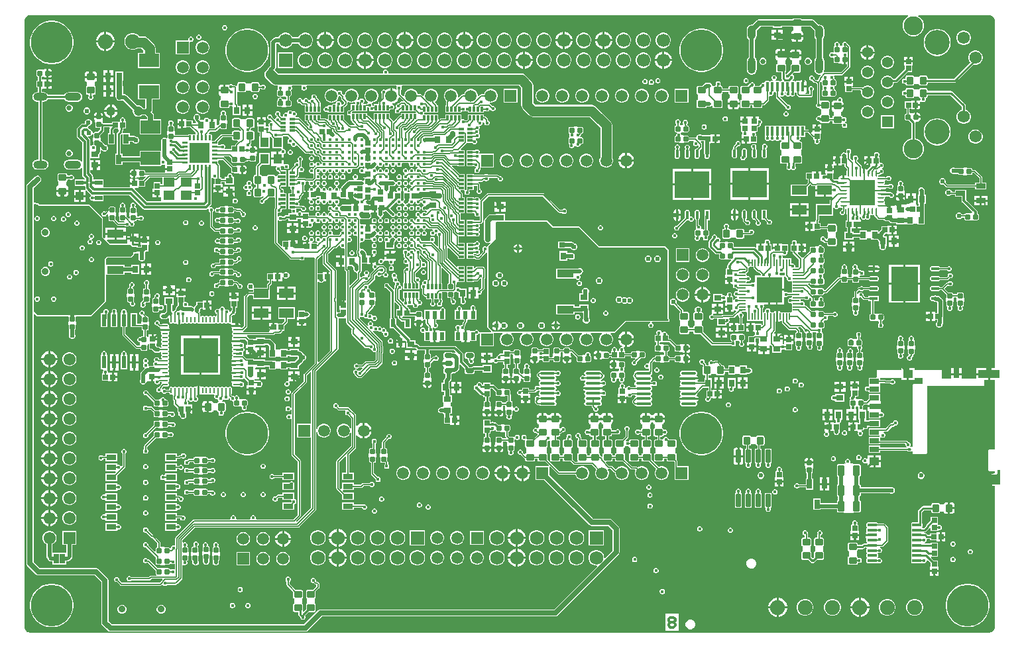
<source format=gbl>
G04*
G04 #@! TF.GenerationSoftware,Altium Limited,Altium Designer,23.11.1 (41)*
G04*
G04 Layer_Physical_Order=8*
G04 Layer_Color=16711680*
%FSLAX44Y44*%
%MOMM*%
G71*
G04*
G04 #@! TF.SameCoordinates,80CC7D54-6002-4424-B4FD-6ED2CB822836*
G04*
G04*
G04 #@! TF.FilePolarity,Positive*
G04*
G01*
G75*
%ADD10C,0.2540*%
%ADD15C,0.2032*%
%ADD16C,0.1270*%
%ADD18C,0.3810*%
%ADD25R,0.8000X1.0000*%
%ADD32R,0.6400X0.6400*%
%ADD33R,0.9500X0.7500*%
G04:AMPARAMS|DCode=41|XSize=0.6mm|YSize=0.6mm|CornerRadius=0.06mm|HoleSize=0mm|Usage=FLASHONLY|Rotation=90.000|XOffset=0mm|YOffset=0mm|HoleType=Round|Shape=RoundedRectangle|*
%AMROUNDEDRECTD41*
21,1,0.6000,0.4800,0,0,90.0*
21,1,0.4800,0.6000,0,0,90.0*
1,1,0.1200,0.2400,0.2400*
1,1,0.1200,0.2400,-0.2400*
1,1,0.1200,-0.2400,-0.2400*
1,1,0.1200,-0.2400,0.2400*
%
%ADD41ROUNDEDRECTD41*%
%ADD42R,0.7500X0.9500*%
%ADD51R,0.6000X1.5500*%
G04:AMPARAMS|DCode=54|XSize=0.6mm|YSize=0.6mm|CornerRadius=0.06mm|HoleSize=0mm|Usage=FLASHONLY|Rotation=180.000|XOffset=0mm|YOffset=0mm|HoleType=Round|Shape=RoundedRectangle|*
%AMROUNDEDRECTD54*
21,1,0.6000,0.4800,0,0,180.0*
21,1,0.4800,0.6000,0,0,180.0*
1,1,0.1200,-0.2400,0.2400*
1,1,0.1200,0.2400,0.2400*
1,1,0.1200,0.2400,-0.2400*
1,1,0.1200,-0.2400,-0.2400*
%
%ADD54ROUNDEDRECTD54*%
%ADD55R,0.6350X1.2700*%
G04:AMPARAMS|DCode=58|XSize=1mm|YSize=0.9mm|CornerRadius=0.1125mm|HoleSize=0mm|Usage=FLASHONLY|Rotation=0.000|XOffset=0mm|YOffset=0mm|HoleType=Round|Shape=RoundedRectangle|*
%AMROUNDEDRECTD58*
21,1,1.0000,0.6750,0,0,0.0*
21,1,0.7750,0.9000,0,0,0.0*
1,1,0.2250,0.3875,-0.3375*
1,1,0.2250,-0.3875,-0.3375*
1,1,0.2250,-0.3875,0.3375*
1,1,0.2250,0.3875,0.3375*
%
%ADD58ROUNDEDRECTD58*%
%ADD87C,0.9000*%
%ADD91C,1.3900*%
%ADD99C,1.5700*%
%ADD103C,3.2000*%
%ADD104R,1.3900X1.3900*%
%ADD105C,2.4500*%
G04:AMPARAMS|DCode=106|XSize=1mm|YSize=1.8mm|CornerRadius=0.5mm|HoleSize=0mm|Usage=FLASHONLY|Rotation=180.000|XOffset=0mm|YOffset=0mm|HoleType=Round|Shape=RoundedRectangle|*
%AMROUNDEDRECTD106*
21,1,1.0000,0.8000,0,0,180.0*
21,1,0.0000,1.8000,0,0,180.0*
1,1,1.0000,0.0000,0.4000*
1,1,1.0000,0.0000,0.4000*
1,1,1.0000,0.0000,-0.4000*
1,1,1.0000,0.0000,-0.4000*
%
%ADD106ROUNDEDRECTD106*%
G04:AMPARAMS|DCode=107|XSize=1mm|YSize=2.1mm|CornerRadius=0.5mm|HoleSize=0mm|Usage=FLASHONLY|Rotation=180.000|XOffset=0mm|YOffset=0mm|HoleType=Round|Shape=RoundedRectangle|*
%AMROUNDEDRECTD107*
21,1,1.0000,1.1000,0,0,180.0*
21,1,0.0000,2.1000,0,0,180.0*
1,1,1.0000,0.0000,0.5500*
1,1,1.0000,0.0000,0.5500*
1,1,1.0000,0.0000,-0.5500*
1,1,1.0000,0.0000,-0.5500*
%
%ADD107ROUNDEDRECTD107*%
%ADD108C,0.6500*%
G04:AMPARAMS|DCode=111|XSize=1mm|YSize=2.1mm|CornerRadius=0.5mm|HoleSize=0mm|Usage=FLASHONLY|Rotation=270.000|XOffset=0mm|YOffset=0mm|HoleType=Round|Shape=RoundedRectangle|*
%AMROUNDEDRECTD111*
21,1,1.0000,1.1000,0,0,270.0*
21,1,0.0000,2.1000,0,0,270.0*
1,1,1.0000,-0.5500,0.0000*
1,1,1.0000,-0.5500,0.0000*
1,1,1.0000,0.5500,0.0000*
1,1,1.0000,0.5500,0.0000*
%
%ADD111ROUNDEDRECTD111*%
G04:AMPARAMS|DCode=112|XSize=1mm|YSize=1.8mm|CornerRadius=0.5mm|HoleSize=0mm|Usage=FLASHONLY|Rotation=270.000|XOffset=0mm|YOffset=0mm|HoleType=Round|Shape=RoundedRectangle|*
%AMROUNDEDRECTD112*
21,1,1.0000,0.8000,0,0,270.0*
21,1,0.0000,1.8000,0,0,270.0*
1,1,1.0000,-0.4000,0.0000*
1,1,1.0000,-0.4000,0.0000*
1,1,1.0000,0.4000,0.0000*
1,1,1.0000,0.4000,0.0000*
%
%ADD112ROUNDEDRECTD112*%
%ADD113C,0.6096*%
%ADD114C,0.3048*%
%ADD115C,0.5080*%
%ADD116C,0.6350*%
%ADD117C,0.1524*%
%ADD118C,1.2700*%
%ADD119C,0.6000*%
%ADD120C,0.3556*%
%ADD121C,5.3000*%
%ADD122C,1.7000*%
%ADD123C,1.5000*%
%ADD124C,1.9000*%
%ADD125C,1.7272*%
%ADD126C,1.2000*%
%ADD127C,1.5500*%
%ADD128R,1.5000X1.5000*%
%ADD129R,1.5500X1.5500*%
%ADD130R,1.7000X1.7000*%
%ADD131R,1.6764X1.6764*%
%ADD132R,1.5000X1.5000*%
%ADD133C,0.4064*%
%ADD134C,0.6000*%
%ADD136R,1.2700X0.7600*%
%ADD137R,0.6000X1.0000*%
%ADD138R,0.6400X0.6400*%
G04:AMPARAMS|DCode=139|XSize=1.05mm|YSize=0.6mm|CornerRadius=0.15mm|HoleSize=0mm|Usage=FLASHONLY|Rotation=180.000|XOffset=0mm|YOffset=0mm|HoleType=Round|Shape=RoundedRectangle|*
%AMROUNDEDRECTD139*
21,1,1.0500,0.3000,0,0,180.0*
21,1,0.7500,0.6000,0,0,180.0*
1,1,0.3000,-0.3750,0.1500*
1,1,0.3000,0.3750,0.1500*
1,1,0.3000,0.3750,-0.1500*
1,1,0.3000,-0.3750,-0.1500*
%
%ADD139ROUNDEDRECTD139*%
%ADD140O,2.0000X0.3500*%
G04:AMPARAMS|DCode=141|XSize=0.4mm|YSize=1.2mm|CornerRadius=0.05mm|HoleSize=0mm|Usage=FLASHONLY|Rotation=180.000|XOffset=0mm|YOffset=0mm|HoleType=Round|Shape=RoundedRectangle|*
%AMROUNDEDRECTD141*
21,1,0.4000,1.1000,0,0,180.0*
21,1,0.3000,1.2000,0,0,180.0*
1,1,0.1000,-0.1500,0.5500*
1,1,0.1000,0.1500,0.5500*
1,1,0.1000,0.1500,-0.5500*
1,1,0.1000,-0.1500,-0.5500*
%
%ADD141ROUNDEDRECTD141*%
%ADD142R,1.2000X0.6500*%
G04:AMPARAMS|DCode=143|XSize=0.8078mm|YSize=0.2393mm|CornerRadius=0.1196mm|HoleSize=0mm|Usage=FLASHONLY|Rotation=180.000|XOffset=0mm|YOffset=0mm|HoleType=Round|Shape=RoundedRectangle|*
%AMROUNDEDRECTD143*
21,1,0.8078,0.0000,0,0,180.0*
21,1,0.5686,0.2393,0,0,180.0*
1,1,0.2393,-0.2843,0.0000*
1,1,0.2393,0.2843,0.0000*
1,1,0.2393,0.2843,0.0000*
1,1,0.2393,-0.2843,0.0000*
%
%ADD143ROUNDEDRECTD143*%
G04:AMPARAMS|DCode=144|XSize=0.2393mm|YSize=0.8078mm|CornerRadius=0.1196mm|HoleSize=0mm|Usage=FLASHONLY|Rotation=180.000|XOffset=0mm|YOffset=0mm|HoleType=Round|Shape=RoundedRectangle|*
%AMROUNDEDRECTD144*
21,1,0.2393,0.5686,0,0,180.0*
21,1,0.0000,0.8078,0,0,180.0*
1,1,0.2393,0.0000,0.2843*
1,1,0.2393,0.0000,0.2843*
1,1,0.2393,0.0000,-0.2843*
1,1,0.2393,0.0000,-0.2843*
%
%ADD144ROUNDEDRECTD144*%
%ADD145R,1.9000X1.2000*%
%ADD146R,3.2000X3.2000*%
%ADD147R,4.4000X3.5000*%
G04:AMPARAMS|DCode=148|XSize=1.0611mm|YSize=0.3925mm|CornerRadius=0.1962mm|HoleSize=0mm|Usage=FLASHONLY|Rotation=90.000|XOffset=0mm|YOffset=0mm|HoleType=Round|Shape=RoundedRectangle|*
%AMROUNDEDRECTD148*
21,1,1.0611,0.0000,0,0,90.0*
21,1,0.6686,0.3925,0,0,90.0*
1,1,0.3925,0.0000,0.3343*
1,1,0.3925,0.0000,-0.3343*
1,1,0.3925,0.0000,-0.3343*
1,1,0.3925,0.0000,0.3343*
%
%ADD148ROUNDEDRECTD148*%
%ADD149R,3.5000X4.4000*%
G04:AMPARAMS|DCode=150|XSize=1.0611mm|YSize=0.3925mm|CornerRadius=0.1962mm|HoleSize=0mm|Usage=FLASHONLY|Rotation=0.000|XOffset=0mm|YOffset=0mm|HoleType=Round|Shape=RoundedRectangle|*
%AMROUNDEDRECTD150*
21,1,1.0611,0.0000,0,0,0.0*
21,1,0.6686,0.3925,0,0,0.0*
1,1,0.3925,0.3343,0.0000*
1,1,0.3925,-0.3343,0.0000*
1,1,0.3925,-0.3343,0.0000*
1,1,0.3925,0.3343,0.0000*
%
%ADD150ROUNDEDRECTD150*%
%ADD151R,2.8000X1.0000*%
%ADD152R,1.2000X1.0000*%
%ADD153R,3.2000X3.2000*%
%ADD154R,0.2000X0.8500*%
%ADD155R,0.9500X0.8000*%
%ADD156C,1.1447*%
%ADD157R,1.2000X0.7000*%
G04:AMPARAMS|DCode=158|XSize=1mm|YSize=0.9mm|CornerRadius=0.1125mm|HoleSize=0mm|Usage=FLASHONLY|Rotation=270.000|XOffset=0mm|YOffset=0mm|HoleType=Round|Shape=RoundedRectangle|*
%AMROUNDEDRECTD158*
21,1,1.0000,0.6750,0,0,270.0*
21,1,0.7750,0.9000,0,0,270.0*
1,1,0.2250,-0.3375,-0.3875*
1,1,0.2250,-0.3375,0.3875*
1,1,0.2250,0.3375,0.3875*
1,1,0.2250,0.3375,-0.3875*
%
%ADD158ROUNDEDRECTD158*%
G04:AMPARAMS|DCode=159|XSize=0.4mm|YSize=1.2mm|CornerRadius=0.05mm|HoleSize=0mm|Usage=FLASHONLY|Rotation=90.000|XOffset=0mm|YOffset=0mm|HoleType=Round|Shape=RoundedRectangle|*
%AMROUNDEDRECTD159*
21,1,0.4000,1.1000,0,0,90.0*
21,1,0.3000,1.2000,0,0,90.0*
1,1,0.1000,0.5500,0.1500*
1,1,0.1000,0.5500,-0.1500*
1,1,0.1000,-0.5500,-0.1500*
1,1,0.1000,-0.5500,0.1500*
%
%ADD159ROUNDEDRECTD159*%
%ADD160R,0.6500X1.2000*%
%ADD161R,2.1500X1.0000*%
G04:AMPARAMS|DCode=162|XSize=0.65mm|YSize=1.65mm|CornerRadius=0.0488mm|HoleSize=0mm|Usage=FLASHONLY|Rotation=0.000|XOffset=0mm|YOffset=0mm|HoleType=Round|Shape=RoundedRectangle|*
%AMROUNDEDRECTD162*
21,1,0.6500,1.5525,0,0,0.0*
21,1,0.5525,1.6500,0,0,0.0*
1,1,0.0975,0.2763,-0.7763*
1,1,0.0975,-0.2763,-0.7763*
1,1,0.0975,-0.2763,0.7763*
1,1,0.0975,0.2763,0.7763*
%
%ADD162ROUNDEDRECTD162*%
%ADD163R,1.1000X1.3000*%
%ADD164R,2.5000X2.5000*%
%ADD165R,1.4000X1.2000*%
%ADD166R,1.0000X1.0000*%
%ADD167O,0.7500X0.2500*%
%ADD168R,4.5000X4.5000*%
%ADD169O,0.2500X0.7500*%
%ADD170R,0.6500X0.3000*%
%ADD171R,0.3000X0.6500*%
%ADD172R,0.6400X0.9200*%
%ADD173R,2.1500X3.2500*%
%ADD174R,0.3925X1.0611*%
%ADD175R,1.0611X0.3925*%
%ADD176R,0.8078X0.2393*%
%ADD177C,0.2520*%
%ADD178R,0.8500X0.2000*%
%ADD179R,2.5000X1.7000*%
%ADD180R,1.0000X0.6000*%
G04:AMPARAMS|DCode=181|XSize=1.3mm|YSize=0.8mm|CornerRadius=0.1mm|HoleSize=0mm|Usage=FLASHONLY|Rotation=90.000|XOffset=0mm|YOffset=0mm|HoleType=Round|Shape=RoundedRectangle|*
%AMROUNDEDRECTD181*
21,1,1.3000,0.6000,0,0,90.0*
21,1,1.1000,0.8000,0,0,90.0*
1,1,0.2000,0.3000,0.5500*
1,1,0.2000,0.3000,-0.5500*
1,1,0.2000,-0.3000,-0.5500*
1,1,0.2000,-0.3000,0.5500*
%
%ADD181ROUNDEDRECTD181*%
%ADD182R,0.9200X0.6400*%
%ADD183C,0.5000*%
G36*
X1659494Y1074532D02*
X1660862Y1073965D01*
X1662094Y1073142D01*
X1663142Y1072094D01*
X1663965Y1070862D01*
X1664532Y1069494D01*
X1664821Y1068041D01*
Y1067300D01*
Y623386D01*
X1658620D01*
Y615846D01*
Y608307D01*
X1664821D01*
Y519721D01*
X1657850D01*
X1656878Y519319D01*
X1656475Y518346D01*
Y492846D01*
X1656878Y491874D01*
X1657850Y491472D01*
X1664821D01*
Y488969D01*
X1663903D01*
X1661801Y488406D01*
X1659966Y487346D01*
X1666350D01*
X1667850Y488846D01*
Y492846D01*
X1671350D01*
Y474346D01*
X1659664D01*
X1659917Y474093D01*
X1661801Y473005D01*
X1663903Y472442D01*
X1664821D01*
Y292700D01*
Y291959D01*
X1664532Y290506D01*
X1663965Y289138D01*
X1663142Y287906D01*
X1662094Y286858D01*
X1660862Y286035D01*
X1659494Y285468D01*
X1658041Y285179D01*
X431959D01*
X430506Y285468D01*
X429138Y286035D01*
X427906Y286858D01*
X426858Y287906D01*
X426035Y289138D01*
X425468Y290506D01*
X425179Y291959D01*
Y292700D01*
Y1067300D01*
Y1068041D01*
X425468Y1069494D01*
X426035Y1070862D01*
X426858Y1072094D01*
X427906Y1073142D01*
X429138Y1073965D01*
X430506Y1074532D01*
X431959Y1074821D01*
X1554019D01*
X1554359Y1073551D01*
X1552399Y1072419D01*
X1549881Y1069901D01*
X1548101Y1066818D01*
X1547180Y1063380D01*
Y1059820D01*
X1548101Y1056382D01*
X1549881Y1053298D01*
X1552399Y1050781D01*
X1555482Y1049001D01*
X1558920Y1048080D01*
X1562480D01*
X1565918Y1049001D01*
X1569001Y1050781D01*
X1571519Y1053298D01*
X1573299Y1056382D01*
X1574220Y1059820D01*
Y1063380D01*
X1573299Y1066818D01*
X1571519Y1069901D01*
X1569001Y1072419D01*
X1567041Y1073551D01*
X1567381Y1074821D01*
X1658041D01*
X1659494Y1074532D01*
D02*
G37*
%LPC*%
G36*
X1416115Y1070957D02*
X1408365D01*
X1407431Y1070771D01*
X1406638Y1070242D01*
X1406164Y1069532D01*
X1363738D01*
X1362003Y1069187D01*
X1360533Y1068205D01*
X1360533Y1068205D01*
X1355110Y1062782D01*
X1354300Y1062943D01*
X1351854Y1062456D01*
X1349780Y1061070D01*
X1348394Y1058996D01*
X1347907Y1056550D01*
Y1048550D01*
X1348394Y1046104D01*
X1349780Y1044030D01*
X1350456Y1043577D01*
Y1021223D01*
X1349780Y1020770D01*
X1348394Y1018697D01*
X1347907Y1016250D01*
Y1005250D01*
X1348394Y1002804D01*
X1349780Y1000730D01*
X1351854Y999344D01*
X1354300Y998857D01*
X1356746Y999344D01*
X1358820Y1000730D01*
X1360206Y1002804D01*
X1360693Y1005250D01*
Y1016250D01*
X1360206Y1018697D01*
X1358820Y1020770D01*
X1358144Y1021223D01*
Y1043577D01*
X1358820Y1044030D01*
X1360206Y1046104D01*
X1360693Y1048550D01*
Y1055546D01*
X1365615Y1060468D01*
X1380820D01*
Y1058620D01*
X1392860D01*
Y1060468D01*
X1406351D01*
X1406638Y1060038D01*
X1407240Y1059636D01*
Y1055028D01*
X1406935Y1054967D01*
X1405723Y1054157D01*
X1404913Y1052945D01*
X1404628Y1051515D01*
Y1049410D01*
X1412240D01*
X1419852D01*
Y1051515D01*
X1419567Y1052945D01*
X1418757Y1054157D01*
X1417545Y1054967D01*
X1417240Y1055028D01*
Y1059636D01*
X1417842Y1060038D01*
X1418129Y1060468D01*
X1429385D01*
X1434307Y1055546D01*
Y1048550D01*
X1434794Y1046104D01*
X1436168Y1044047D01*
Y1020753D01*
X1434794Y1018697D01*
X1434307Y1016250D01*
Y1005250D01*
X1434794Y1002804D01*
X1436180Y1000730D01*
X1438254Y999344D01*
X1440700Y998857D01*
X1441919Y999100D01*
X1442544Y997929D01*
X1440564Y995948D01*
X1440143Y995318D01*
X1439995Y994575D01*
Y993174D01*
X1438502Y991681D01*
X1438419D01*
X1438163Y991852D01*
X1437420Y992000D01*
X1435975D01*
X1434229Y993746D01*
Y994958D01*
X1433727Y996172D01*
X1432798Y997101D01*
X1431584Y997604D01*
X1430271D01*
X1429057Y997101D01*
X1428128Y996172D01*
X1427625Y994958D01*
Y993645D01*
X1428128Y992431D01*
X1429057Y991502D01*
X1430271Y991000D01*
X1431483D01*
X1433797Y988685D01*
X1434428Y988263D01*
X1435171Y988116D01*
X1436615D01*
X1437555Y987176D01*
Y962458D01*
X1436698Y961601D01*
X1436196Y960387D01*
Y959073D01*
X1436698Y957860D01*
X1437627Y956931D01*
X1438841Y956428D01*
X1440155D01*
X1440213Y956453D01*
X1440403Y956438D01*
X1441621Y955661D01*
X1441669Y955421D01*
X1442198Y954629D01*
X1442800Y954227D01*
Y948234D01*
X1442198Y947832D01*
X1441669Y947040D01*
X1441621Y946800D01*
X1440403Y946023D01*
X1440213Y946008D01*
X1440155Y946033D01*
X1438841D01*
X1437627Y945530D01*
X1436698Y944601D01*
X1436196Y943388D01*
Y942074D01*
X1436698Y940860D01*
X1437627Y939931D01*
X1438841Y939429D01*
X1440155D01*
X1440213Y939453D01*
X1440429Y939436D01*
X1441585Y938845D01*
X1441669Y938421D01*
X1442198Y937629D01*
X1442991Y937100D01*
X1443925Y936914D01*
X1451675D01*
X1452610Y937100D01*
X1453402Y937629D01*
X1453931Y938421D01*
X1454117Y939355D01*
Y939518D01*
X1457502D01*
Y938085D01*
X1457688Y937151D01*
X1458217Y936358D01*
X1459009Y935829D01*
X1459944Y935643D01*
X1467694D01*
X1468628Y935829D01*
X1468821Y935958D01*
X1469847Y935116D01*
X1469640Y934617D01*
Y933303D01*
X1470143Y932090D01*
X1471072Y931161D01*
X1472286Y930658D01*
X1473599D01*
X1474813Y931161D01*
X1475742Y932090D01*
X1476244Y933303D01*
Y934617D01*
X1475742Y935831D01*
X1474813Y936759D01*
X1473766Y937193D01*
X1473616Y937778D01*
X1473640Y938515D01*
X1473991Y938661D01*
X1474920Y939590D01*
X1475423Y940803D01*
Y942117D01*
X1474920Y943331D01*
X1473991Y944259D01*
X1472778Y944762D01*
X1471464D01*
X1471405Y944738D01*
X1471216Y944752D01*
X1469997Y945529D01*
X1469950Y945770D01*
X1469420Y946562D01*
X1468819Y946964D01*
Y951572D01*
X1469124Y951633D01*
X1470336Y952443D01*
X1471146Y953655D01*
X1471430Y955085D01*
Y957190D01*
X1456207D01*
Y955085D01*
X1456491Y953655D01*
X1457301Y952443D01*
X1458513Y951633D01*
X1458819Y951572D01*
Y946964D01*
X1458217Y946562D01*
X1457688Y945770D01*
X1457502Y944835D01*
Y943402D01*
X1454117D01*
Y946105D01*
X1453931Y947040D01*
X1453402Y947832D01*
X1452800Y948234D01*
Y954227D01*
X1453402Y954629D01*
X1453931Y955421D01*
X1454117Y956356D01*
Y963105D01*
X1453931Y964040D01*
X1453402Y964832D01*
X1452610Y965361D01*
X1451675Y965547D01*
X1443925D01*
X1442991Y965361D01*
X1442710Y965174D01*
X1441440Y965809D01*
Y987980D01*
X1441292Y988724D01*
X1441190Y988876D01*
X1442303Y989989D01*
X1443573Y989463D01*
Y986248D01*
X1443719Y985519D01*
X1444132Y984900D01*
X1444444Y984692D01*
X1444812Y984023D01*
X1444926Y983157D01*
X1444578Y982319D01*
Y981005D01*
X1444664Y980799D01*
X1444748Y979552D01*
X1444132Y979108D01*
X1443719Y978490D01*
X1443573Y977760D01*
Y972960D01*
X1443719Y972230D01*
X1444132Y971612D01*
X1444750Y971199D01*
X1445480Y971053D01*
X1450187D01*
X1450880Y970360D01*
X1454880D01*
X1455573Y971053D01*
X1460280D01*
X1461010Y971199D01*
X1461628Y971612D01*
X1462041Y972230D01*
X1462187Y972960D01*
Y977760D01*
X1462041Y978490D01*
X1461628Y979108D01*
X1461010Y979521D01*
X1460555Y979612D01*
X1460068Y980485D01*
X1459955Y980921D01*
Y982235D01*
X1459608Y983072D01*
X1460218Y984342D01*
X1460280D01*
X1461010Y984487D01*
X1461628Y984900D01*
X1462041Y985519D01*
X1462187Y986248D01*
Y991049D01*
X1462041Y991778D01*
X1461628Y992397D01*
X1461010Y992810D01*
X1460484Y992915D01*
X1460083Y993643D01*
X1459917Y994225D01*
X1459945Y994294D01*
Y995607D01*
X1459443Y996821D01*
X1460002Y998058D01*
X1469000D01*
X1469743Y998205D01*
X1470373Y998627D01*
X1479398Y1007652D01*
X1479819Y1008282D01*
X1479967Y1009025D01*
Y1034239D01*
X1479819Y1034982D01*
X1479398Y1035612D01*
X1476629Y1038381D01*
X1476239Y1038642D01*
X1475920Y1039413D01*
X1474991Y1040342D01*
X1473777Y1040844D01*
X1472463D01*
X1471250Y1040342D01*
X1470321Y1039413D01*
X1469818Y1038199D01*
Y1036886D01*
X1469387Y1036240D01*
X1466854D01*
X1466422Y1036886D01*
Y1038199D01*
X1465920Y1039413D01*
X1464991Y1040342D01*
X1463777Y1040844D01*
X1462463D01*
X1461250Y1040342D01*
X1460321Y1039413D01*
X1459818Y1038199D01*
Y1036885D01*
X1459904Y1036679D01*
X1459988Y1035432D01*
X1459372Y1034988D01*
X1458958Y1034370D01*
X1458813Y1033640D01*
Y1028840D01*
X1458930Y1028255D01*
X1458580Y1027780D01*
X1457994Y1027268D01*
X1457300Y1027555D01*
X1455986D01*
X1454773Y1027053D01*
X1453844Y1026124D01*
X1453341Y1024910D01*
Y1023597D01*
X1453844Y1022383D01*
X1454773Y1021454D01*
X1455986Y1020952D01*
X1457300D01*
X1457668Y1021104D01*
X1458464Y1020581D01*
X1458813Y1020204D01*
Y1015552D01*
X1458958Y1014822D01*
X1459372Y1014203D01*
X1459990Y1013790D01*
X1460720Y1013645D01*
X1465427D01*
X1466120Y1012952D01*
X1468959D01*
X1469495Y1012594D01*
X1470720Y1012350D01*
X1471850D01*
Y1017952D01*
X1474390D01*
Y1012350D01*
X1475520D01*
X1476083Y1011888D01*
Y1009829D01*
X1468195Y1001942D01*
X1447558D01*
X1447127Y1002333D01*
X1446665Y1003099D01*
X1447093Y1005250D01*
Y1016250D01*
X1446606Y1018697D01*
X1445232Y1020753D01*
Y1044047D01*
X1446606Y1046104D01*
X1447093Y1048550D01*
Y1056550D01*
X1446606Y1058996D01*
X1445220Y1061070D01*
X1443146Y1062456D01*
X1440700Y1062943D01*
X1439890Y1062782D01*
X1434467Y1068205D01*
X1432997Y1069187D01*
X1431262Y1069532D01*
X1418316D01*
X1417842Y1070242D01*
X1417050Y1070771D01*
X1416115Y1070957D01*
D02*
G37*
G36*
X681657Y1062302D02*
X680343D01*
X679130Y1061799D01*
X678201Y1060870D01*
X677698Y1059657D01*
Y1058343D01*
X678201Y1057130D01*
X679130Y1056201D01*
X680343Y1055698D01*
X681657D01*
X682870Y1056201D01*
X683799Y1057130D01*
X684302Y1058343D01*
Y1059657D01*
X683799Y1060870D01*
X682870Y1061799D01*
X681657Y1062302D01*
D02*
G37*
G36*
X1394130Y1055930D02*
X1388110D01*
Y1050910D01*
X1394130D01*
Y1055930D01*
D02*
G37*
G36*
X1385570D02*
X1379550D01*
Y1050910D01*
X1385570D01*
Y1055930D01*
D02*
G37*
G36*
X785386Y1052470D02*
X782814D01*
X780329Y1051804D01*
X778101Y1050518D01*
X776282Y1048699D01*
X775061Y1046585D01*
X767739D01*
X766518Y1048699D01*
X764699Y1050518D01*
X762471Y1051804D01*
X759986Y1052470D01*
X757414D01*
X754929Y1051804D01*
X752701Y1050518D01*
X750882Y1048699D01*
X749661Y1046585D01*
X745926D01*
X744439Y1046289D01*
X743179Y1045447D01*
X740203Y1042471D01*
X739361Y1041211D01*
X739065Y1039724D01*
Y1009989D01*
X737132Y1008056D01*
X736290Y1006796D01*
X736163Y1006155D01*
X735842Y1006022D01*
X734250Y1004801D01*
X733029Y1003209D01*
X732261Y1001356D01*
X731999Y999367D01*
X732261Y997377D01*
X733029Y995524D01*
X734250Y993932D01*
X741117Y987065D01*
X741117Y987065D01*
X742709Y985844D01*
X744562Y985076D01*
X746551Y984814D01*
X746552Y984814D01*
X748606D01*
X749133Y983544D01*
X749121Y983533D01*
X748618Y982319D01*
Y981005D01*
X748704Y980799D01*
X748788Y979552D01*
X748172Y979108D01*
X747758Y978490D01*
X747613Y977760D01*
Y972960D01*
X747758Y972230D01*
X748172Y971612D01*
X748790Y971199D01*
X749520Y971053D01*
X754227D01*
X754920Y970360D01*
X758920D01*
X759589Y970083D01*
Y967349D01*
X758920Y967072D01*
X755193D01*
X754720Y968213D01*
X753791Y969142D01*
X752577Y969645D01*
X751263D01*
X750050Y969142D01*
X749121Y968213D01*
X748618Y967000D01*
Y966118D01*
X748172Y965820D01*
X747758Y965201D01*
X747613Y964472D01*
Y959671D01*
X747758Y958942D01*
X748172Y958323D01*
X748790Y957910D01*
X749520Y957765D01*
X754227D01*
X754920Y957072D01*
X758920D01*
X759613Y957765D01*
X764320D01*
X765050Y957910D01*
X765668Y958323D01*
X766081Y958942D01*
X766227Y959671D01*
Y964472D01*
X766081Y965201D01*
X765668Y965820D01*
X765050Y966233D01*
X764320Y966378D01*
X764251D01*
Y971053D01*
X764320D01*
X765050Y971199D01*
X765668Y971612D01*
X766081Y972230D01*
X766227Y972960D01*
Y977760D01*
X766081Y978490D01*
X765739Y979002D01*
X766577Y979840D01*
X767080Y981053D01*
Y982367D01*
X766577Y983580D01*
X767140Y984814D01*
X778958D01*
X779521Y983580D01*
X779018Y982367D01*
Y981053D01*
X779521Y979840D01*
X780450Y978911D01*
X781663Y978408D01*
X782977D01*
X784190Y978911D01*
X785119Y979840D01*
X785622Y981053D01*
Y982367D01*
X785119Y983580D01*
X785682Y984814D01*
X900391D01*
X900685Y984453D01*
X901081Y983544D01*
X900694Y982611D01*
Y981297D01*
X901003Y980552D01*
X899926Y979833D01*
X899925Y979834D01*
X897635Y981156D01*
X895082Y981840D01*
X895030D01*
Y971800D01*
X892490D01*
Y981840D01*
X892438D01*
X889885Y981156D01*
X887595Y979834D01*
X886605Y978844D01*
X885985Y979463D01*
X884772Y979966D01*
X883458D01*
X882245Y979463D01*
X881316Y978534D01*
X880813Y977321D01*
Y976007D01*
X881316Y974793D01*
X881792Y974317D01*
Y968584D01*
X878095Y964888D01*
X877674Y964258D01*
X877526Y963514D01*
Y961175D01*
X871699D01*
Y959818D01*
X870715Y958835D01*
X869850Y958925D01*
X869467Y959400D01*
X869442Y959463D01*
Y960777D01*
X869035Y961760D01*
X869361Y962623D01*
X869658Y963068D01*
X871745Y963628D01*
X873745Y964782D01*
X875378Y966415D01*
X876532Y968415D01*
X877130Y970645D01*
Y972955D01*
X876532Y975185D01*
X875378Y977185D01*
X873745Y978818D01*
X871745Y979972D01*
X869515Y980570D01*
X867205D01*
X864975Y979972D01*
X862975Y978818D01*
X861342Y977185D01*
X860188Y975185D01*
X859590Y972955D01*
Y970645D01*
X860188Y968415D01*
X861342Y966415D01*
X862975Y964782D01*
X864008Y964186D01*
X864097Y963757D01*
X864047Y962697D01*
X863366Y962016D01*
X862857Y961915D01*
X862227Y961493D01*
X862226Y961493D01*
X862073Y961339D01*
X860992D01*
X860249Y961191D01*
X860224Y961175D01*
X858210D01*
X857906Y962210D01*
X857895Y962445D01*
X858779Y963330D01*
X859282Y964543D01*
Y965857D01*
X858779Y967070D01*
X857850Y967999D01*
X856637Y968502D01*
X855323D01*
X854110Y967999D01*
X853181Y967070D01*
X853037Y966723D01*
X851557Y965962D01*
X851183D01*
X850449Y967232D01*
X851132Y968415D01*
X851730Y970645D01*
Y972955D01*
X851132Y975185D01*
X849978Y977185D01*
X848345Y978818D01*
X846345Y979972D01*
X844115Y980570D01*
X841805D01*
X839575Y979972D01*
X837575Y978818D01*
X835942Y977185D01*
X834788Y975185D01*
X834264Y973231D01*
X833473Y972856D01*
X832920Y972779D01*
X831144Y974555D01*
Y975767D01*
X830642Y976981D01*
X829713Y977909D01*
X828499Y978412D01*
X827186D01*
X825972Y977909D01*
X825752Y977690D01*
X824694Y977235D01*
X824083Y977680D01*
X822945Y978818D01*
X820945Y979972D01*
X818715Y980570D01*
X816405D01*
X814175Y979972D01*
X812175Y978818D01*
X810542Y977185D01*
X809388Y975185D01*
X808790Y972955D01*
Y970645D01*
X809388Y968415D01*
X810542Y966415D01*
X812175Y964782D01*
X814175Y963628D01*
X816405Y963030D01*
X818715D01*
X820945Y963628D01*
X822945Y964782D01*
X824578Y966415D01*
X825732Y968415D01*
X826330Y970645D01*
Y971236D01*
X827186Y971808D01*
X828398D01*
X830076Y970129D01*
Y967880D01*
X830224Y967136D01*
X830645Y966506D01*
X833718Y963434D01*
Y961886D01*
X832595Y960764D01*
X831994Y960645D01*
X831364Y960223D01*
X831364Y960223D01*
X830735Y960325D01*
X829696Y961109D01*
Y962423D01*
X829193Y963636D01*
X828265Y964565D01*
X827051Y965068D01*
X825737D01*
X824524Y964565D01*
X823595Y963636D01*
X823092Y962423D01*
X821822Y961603D01*
X821443Y961760D01*
X820129D01*
X818915Y961257D01*
X817987Y960328D01*
X817668Y959560D01*
X812907D01*
Y958464D01*
X811637Y957615D01*
X811340Y957738D01*
X810026D01*
X808812Y957236D01*
X807883Y956307D01*
X807381Y955093D01*
Y953780D01*
X807883Y952566D01*
X808812Y951637D01*
X810026Y951134D01*
X811340D01*
X811637Y951258D01*
X812907Y950520D01*
Y950520D01*
X823447D01*
Y950520D01*
X833447D01*
Y956813D01*
X833570Y956936D01*
X834172Y957056D01*
X834802Y957477D01*
X837033Y959708D01*
X837455Y960339D01*
X837602Y961082D01*
Y963300D01*
X838872Y964033D01*
X839575Y963628D01*
X841805Y963030D01*
X844115D01*
X846345Y963628D01*
X846425Y963674D01*
X846625Y963613D01*
X847598Y962885D01*
Y962003D01*
X847045Y961175D01*
X842230D01*
Y954882D01*
X840676Y953328D01*
X839966D01*
X838753Y952825D01*
X837824Y951896D01*
X837321Y950683D01*
Y949369D01*
X837824Y948155D01*
X838753Y947226D01*
X839966Y946724D01*
X841280D01*
X842230Y946089D01*
Y940635D01*
X843058D01*
Y940000D01*
X843205Y939257D01*
X843626Y938626D01*
X846957Y935296D01*
X846471Y934122D01*
X842270D01*
X841632Y934249D01*
X840965D01*
X833447Y941767D01*
Y948060D01*
X812907D01*
Y942146D01*
X811637Y941772D01*
X811204Y942061D01*
X811062Y942090D01*
X810853Y942298D01*
X810223Y942719D01*
X809480Y942867D01*
X804159D01*
Y948060D01*
X783619D01*
Y939020D01*
X786042D01*
Y938237D01*
X786189Y937494D01*
X786610Y936863D01*
X788629Y934845D01*
Y934751D01*
X788746Y934162D01*
X788362Y933778D01*
X788328Y933696D01*
X787082Y933448D01*
X776977Y943553D01*
X776347Y943975D01*
X775603Y944122D01*
X772562D01*
X771708Y945392D01*
X771776Y946176D01*
X772419Y946820D01*
X772922Y948033D01*
Y949347D01*
X772419Y950560D01*
X771490Y951489D01*
X770277Y951992D01*
X768963D01*
X767750Y951489D01*
X767376Y951564D01*
X767249Y951870D01*
X766320Y952799D01*
X765106Y953302D01*
X763792D01*
X762579Y952799D01*
X761650Y951870D01*
X761147Y950657D01*
X759877Y950211D01*
X759657Y950302D01*
X758343D01*
X757130Y949799D01*
X756201Y948870D01*
X755698Y947657D01*
Y946343D01*
X755749Y946220D01*
X755052Y945178D01*
X753733Y945094D01*
X751796Y947031D01*
X752280Y948199D01*
Y949513D01*
X751778Y950727D01*
X750849Y951656D01*
X749635Y952158D01*
X748322D01*
X747108Y951656D01*
X746179Y950727D01*
X745676Y949513D01*
Y948199D01*
X746179Y946986D01*
X747108Y946057D01*
X747737Y945796D01*
X747758Y945764D01*
X747457Y944369D01*
X747326Y944211D01*
X747090Y944113D01*
X746161Y943184D01*
X745848Y942427D01*
X744485Y941993D01*
X741900Y944578D01*
Y945291D01*
X741398Y946505D01*
X740469Y947434D01*
X739255Y947936D01*
X737942D01*
X736728Y947434D01*
X735799Y946505D01*
X735296Y945291D01*
Y943978D01*
X735799Y942764D01*
X736728Y941835D01*
X737942Y941332D01*
X739255D01*
X739536Y941449D01*
X741335Y939650D01*
X741140Y939084D01*
X740712Y938477D01*
X739618D01*
X738404Y937974D01*
X737475Y937045D01*
X736973Y935832D01*
Y934518D01*
X737475Y933305D01*
X737582Y933197D01*
X737507Y932822D01*
X736075Y932129D01*
X735657Y932302D01*
X734779D01*
X734167Y932631D01*
X733740Y933427D01*
Y937330D01*
X722260D01*
Y932860D01*
X723530D01*
Y924930D01*
X725669D01*
Y919970D01*
X725390D01*
Y904430D01*
X738930D01*
Y918685D01*
X739517Y918879D01*
X740200Y918896D01*
X740535Y918395D01*
X741890Y917040D01*
Y904430D01*
X753373D01*
X753570Y904064D01*
X753763Y903160D01*
X753025Y902422D01*
X752522Y901209D01*
Y900240D01*
X749930D01*
Y892470D01*
X756700D01*
Y897340D01*
X757695Y897753D01*
X758624Y898681D01*
X759126Y899895D01*
Y901209D01*
X758624Y902422D01*
X757695Y903351D01*
X756481Y903854D01*
X756461D01*
X755430Y904430D01*
X755430Y905124D01*
Y919886D01*
X755725Y920083D01*
X761540D01*
X763469Y918155D01*
X763119Y916708D01*
X762566Y916479D01*
X761637Y915550D01*
X761134Y914336D01*
Y913023D01*
X761637Y911809D01*
X762566Y910880D01*
X763780Y910377D01*
X764764D01*
X765131Y910331D01*
X765937Y909352D01*
Y908917D01*
X766440Y907704D01*
X767369Y906775D01*
X768582Y906272D01*
X769896D01*
X771109Y906775D01*
X772038Y907704D01*
X772063Y907764D01*
X773561Y908062D01*
X783271Y898352D01*
X784028Y897847D01*
X784920Y897669D01*
X789661D01*
X790130Y897201D01*
X791343Y896698D01*
X792657D01*
X793870Y897201D01*
X794567Y897132D01*
X794595Y897090D01*
X797012Y894674D01*
X797012Y894674D01*
X797642Y894253D01*
X798385Y894105D01*
X800716D01*
X802003Y892818D01*
Y890487D01*
X802150Y889744D01*
X802571Y889114D01*
X804610Y887076D01*
X805201Y885870D01*
X804698Y884657D01*
Y883343D01*
X804242Y883211D01*
X803302Y884247D01*
Y884657D01*
X802799Y885870D01*
X801870Y886799D01*
X800657Y887302D01*
X799343D01*
X798130Y886799D01*
X797201Y885870D01*
X796788Y884874D01*
X796700Y884858D01*
X795606Y884858D01*
X795518Y884874D01*
X795105Y885870D01*
X794176Y886799D01*
X792963Y887302D01*
X791649D01*
X790436Y886799D01*
X789507Y885870D01*
X789004Y884657D01*
Y883343D01*
X789507Y882130D01*
X790436Y881201D01*
X791649Y880698D01*
X792963D01*
X794176Y881201D01*
X795105Y882130D01*
X795422Y882895D01*
X796691Y882932D01*
X796982Y882406D01*
X797138Y882001D01*
X796610Y880924D01*
X794648Y878962D01*
X794586Y878870D01*
X793870Y878799D01*
X792657Y879302D01*
X791343D01*
X790130Y878799D01*
X789201Y877870D01*
X788698Y876657D01*
Y875343D01*
X789201Y874130D01*
X790130Y873201D01*
X791343Y872698D01*
X792657D01*
X792809Y872761D01*
X794079Y871912D01*
Y867258D01*
X792826Y866005D01*
X785077D01*
X784535Y866367D01*
X783792Y866515D01*
X774684D01*
X774158Y867785D01*
X775503Y869130D01*
X775503Y869130D01*
X775924Y869760D01*
X776072Y870503D01*
Y873889D01*
X777293Y874465D01*
X778506Y873962D01*
X779820D01*
X781034Y874465D01*
X781963Y875394D01*
X782465Y876607D01*
Y877921D01*
X781963Y879134D01*
X781034Y880063D01*
X780164Y880424D01*
X779750Y880728D01*
X779271Y881836D01*
X779287Y881920D01*
Y888295D01*
X779444Y888360D01*
X780373Y889289D01*
X780876Y890502D01*
Y891816D01*
X780373Y893029D01*
X779444Y893958D01*
X778231Y894461D01*
X776917D01*
X775704Y893958D01*
X774775Y893029D01*
X774272Y891816D01*
Y890502D01*
X774775Y889289D01*
X775403Y888661D01*
Y887297D01*
X774133Y886449D01*
X773799Y886587D01*
X772486D01*
X771272Y886084D01*
X770343Y885155D01*
X769840Y883942D01*
Y882730D01*
X765777Y878666D01*
X765356Y878036D01*
X765208Y877293D01*
Y876449D01*
X762630D01*
Y865909D01*
Y855909D01*
X764457D01*
X765305Y854639D01*
X765175Y854324D01*
Y853010D01*
X765678Y851796D01*
X766535Y850939D01*
Y847160D01*
X762630D01*
Y836620D01*
Y826620D01*
X765522D01*
X766356Y825350D01*
X766167Y824894D01*
Y823581D01*
X766502Y822772D01*
X765876Y821501D01*
X761980D01*
Y819071D01*
X759079D01*
X758088Y818874D01*
X757248Y818313D01*
X756736Y817801D01*
X753922D01*
X753837Y817885D01*
X752624Y818388D01*
X751310D01*
X750097Y817885D01*
X749845Y817634D01*
X748575Y818160D01*
Y821430D01*
X749845Y822279D01*
X750040Y822198D01*
X751354D01*
X752567Y822701D01*
X753496Y823630D01*
X753999Y824843D01*
Y826157D01*
X755172Y826620D01*
X760170D01*
Y837160D01*
X760170D01*
Y847160D01*
X757243D01*
X757195Y847180D01*
X757084Y847286D01*
X756552Y848638D01*
X756560Y848713D01*
X756786Y849259D01*
Y850573D01*
X756283Y851786D01*
X755354Y852715D01*
X754141Y853218D01*
X753685D01*
X753181Y853721D01*
Y855213D01*
X753877Y855909D01*
X760170D01*
Y866449D01*
X760170D01*
Y876449D01*
X753877D01*
X752827Y877498D01*
X753055Y878051D01*
Y879364D01*
X752553Y880578D01*
X752241Y880890D01*
X752767Y882160D01*
X755667D01*
X756717Y882054D01*
X756886Y880967D01*
Y880723D01*
X757389Y879510D01*
X758318Y878581D01*
X759531Y878078D01*
X760845D01*
X762059Y878581D01*
X762988Y879510D01*
X763490Y880723D01*
Y882037D01*
X762988Y883250D01*
X762059Y884179D01*
X760845Y884682D01*
X759531D01*
X758318Y884179D01*
X757970Y883831D01*
X756700Y884358D01*
Y889930D01*
X748660D01*
X740620D01*
Y882160D01*
X746740D01*
X747266Y880890D01*
X746954Y880578D01*
X746451Y879364D01*
Y878051D01*
X746954Y876837D01*
X747883Y875908D01*
X749097Y875405D01*
X749426D01*
X751130Y873702D01*
Y871595D01*
X750042D01*
X748828Y871093D01*
X747899Y870164D01*
X747446Y869070D01*
X747358Y869044D01*
X746131Y869171D01*
X745602Y869963D01*
X744809Y870492D01*
X743875Y870678D01*
X737125D01*
X736190Y870492D01*
X735398Y869963D01*
X734996Y869361D01*
X729004D01*
X728602Y869963D01*
X727810Y870492D01*
X726875Y870678D01*
X725831D01*
Y880575D01*
X728686Y883430D01*
X738930D01*
Y898970D01*
X725390D01*
Y886726D01*
X721852Y883188D01*
X721347Y882432D01*
X721169Y881540D01*
Y870678D01*
X720125D01*
X719191Y870492D01*
X718398Y869963D01*
X717869Y869171D01*
X717683Y868236D01*
Y860486D01*
X717869Y859552D01*
X718398Y858760D01*
X719191Y858230D01*
X720125Y858045D01*
X721169D01*
Y854660D01*
X720125D01*
X719191Y854474D01*
X718398Y853944D01*
X717869Y853152D01*
X717683Y852218D01*
Y844468D01*
X717869Y843533D01*
X718398Y842741D01*
X719191Y842212D01*
X720125Y842026D01*
X726875D01*
X727810Y842212D01*
X728602Y842741D01*
X729000Y843337D01*
X730191Y843300D01*
X730700Y842073D01*
X728859Y840232D01*
X728196D01*
X726983Y839729D01*
X726054Y838800D01*
X725551Y837587D01*
Y836273D01*
X726054Y835060D01*
X726983Y834131D01*
X728196Y833628D01*
X729510D01*
X730723Y834131D01*
X731652Y835060D01*
X732155Y836273D01*
Y836936D01*
X733819Y838600D01*
X734423Y838720D01*
X735179Y839225D01*
X737979Y842026D01*
X743875D01*
X744963Y840947D01*
Y828060D01*
X744838Y827874D01*
X744691Y827131D01*
Y783701D01*
X744838Y782958D01*
X745260Y782328D01*
X764421Y763167D01*
X765051Y762746D01*
X765794Y762598D01*
X765794Y762598D01*
X776981D01*
X777838Y761741D01*
X779052Y761238D01*
X780366D01*
X781579Y761741D01*
X782508Y762670D01*
X783011Y763883D01*
Y765183D01*
X795718D01*
X796324Y763913D01*
X796220Y763758D01*
X796073Y763015D01*
Y629819D01*
X782580Y616326D01*
X782159Y615696D01*
X782011Y614953D01*
Y606753D01*
X767139Y591881D01*
X766718Y591251D01*
X766570Y590508D01*
Y572162D01*
X765302Y572157D01*
X764799Y573370D01*
X763870Y574299D01*
X762657Y574802D01*
X761343D01*
X760130Y574299D01*
X759201Y573370D01*
X758698Y572157D01*
Y570843D01*
X759201Y569630D01*
X760130Y568701D01*
X761343Y568198D01*
X762657D01*
X763870Y568701D01*
X764799Y569630D01*
X765302Y570843D01*
X766570Y570838D01*
Y564506D01*
X765300Y563980D01*
X765140Y564139D01*
X763927Y564642D01*
X762613D01*
X761400Y564139D01*
X760471Y563210D01*
X759968Y561997D01*
Y560683D01*
X760471Y559470D01*
X761400Y558541D01*
X762613Y558038D01*
X763927D01*
X765140Y558541D01*
X765300Y558700D01*
X766570Y558174D01*
Y512488D01*
X766718Y511745D01*
X767139Y511115D01*
X774518Y503736D01*
Y435804D01*
X768735Y430022D01*
X721673D01*
X720824Y431292D01*
X720852Y431360D01*
Y432674D01*
X720349Y433887D01*
X719420Y434816D01*
X718207Y435319D01*
X716893D01*
X715680Y434816D01*
X714751Y433887D01*
X714248Y432674D01*
Y431360D01*
X714276Y431292D01*
X713428Y430022D01*
X696273D01*
X695424Y431292D01*
X695452Y431360D01*
Y432674D01*
X694949Y433887D01*
X694020Y434816D01*
X692807Y435319D01*
X691493D01*
X690280Y434816D01*
X689351Y433887D01*
X688848Y432674D01*
Y431360D01*
X688876Y431292D01*
X688027Y430022D01*
X641896D01*
X641152Y429874D01*
X640522Y429453D01*
X640522Y429453D01*
X618449Y407380D01*
X618027Y406749D01*
X617880Y406006D01*
Y397902D01*
X616735Y397002D01*
X615421D01*
X614208Y396499D01*
X613279Y395570D01*
X612776Y394357D01*
Y393776D01*
X612255Y393345D01*
X610728Y393545D01*
X610110Y393958D01*
X609380Y394104D01*
X604673D01*
X603980Y394797D01*
X599980D01*
X598922Y395535D01*
Y400322D01*
X598922Y400322D01*
X598774Y401065D01*
X598353Y401696D01*
X598353Y401696D01*
X590565Y409484D01*
X589935Y409905D01*
X589192Y410052D01*
X589127D01*
X583302Y415878D01*
Y417090D01*
X582799Y418303D01*
X581870Y419232D01*
X580657Y419735D01*
X579343D01*
X578129Y419232D01*
X577201Y418303D01*
X576698Y417090D01*
Y415776D01*
X577201Y414563D01*
X578129Y413634D01*
X579343Y413131D01*
X580555D01*
X586949Y406737D01*
X587579Y406316D01*
X588323Y406168D01*
X588387D01*
X595038Y399518D01*
Y394104D01*
X594580D01*
X593850Y393958D01*
X593232Y393545D01*
X592818Y392927D01*
X592673Y392197D01*
Y389172D01*
X591403Y388646D01*
X583302Y396747D01*
Y397959D01*
X582799Y399173D01*
X581870Y400102D01*
X580657Y400604D01*
X579343D01*
X578129Y400102D01*
X577201Y399173D01*
X576698Y397959D01*
Y396645D01*
X577201Y395432D01*
X578129Y394503D01*
X579343Y394000D01*
X580555D01*
X593190Y381365D01*
Y380194D01*
X592818Y379638D01*
X592673Y378909D01*
Y374109D01*
X592818Y373379D01*
X593232Y372760D01*
X593850Y372347D01*
X594580Y372202D01*
X599287D01*
X599980Y371508D01*
X603980D01*
X604673Y372202D01*
X609380D01*
X610110Y372347D01*
X610728Y372760D01*
X611045Y373235D01*
X611853Y373431D01*
X612455Y373475D01*
X612810Y373121D01*
X614023Y372618D01*
X615337D01*
X616248Y372995D01*
X617185Y372577D01*
X617518Y372292D01*
Y366848D01*
X617185Y366563D01*
X616248Y366145D01*
X615337Y366522D01*
X614023D01*
X612810Y366019D01*
X612601Y365811D01*
X611280Y366055D01*
X611222Y366350D01*
X610808Y366968D01*
X610190Y367382D01*
X609460Y367527D01*
X604753D01*
X604060Y368220D01*
X600060D01*
X599367Y367527D01*
X595500D01*
X584886Y378141D01*
X584256Y378562D01*
X583512Y378710D01*
X582991D01*
X582799Y379173D01*
X581870Y380102D01*
X580657Y380604D01*
X579343D01*
X578129Y380102D01*
X577201Y379173D01*
X576698Y377959D01*
Y376645D01*
X577201Y375432D01*
X578129Y374503D01*
X579343Y374000D01*
X580657D01*
X581870Y374503D01*
X582193Y374825D01*
X582708D01*
X592753Y364780D01*
Y360820D01*
X592898Y360090D01*
X593312Y359472D01*
X593700Y359212D01*
X593548Y358091D01*
X593489Y357942D01*
X586906D01*
X586163Y357794D01*
X585533Y357373D01*
X584102Y355942D01*
X561727D01*
X560870Y356799D01*
X559657Y357302D01*
X558343D01*
X557130Y356799D01*
X556201Y355870D01*
X555698Y354657D01*
Y353343D01*
X556201Y352130D01*
X557130Y351201D01*
X558343Y350698D01*
X559657D01*
X560870Y351201D01*
X561727Y352058D01*
X584906D01*
X585650Y352206D01*
X586280Y352627D01*
X587711Y354058D01*
X601084D01*
X601570Y352884D01*
X597719Y349033D01*
X549714D01*
X546302Y352445D01*
Y353657D01*
X545799Y354870D01*
X544870Y355799D01*
X543657Y356302D01*
X542343D01*
X541130Y355799D01*
X540201Y354870D01*
X539698Y353657D01*
Y352343D01*
X540201Y351130D01*
X541130Y350201D01*
X542343Y349698D01*
X543555D01*
X547536Y345718D01*
X548166Y345297D01*
X548909Y345149D01*
X598523D01*
X599267Y345297D01*
X599897Y345718D01*
X600675Y346495D01*
X602173Y346197D01*
X602201Y346129D01*
X603130Y345201D01*
X604343Y344698D01*
X605657D01*
X606870Y345201D01*
X607727Y346058D01*
X617900D01*
X618643Y346205D01*
X619274Y346627D01*
X620503Y347856D01*
X620503Y347856D01*
X626468Y353821D01*
X626468Y353821D01*
X626889Y354451D01*
X627037Y355195D01*
X627037Y355195D01*
Y371195D01*
X627429Y371498D01*
X628307Y371872D01*
X629263Y371476D01*
X630577D01*
X631790Y371979D01*
X632719Y372908D01*
X633222Y374121D01*
Y375435D01*
X633173Y375552D01*
X633130Y376838D01*
X633748Y377252D01*
X634161Y377870D01*
X634307Y378600D01*
Y383307D01*
X635000Y384000D01*
Y388000D01*
X634307Y388693D01*
Y393400D01*
X634161Y394130D01*
X633748Y394748D01*
X633132Y395194D01*
X633205Y396441D01*
X633293Y396654D01*
Y397968D01*
X632790Y399182D01*
X631861Y400110D01*
X630648Y400613D01*
X629334D01*
X628307Y400188D01*
X627552Y400484D01*
X627037Y400823D01*
Y403290D01*
X643265Y419518D01*
X774948D01*
X775691Y419665D01*
X776321Y420087D01*
X797373Y441139D01*
X797794Y441769D01*
X797942Y442512D01*
X797942Y442512D01*
Y541259D01*
X799212Y541427D01*
X799548Y540175D01*
X800702Y538175D01*
X802335Y536542D01*
X804335Y535388D01*
X806565Y534790D01*
X808875D01*
X811105Y535388D01*
X813105Y536542D01*
X814738Y538175D01*
X815892Y540175D01*
X816490Y542405D01*
Y544715D01*
X815892Y546945D01*
X814738Y548945D01*
X813105Y550578D01*
X811105Y551732D01*
X808875Y552330D01*
X806565D01*
X804335Y551732D01*
X802335Y550578D01*
X800702Y548945D01*
X799548Y546945D01*
X799212Y545694D01*
X797942Y545861D01*
Y619011D01*
X825730Y646799D01*
X826152Y647430D01*
X826299Y648173D01*
Y686518D01*
X826969Y687067D01*
X833000D01*
X834487Y687363D01*
X834988Y687697D01*
X836258Y687019D01*
Y681990D01*
X836405Y681247D01*
X836827Y680617D01*
X843589Y673854D01*
X843269Y673374D01*
X843121Y672631D01*
Y667369D01*
X843269Y666626D01*
X843690Y665996D01*
X859964Y649722D01*
X860594Y649301D01*
X861337Y649153D01*
X865662D01*
X865711Y649033D01*
X866640Y648104D01*
X867854Y647601D01*
X868143D01*
X869241Y646755D01*
X869377Y646428D01*
X869744Y645541D01*
X870673Y644613D01*
X871887Y644110D01*
X873200D01*
X873978Y643590D01*
Y634282D01*
X871776Y632080D01*
X861278D01*
X860535Y631932D01*
X859904Y631511D01*
X856537Y628144D01*
X852097D01*
X851204Y629036D01*
X849990Y629539D01*
X848677D01*
X847463Y629036D01*
X846534Y628107D01*
X846032Y626894D01*
Y625580D01*
X846534Y624367D01*
X847463Y623438D01*
X848677Y622935D01*
X849990D01*
X851204Y623438D01*
X852026Y624259D01*
X856501D01*
X857027Y622989D01*
X854161Y620124D01*
X852949D01*
X852736Y620036D01*
X851285Y620220D01*
X850356Y621149D01*
X849143Y621651D01*
X847829D01*
X846616Y621149D01*
X845687Y620220D01*
X845184Y619006D01*
Y617693D01*
X845687Y616479D01*
X846616Y615550D01*
X847182Y615315D01*
X847226Y615096D01*
X847647Y614466D01*
X850602Y611511D01*
X850602Y611511D01*
X851232Y611090D01*
X851975Y610942D01*
X851975Y610942D01*
X855237D01*
X855980Y611090D01*
X856610Y611511D01*
X868214Y623116D01*
X875030D01*
X875773Y623263D01*
X876403Y623685D01*
X882373Y629655D01*
X882794Y630285D01*
X882942Y631028D01*
Y642316D01*
X883355Y642934D01*
X883503Y643677D01*
Y651147D01*
X883355Y651890D01*
X882942Y652507D01*
Y656752D01*
X882794Y657495D01*
X882373Y658126D01*
X870731Y669768D01*
X871001Y671294D01*
X871407Y671484D01*
X871454Y671458D01*
X871798Y671114D01*
X873011Y670611D01*
X874325D01*
X875539Y671114D01*
X876034Y671610D01*
X876356Y671546D01*
X877285Y670617D01*
X878498Y670114D01*
X879812D01*
X880938Y670581D01*
X881333Y669627D01*
X882262Y668698D01*
X883475Y668195D01*
X883751Y667784D01*
X883698Y667657D01*
Y666343D01*
X884201Y665130D01*
X885130Y664201D01*
X886343Y663698D01*
X887657D01*
X888870Y664201D01*
X889799Y665130D01*
X890302Y666343D01*
Y667657D01*
X889799Y668870D01*
X888870Y669799D01*
X887657Y670302D01*
X887382Y670714D01*
X887434Y670841D01*
Y672154D01*
X886932Y673368D01*
X886003Y674297D01*
X884789Y674799D01*
X883475D01*
X882349Y674333D01*
X881955Y675286D01*
X881026Y676215D01*
X879812Y676718D01*
X878498D01*
X877285Y676215D01*
X876789Y675720D01*
X876468Y675784D01*
X875539Y676712D01*
X874325Y677215D01*
X873011D01*
X871798Y676712D01*
X870639Y677350D01*
X870296Y677694D01*
X870204Y677732D01*
X870089Y678308D01*
X870592Y679522D01*
Y680835D01*
X870089Y682049D01*
X869160Y682978D01*
X867947Y683480D01*
X866633D01*
X865419Y682978D01*
X864491Y682049D01*
X863988Y680835D01*
Y679522D01*
X864491Y678308D01*
X864938Y677861D01*
X864821Y677474D01*
X863384Y677114D01*
X853397Y687102D01*
X853401Y688107D01*
X853745Y688353D01*
X854659Y688731D01*
X855236Y688492D01*
X856549D01*
X857372Y688833D01*
X858732Y688870D01*
X859661Y687941D01*
X860874Y687438D01*
X862188D01*
X862394Y687523D01*
X863843Y687344D01*
X864772Y686415D01*
X865986Y685912D01*
X867299D01*
X868119Y686252D01*
X868555Y686388D01*
X869611Y685717D01*
X869746Y685391D01*
X870675Y684462D01*
X871888Y683959D01*
X873202D01*
X874416Y684462D01*
X875344Y685391D01*
X875847Y686605D01*
Y687918D01*
X875344Y689132D01*
X874416Y690061D01*
X873202Y690563D01*
X871888D01*
X871068Y690224D01*
X870633Y690087D01*
X869577Y690759D01*
X869442Y691085D01*
X868513Y692014D01*
X867299Y692516D01*
X865986D01*
X865780Y692431D01*
X864331Y692610D01*
X863777Y693164D01*
Y693873D01*
X870688Y700784D01*
X871109Y701414D01*
X871257Y702157D01*
Y702756D01*
X871659D01*
X872389Y702901D01*
X873008Y703314D01*
X873421Y703932D01*
X873566Y704662D01*
Y709369D01*
X874259Y710062D01*
Y714062D01*
X873566Y714755D01*
Y719462D01*
X873421Y720192D01*
X873008Y720810D01*
X872389Y721224D01*
X871659Y721369D01*
X868908D01*
X867734Y721775D01*
Y723089D01*
X867232Y724303D01*
X866303Y725231D01*
X865834Y725426D01*
X864876Y726432D01*
Y727745D01*
X864807Y727912D01*
X864929Y729231D01*
X865559Y729652D01*
X872419Y736513D01*
X872840Y737143D01*
X872988Y737886D01*
Y741082D01*
X874135Y742228D01*
X875633Y741930D01*
X875661Y741863D01*
X876590Y740934D01*
X877804Y740431D01*
X879118D01*
X880331Y740934D01*
X881188Y741791D01*
X882301D01*
X883062Y741918D01*
X883896Y740980D01*
X883981Y740774D01*
X884910Y739846D01*
X886124Y739343D01*
X887437D01*
X888651Y739846D01*
X889580Y740774D01*
X890082Y741988D01*
Y743302D01*
X889580Y744515D01*
X888651Y745444D01*
X888452Y745526D01*
X887523Y746403D01*
X887658Y747125D01*
X887663Y747153D01*
Y750415D01*
X887515Y751158D01*
X887094Y751788D01*
X884788Y754094D01*
X884158Y754515D01*
X883415Y754663D01*
X878289D01*
X877545Y754515D01*
X877370Y754398D01*
X876099Y754626D01*
X875827Y754803D01*
X875799Y754870D01*
X874870Y755799D01*
X874868Y755800D01*
X874811Y755825D01*
X874340Y756260D01*
Y760730D01*
X869870D01*
Y756077D01*
X870320Y754990D01*
X870201Y754870D01*
X869698Y753657D01*
Y752343D01*
X870201Y751130D01*
X871130Y750201D01*
X871197Y750173D01*
X871495Y748674D01*
X867133Y744312D01*
X866712Y743681D01*
X866564Y742938D01*
Y740752D01*
X866001Y740283D01*
X864799Y739871D01*
X863870Y740799D01*
X863726Y740859D01*
Y742234D01*
X863997Y742346D01*
X864926Y743275D01*
X865429Y744489D01*
Y745802D01*
X864926Y747016D01*
X863997Y747945D01*
X862784Y748448D01*
X861470D01*
X860256Y747945D01*
X859327Y747016D01*
X858825Y745802D01*
Y744489D01*
X859327Y743275D01*
X859886Y742717D01*
X859984Y741951D01*
X859921Y741539D01*
X859769Y741174D01*
X859167Y740825D01*
X858698Y740918D01*
X857428D01*
X857428Y740918D01*
X856685Y740770D01*
X856055Y740349D01*
X855231Y739526D01*
X854058Y740012D01*
Y744881D01*
X855373Y746197D01*
X855795Y746827D01*
X855942Y747570D01*
X855942Y747570D01*
Y757530D01*
X862860D01*
Y756260D01*
X867330D01*
Y762000D01*
Y767740D01*
X862860D01*
X862625Y768913D01*
Y769260D01*
X862329Y770747D01*
X861487Y772007D01*
X858747Y774747D01*
X858747Y774747D01*
X857487Y775589D01*
X856000Y775885D01*
X855149Y775715D01*
X853879Y776577D01*
Y783930D01*
X855149Y784778D01*
X855343Y784698D01*
X856657D01*
X857870Y785201D01*
X858799Y786130D01*
X859302Y787343D01*
X859530Y787930D01*
X860235Y787930D01*
X868470Y787930D01*
X868698Y787343D01*
X869201Y786130D01*
X870130Y785201D01*
X871343Y784698D01*
X872657D01*
X873870Y785201D01*
X874799Y786130D01*
X875302Y787343D01*
Y788657D01*
X874799Y789871D01*
X873870Y790799D01*
X873811Y790824D01*
X873563Y792070D01*
X874747Y793253D01*
X875589Y794513D01*
X875614Y794641D01*
X876935Y794771D01*
X877201Y794130D01*
X878130Y793201D01*
X879343Y792698D01*
X880657D01*
X881870Y793201D01*
X882799Y794130D01*
X883302Y795343D01*
Y796657D01*
X882799Y797870D01*
X881870Y798799D01*
X880657Y799302D01*
X879343D01*
X878130Y798799D01*
X877201Y797870D01*
X876935Y797229D01*
X875614Y797359D01*
X875589Y797487D01*
X874747Y798747D01*
X873487Y799589D01*
X873359Y799614D01*
X873229Y800935D01*
X873870Y801201D01*
X874799Y802130D01*
X875302Y803343D01*
Y804657D01*
X874799Y805871D01*
X873870Y806799D01*
X872657Y807302D01*
X871343D01*
X871010Y807164D01*
X869740Y807340D01*
Y807340D01*
X869740Y807340D01*
X865270D01*
Y801600D01*
X862730D01*
Y807340D01*
X858260D01*
X858260Y807340D01*
Y807340D01*
X856990Y807164D01*
X856657Y807302D01*
X855343D01*
X855149Y807222D01*
X853879Y808070D01*
Y813631D01*
X853821Y813922D01*
X854911Y814721D01*
X855335Y814438D01*
X857069Y814093D01*
X857069Y814093D01*
X863874D01*
X864000Y814068D01*
X865734Y814413D01*
X867205Y815395D01*
X868187Y816866D01*
X868532Y818600D01*
X868187Y820334D01*
X867619Y821185D01*
X868298Y822455D01*
X871244D01*
Y828195D01*
X873784D01*
Y822455D01*
X875749D01*
Y820367D01*
X876044Y818880D01*
X876887Y817620D01*
X877253Y817253D01*
X878513Y816411D01*
X878641Y816386D01*
X878771Y815065D01*
X878130Y814799D01*
X877201Y813870D01*
X876698Y812657D01*
Y811343D01*
X877201Y810130D01*
X878130Y809201D01*
X879343Y808698D01*
X880657D01*
X881870Y809201D01*
X882799Y810130D01*
X883302Y811343D01*
Y812657D01*
X882799Y813870D01*
X881870Y814799D01*
X881229Y815065D01*
X881359Y816386D01*
X881487Y816411D01*
X882747Y817253D01*
X883589Y818513D01*
X883885Y820000D01*
X883589Y821487D01*
X883518Y821593D01*
Y823725D01*
X886184D01*
Y823832D01*
X886762Y824341D01*
X887454Y824518D01*
X892747Y819224D01*
X893201Y818130D01*
X894130Y817201D01*
X895343Y816698D01*
X896657D01*
X897870Y817201D01*
X898799Y818130D01*
X899302Y819343D01*
Y820657D01*
X898799Y821870D01*
X897870Y822799D01*
X896776Y823253D01*
X892029Y828000D01*
X896776Y832747D01*
X897870Y833201D01*
X898799Y834130D01*
X899253Y835224D01*
X899428Y835399D01*
X899834Y835381D01*
X900836Y835011D01*
X901201Y834130D01*
X902130Y833201D01*
X903343Y832698D01*
X904657D01*
X905871Y833201D01*
X906799Y834130D01*
X907065Y834771D01*
X908386Y834641D01*
X908411Y834513D01*
X909253Y833253D01*
X910513Y832411D01*
X910641Y832386D01*
X910771Y831065D01*
X910130Y830799D01*
X909201Y829871D01*
X908698Y828657D01*
Y827343D01*
X909201Y826130D01*
X910130Y825201D01*
X911343Y824698D01*
X912657D01*
X913870Y825201D01*
X914799Y826130D01*
X915302Y827343D01*
Y828657D01*
X914799Y829871D01*
X913870Y830799D01*
X913229Y831065D01*
X913359Y832386D01*
X913487Y832411D01*
X914747Y833253D01*
X915767Y834273D01*
X917177Y834132D01*
X917278Y834052D01*
X918130Y833201D01*
X919343Y832698D01*
X920657D01*
X921870Y833201D01*
X922799Y834130D01*
X923302Y835343D01*
Y836657D01*
X923919Y837009D01*
X924698Y836047D01*
Y835343D01*
X925201Y834130D01*
X926130Y833201D01*
X927343Y832698D01*
X928657D01*
X929870Y833201D01*
X930799Y834130D01*
X931212Y835126D01*
X931300Y835142D01*
X932394D01*
X932482Y835126D01*
X932895Y834130D01*
X933824Y833201D01*
X934773Y832807D01*
X935304Y831877D01*
X935449Y831428D01*
X935377Y831302D01*
X935280D01*
X934067Y830799D01*
X933138Y829871D01*
X932635Y828657D01*
Y827343D01*
X933138Y826130D01*
X934067Y825201D01*
X935280Y824698D01*
X936594D01*
X937249Y824969D01*
X937513Y824793D01*
X938962Y824505D01*
X939078Y824336D01*
X939569Y823316D01*
X938308Y822055D01*
X937564Y822799D01*
X936351Y823302D01*
X935037D01*
X933824Y822799D01*
X932895Y821870D01*
X932459Y820819D01*
X931726Y820747D01*
X931189Y820819D01*
X930736Y821912D01*
X929807Y822841D01*
X928594Y823344D01*
X927280D01*
X926067Y822841D01*
X925138Y821912D01*
X924635Y820698D01*
Y819385D01*
X925138Y818171D01*
X926067Y817242D01*
X927280Y816740D01*
X927357D01*
X927468Y816572D01*
X927439Y816271D01*
X926909Y815122D01*
X926130Y814799D01*
X925201Y813870D01*
X924884Y813105D01*
X923720Y812568D01*
X923428Y812541D01*
X923302Y812624D01*
Y812657D01*
X922799Y813870D01*
X921870Y814799D01*
X920657Y815302D01*
X919343D01*
X918130Y814799D01*
X917201Y813870D01*
X916698Y812657D01*
Y811343D01*
X917201Y810130D01*
X918130Y809201D01*
X919343Y808698D01*
X919376D01*
X919459Y808572D01*
X919432Y808280D01*
X918895Y807116D01*
X918130Y806799D01*
X917201Y805871D01*
X916698Y804657D01*
Y803343D01*
X917201Y802130D01*
X918130Y801201D01*
X919343Y800698D01*
X920657D01*
X921870Y801201D01*
X922799Y802130D01*
X923302Y803343D01*
Y803590D01*
X924457Y804696D01*
X924698Y804657D01*
Y803343D01*
X925201Y802130D01*
X926130Y801201D01*
X927343Y800698D01*
X928657D01*
X929870Y801201D01*
X930799Y802130D01*
X931302Y803343D01*
Y804055D01*
X932000Y804446D01*
X932336Y804257D01*
X932698Y803815D01*
Y803343D01*
X933201Y802130D01*
X934130Y801201D01*
X935343Y800698D01*
X936657D01*
X937870Y801201D01*
X938799Y802130D01*
X938827Y802197D01*
X940325Y802495D01*
X941264Y801557D01*
X941894Y801136D01*
X942638Y800988D01*
X942638Y800988D01*
X946249D01*
X946991Y799718D01*
X946684Y799176D01*
X945994D01*
X944781Y798673D01*
X943852Y797744D01*
X943349Y796531D01*
Y795217D01*
X943852Y794003D01*
X944781Y793075D01*
X945994Y792572D01*
X947308D01*
X948521Y793075D01*
X949450Y794003D01*
X949953Y795217D01*
Y795253D01*
X950412Y795560D01*
X951126D01*
X951888Y795236D01*
X952295Y794421D01*
Y793748D01*
X952797Y792535D01*
X953654Y791678D01*
Y779702D01*
X952481Y779216D01*
X947992Y783705D01*
X948285Y785201D01*
X949213Y786130D01*
X949716Y787343D01*
Y788657D01*
X949213Y789870D01*
X948285Y790799D01*
X947071Y791302D01*
X945757D01*
X944544Y790799D01*
X943615Y789870D01*
X943112Y788657D01*
Y787343D01*
X943192Y787149D01*
X942344Y785879D01*
X932868D01*
X931302Y787445D01*
Y788657D01*
X930799Y789871D01*
X929870Y790799D01*
X928657Y791302D01*
X927343D01*
X926130Y790799D01*
X925201Y789871D01*
X924884Y789105D01*
X923720Y788568D01*
X923428Y788541D01*
X923302Y788624D01*
Y788657D01*
X922799Y789871D01*
X921870Y790799D01*
X920657Y791302D01*
X919343D01*
X918130Y790799D01*
X917201Y789871D01*
X916698Y788657D01*
Y787343D01*
X917201Y786130D01*
X918130Y785201D01*
X919343Y784698D01*
X919376D01*
X919459Y784572D01*
X919432Y784280D01*
X918895Y783116D01*
X918130Y782799D01*
X917201Y781870D01*
X916698Y780657D01*
Y779343D01*
X917201Y778130D01*
X918130Y777201D01*
X919343Y776698D01*
X920657D01*
X921870Y777201D01*
X922024Y777355D01*
X922564Y777301D01*
X924700Y775165D01*
X925201Y773870D01*
X924698Y772657D01*
X924312Y772303D01*
X923428Y772034D01*
X923302Y772169D01*
Y772657D01*
X922799Y773870D01*
X921870Y774799D01*
X920657Y775302D01*
X919343D01*
X918130Y774799D01*
X917201Y773870D01*
X916698Y772657D01*
Y771343D01*
X917201Y770130D01*
X917844Y769486D01*
X917856Y769408D01*
X917671Y768301D01*
X917569Y768102D01*
X916812Y767789D01*
X915883Y766860D01*
X914682Y766999D01*
X913942Y767628D01*
Y769273D01*
X914799Y770130D01*
X915302Y771343D01*
Y772657D01*
X914799Y773870D01*
X913870Y774799D01*
X912657Y775302D01*
X911343D01*
X910130Y774799D01*
X909201Y773870D01*
X908698Y772657D01*
Y771343D01*
X909201Y770130D01*
X910058Y769273D01*
Y766104D01*
X910206Y765361D01*
X910627Y764731D01*
X911091Y764266D01*
X910793Y762768D01*
X910725Y762740D01*
X909797Y761811D01*
X909294Y760598D01*
Y759284D01*
X909797Y758070D01*
X910725Y757141D01*
X911939Y756639D01*
X913253D01*
X914466Y757141D01*
X914542Y757217D01*
X915812Y756691D01*
Y753649D01*
X914542Y752801D01*
X914474Y752829D01*
X913160D01*
X911947Y752326D01*
X911018Y751397D01*
X910515Y750184D01*
Y750098D01*
X910333Y749976D01*
X909912Y749346D01*
X909764Y748603D01*
Y746321D01*
X909512Y745944D01*
X909364Y745200D01*
X909512Y744457D01*
X909933Y743827D01*
X909999Y743761D01*
Y733028D01*
X909172D01*
Y723988D01*
X914712D01*
Y723988D01*
X929712D01*
Y733028D01*
X929712D01*
X929468Y734298D01*
X929899Y734730D01*
X930402Y735943D01*
Y737257D01*
X929899Y738470D01*
X928970Y739399D01*
X927757Y739902D01*
X926443D01*
X926375Y739874D01*
X925105Y740723D01*
Y744579D01*
X932410Y751884D01*
X932413Y751889D01*
X933166Y752483D01*
X934103Y752397D01*
X934631Y752179D01*
X935944D01*
X937158Y752681D01*
X938087Y753610D01*
X938589Y754824D01*
Y756137D01*
X938087Y757351D01*
X937158Y758280D01*
X935944Y758783D01*
X934631D01*
X934249Y758625D01*
X932979Y759473D01*
Y761113D01*
X932831Y761856D01*
X932410Y762486D01*
X929942Y764955D01*
Y767947D01*
X931212Y768473D01*
X936239Y763447D01*
X936610Y762892D01*
X940525Y758977D01*
Y737686D01*
X939857Y737018D01*
X939493Y736474D01*
X939429Y736385D01*
X938061Y735798D01*
X937578Y735998D01*
X936264D01*
X935051Y735495D01*
X934122Y734566D01*
X933619Y733353D01*
Y732039D01*
X934002Y731114D01*
X932850Y730636D01*
X931921Y729707D01*
X931418Y728494D01*
Y727180D01*
X931921Y725967D01*
X932850Y725038D01*
X933312Y724846D01*
Y718773D01*
X933460Y718030D01*
X933881Y717400D01*
X936247Y715034D01*
X936877Y714613D01*
X937621Y714465D01*
X938460D01*
Y711690D01*
X944792D01*
Y708343D01*
X944133Y707683D01*
X943630Y706469D01*
Y705156D01*
X944133Y703942D01*
X945062Y703013D01*
X946275Y702510D01*
X947589D01*
X948802Y703013D01*
X949731Y703942D01*
X950234Y705156D01*
Y706469D01*
X949731Y707683D01*
X948802Y708612D01*
X948677Y708664D01*
Y711690D01*
X949000D01*
Y711690D01*
X953460D01*
Y711690D01*
X954288D01*
Y710893D01*
X954436Y710150D01*
X954804Y709598D01*
X954609Y709049D01*
X954250Y708366D01*
X953705Y708140D01*
X952776Y707211D01*
X952273Y705997D01*
Y704684D01*
X952776Y703470D01*
X953705Y702541D01*
X954918Y702038D01*
X956232D01*
X957446Y702541D01*
X958374Y703470D01*
X958877Y704684D01*
Y705997D01*
X958412Y707120D01*
X959207Y707916D01*
X959207Y707916D01*
X959629Y708546D01*
X959776Y709289D01*
X959629Y710032D01*
X959289Y710540D01*
X959000Y711690D01*
X959000Y711690D01*
X959000D01*
X959000Y711690D01*
Y720593D01*
X964594D01*
X965250Y719937D01*
Y715230D01*
X965395Y714500D01*
X965808Y713882D01*
X966427Y713468D01*
X967156Y713323D01*
X969379D01*
Y710968D01*
X969527Y710225D01*
X969897Y709670D01*
X969698Y709190D01*
Y707876D01*
X970201Y706663D01*
X971130Y705734D01*
X972344Y705231D01*
X973657D01*
X974871Y705734D01*
X975800Y706663D01*
X976302Y707876D01*
Y709190D01*
X975800Y710403D01*
X974871Y711332D01*
X973657Y711835D01*
X973264D01*
Y713855D01*
X973305Y713882D01*
X973718Y714500D01*
X973863Y715230D01*
Y719937D01*
X974556Y720630D01*
Y720953D01*
X975375Y721654D01*
X976620Y721562D01*
X977549Y720634D01*
X978762Y720131D01*
X979850D01*
Y713543D01*
X982639D01*
Y710205D01*
X982218Y709190D01*
Y707876D01*
X982721Y706663D01*
X983650Y705734D01*
X984863Y705231D01*
X986177D01*
X987390Y705734D01*
X988319Y706663D01*
X988822Y707876D01*
Y709190D01*
X988319Y710403D01*
X987818Y710905D01*
Y713543D01*
X989890D01*
Y725583D01*
X982640D01*
X982390Y725633D01*
X981889D01*
X981290Y726232D01*
X980076Y726735D01*
X978762D01*
X977674Y726284D01*
X977073Y726503D01*
X976404Y726883D01*
Y730594D01*
X977190Y731381D01*
X977693Y732594D01*
Y732879D01*
X978460Y733831D01*
X987500D01*
Y743831D01*
Y754371D01*
X978460D01*
Y753263D01*
X977287Y752777D01*
X965737Y764327D01*
Y776890D01*
X966910Y777376D01*
X978175Y766112D01*
X978175Y766112D01*
X978805Y765691D01*
X978888Y765674D01*
Y763120D01*
X987928D01*
Y773120D01*
Y783660D01*
X979832D01*
Y791902D01*
X980248Y792409D01*
X987500D01*
Y802409D01*
Y812949D01*
X982307D01*
Y819638D01*
X982160Y820381D01*
X982129Y820427D01*
X982808Y821697D01*
X987500D01*
Y831697D01*
Y842237D01*
X984922D01*
Y846311D01*
X984922Y846312D01*
X984774Y847055D01*
X984353Y847685D01*
X984353Y847685D01*
X982226Y849812D01*
X982712Y850986D01*
X986537Y850986D01*
X986586D01*
D01*
X986843Y850986D01*
X986941Y850909D01*
X987196Y850468D01*
X987606Y849759D01*
X987298Y849017D01*
Y847703D01*
X987801Y846490D01*
X988730Y845561D01*
X989943Y845058D01*
X991257D01*
X992470Y845561D01*
X993399Y846490D01*
X993902Y847703D01*
Y849017D01*
X993650Y849624D01*
X993660Y849638D01*
X993807Y850381D01*
Y850986D01*
X999000D01*
Y856823D01*
X1003220D01*
Y852518D01*
X1003368Y851775D01*
X1003536Y851523D01*
X1003406Y851393D01*
X1002903Y850180D01*
Y848866D01*
X1003406Y847652D01*
X1004335Y846723D01*
X1005548Y846221D01*
X1006862D01*
X1008076Y846723D01*
X1009005Y847652D01*
X1009507Y848866D01*
Y850180D01*
X1009005Y851393D01*
X1008076Y852322D01*
X1007504Y852559D01*
X1007465Y852753D01*
X1007105Y853292D01*
Y858021D01*
X1006957Y858764D01*
X1006536Y859394D01*
X1005792Y860138D01*
X1005162Y860559D01*
X1005110Y860570D01*
X1005235Y861840D01*
X1009588D01*
X1010331Y861987D01*
X1010961Y862409D01*
X1011552Y862999D01*
X1013129D01*
X1013337Y862790D01*
X1014551Y862287D01*
X1015865D01*
X1017078Y862790D01*
X1018007Y863719D01*
X1018510Y864932D01*
Y866246D01*
X1018889Y866813D01*
X1028521D01*
X1028833Y866605D01*
X1029576Y866457D01*
X1029931Y865282D01*
Y864932D01*
X1030433Y863719D01*
X1031362Y862790D01*
X1032576Y862287D01*
X1033889D01*
X1035103Y862790D01*
X1036032Y863719D01*
X1036535Y864932D01*
Y866246D01*
X1036032Y867460D01*
X1035103Y868389D01*
X1033889Y868891D01*
X1032678D01*
X1031796Y869772D01*
X1031166Y870194D01*
X1030423Y870341D01*
X1030276D01*
X1029963Y870550D01*
X1029220Y870698D01*
X1018414D01*
X1018212Y870900D01*
X1017582Y871321D01*
X1016839Y871469D01*
X1013577D01*
X1012834Y871321D01*
X1012204Y870900D01*
X1012002Y870698D01*
X999000D01*
Y871526D01*
X989960D01*
Y865986D01*
Y853078D01*
X989923Y852891D01*
Y851654D01*
X988730Y851159D01*
X987500Y851726D01*
X987500Y851984D01*
Y860986D01*
Y871526D01*
X981207D01*
X971091Y881641D01*
X971577Y882815D01*
X978460D01*
Y881987D01*
X987500D01*
Y891987D01*
Y902527D01*
X982877D01*
X982391Y903700D01*
X989508Y910817D01*
X989930Y911448D01*
X989982Y911710D01*
X995232D01*
X995327Y911691D01*
X997376D01*
X997568Y911228D01*
X998497Y910300D01*
X999710Y909797D01*
X1001024D01*
X1002238Y910300D01*
X1003167Y911228D01*
X1003669Y912442D01*
Y913756D01*
X1003167Y914969D01*
X1002238Y915898D01*
X1001879Y916047D01*
X1001890Y917417D01*
X1002308Y917581D01*
X1003134Y917239D01*
X1004448D01*
X1005661Y917742D01*
X1006590Y918671D01*
X1007093Y919884D01*
Y921198D01*
X1006590Y922411D01*
X1005661Y923340D01*
X1005928Y923936D01*
X1005959Y923967D01*
X1006461Y925181D01*
Y926494D01*
X1005959Y927708D01*
X1005356Y928311D01*
X1005366Y928362D01*
X1006295Y929290D01*
X1006797Y930504D01*
Y931818D01*
X1006479Y932586D01*
X1007111Y933707D01*
X1007241Y933814D01*
X1007894D01*
X1009107Y934317D01*
X1010036Y935245D01*
X1010539Y936459D01*
Y937773D01*
X1010823Y938185D01*
X1011574Y938220D01*
X1012698Y937095D01*
Y936603D01*
X1013201Y935390D01*
X1014130Y934461D01*
X1015343Y933958D01*
X1016657D01*
X1017870Y934461D01*
X1018799Y935390D01*
X1019302Y936603D01*
Y937917D01*
X1018799Y939130D01*
X1017870Y940059D01*
X1017408Y940251D01*
Y941127D01*
X1017260Y941870D01*
X1016839Y942500D01*
X1014426Y944913D01*
X1013795Y945334D01*
X1013052Y945482D01*
X1012417D01*
Y948060D01*
X1006877D01*
Y948060D01*
X991877D01*
Y941767D01*
X990456Y940345D01*
X988247D01*
X987390Y941202D01*
X986177Y941705D01*
X984863D01*
X984398Y941513D01*
X983129Y942341D01*
Y948060D01*
X968129D01*
Y948060D01*
X962589D01*
Y942867D01*
X957202D01*
X956459Y942719D01*
X955829Y942298D01*
X955013Y941483D01*
X953840Y941969D01*
Y948060D01*
X936098D01*
X935715Y948633D01*
Y949947D01*
X936098Y950520D01*
X953840D01*
Y959560D01*
X952346D01*
Y959814D01*
X952198Y960557D01*
X951777Y961187D01*
X949735Y963229D01*
X949901Y964757D01*
X949945Y964782D01*
X951578Y966415D01*
X952732Y968415D01*
X953330Y970645D01*
Y972955D01*
X952732Y975185D01*
X951578Y977185D01*
X949945Y978818D01*
X947945Y979972D01*
X945715Y980570D01*
X943405D01*
X941175Y979972D01*
X939175Y978818D01*
X937542Y977185D01*
X936388Y975185D01*
X935790Y972955D01*
Y971992D01*
X934520Y971466D01*
X932812Y973173D01*
X932182Y973594D01*
X931439Y973742D01*
X927719D01*
X927332Y975185D01*
X926178Y977185D01*
X924545Y978818D01*
X922545Y979972D01*
X920315Y980570D01*
X918005D01*
X915775Y979972D01*
X913775Y978818D01*
X912142Y977185D01*
X910988Y975185D01*
X910390Y972955D01*
Y971812D01*
X909120Y971286D01*
X905938Y974468D01*
Y979226D01*
X906795Y980083D01*
X907298Y981297D01*
Y982611D01*
X906911Y983544D01*
X907308Y984453D01*
X907601Y984814D01*
X1056877D01*
X1059814Y981877D01*
Y959939D01*
X1060076Y957950D01*
X1060844Y956097D01*
X1062065Y954505D01*
X1069505Y947065D01*
X1069505Y947065D01*
X1071097Y945844D01*
X1072950Y945076D01*
X1074939Y944814D01*
X1074940Y944814D01*
X1146816D01*
X1160714Y930917D01*
Y893228D01*
X1160228Y892385D01*
X1159630Y890155D01*
Y887845D01*
X1160228Y885615D01*
X1161382Y883615D01*
X1163015Y881982D01*
X1165015Y880828D01*
X1167245Y880230D01*
X1169555D01*
X1171785Y880828D01*
X1173785Y881982D01*
X1175418Y883615D01*
X1176572Y885615D01*
X1177170Y887845D01*
Y890155D01*
X1176572Y892385D01*
X1176086Y893228D01*
Y934100D01*
X1175824Y936089D01*
X1175056Y937943D01*
X1173835Y939535D01*
X1173835Y939535D01*
X1155435Y957935D01*
X1153843Y959156D01*
X1151989Y959924D01*
X1150000Y960186D01*
X1078123D01*
X1075186Y963123D01*
Y985060D01*
X1075186Y985061D01*
X1074924Y987050D01*
X1074156Y988903D01*
X1072935Y990495D01*
X1072935Y990495D01*
X1065495Y997935D01*
X1063903Y999156D01*
X1062050Y999924D01*
X1060061Y1000186D01*
X890594D01*
X889746Y1001456D01*
X889762Y1001495D01*
Y1002809D01*
X889259Y1004022D01*
X888330Y1004951D01*
X887117Y1005454D01*
X885803D01*
X884590Y1004951D01*
X883661Y1004022D01*
X883158Y1002809D01*
Y1001495D01*
X883174Y1001456D01*
X882326Y1000186D01*
X749735D01*
X745119Y1004801D01*
X745104Y1005040D01*
X745697Y1005633D01*
X746539Y1006893D01*
X746835Y1008380D01*
Y1038115D01*
X747535Y1038815D01*
X749661D01*
X750882Y1036701D01*
X752701Y1034882D01*
X754929Y1033596D01*
X757414Y1032930D01*
X759986D01*
X762471Y1033596D01*
X764699Y1034882D01*
X766518Y1036701D01*
X767739Y1038815D01*
X775061D01*
X776282Y1036701D01*
X778101Y1034882D01*
X780329Y1033596D01*
X782814Y1032930D01*
X785386D01*
X787871Y1033596D01*
X790099Y1034882D01*
X791918Y1036701D01*
X793204Y1038929D01*
X793870Y1041414D01*
Y1043986D01*
X793204Y1046471D01*
X791918Y1048699D01*
X790099Y1050518D01*
X787871Y1051804D01*
X785386Y1052470D01*
D02*
G37*
G36*
X1166553Y1053740D02*
X1166370D01*
Y1043970D01*
X1176140D01*
Y1044153D01*
X1175388Y1046961D01*
X1173934Y1049479D01*
X1171879Y1051534D01*
X1169361Y1052988D01*
X1166553Y1053740D01*
D02*
G37*
G36*
X1163830D02*
X1163647D01*
X1160839Y1052988D01*
X1158321Y1051534D01*
X1156266Y1049479D01*
X1154812Y1046961D01*
X1154060Y1044153D01*
Y1043970D01*
X1163830D01*
Y1053740D01*
D02*
G37*
G36*
X1115753D02*
X1115570D01*
Y1043970D01*
X1125340D01*
Y1044153D01*
X1124588Y1046961D01*
X1123134Y1049479D01*
X1121079Y1051534D01*
X1118561Y1052988D01*
X1115753Y1053740D01*
D02*
G37*
G36*
X1113030D02*
X1112847D01*
X1110039Y1052988D01*
X1107521Y1051534D01*
X1105466Y1049479D01*
X1104012Y1046961D01*
X1103260Y1044153D01*
Y1043970D01*
X1113030D01*
Y1053740D01*
D02*
G37*
G36*
X988753D02*
X988570D01*
Y1043970D01*
X998340D01*
Y1044153D01*
X997588Y1046961D01*
X996134Y1049479D01*
X994079Y1051534D01*
X991561Y1052988D01*
X988753Y1053740D01*
D02*
G37*
G36*
X986030D02*
X985847D01*
X983039Y1052988D01*
X980521Y1051534D01*
X978466Y1049479D01*
X977012Y1046961D01*
X976260Y1044153D01*
Y1043970D01*
X986030D01*
Y1053740D01*
D02*
G37*
G36*
X912553D02*
X912370D01*
Y1043970D01*
X922140D01*
Y1044153D01*
X921388Y1046961D01*
X919934Y1049479D01*
X917879Y1051534D01*
X915361Y1052988D01*
X912553Y1053740D01*
D02*
G37*
G36*
X909830D02*
X909647D01*
X906839Y1052988D01*
X904321Y1051534D01*
X902266Y1049479D01*
X900812Y1046961D01*
X900060Y1044153D01*
Y1043970D01*
X909830D01*
Y1053740D01*
D02*
G37*
G36*
X810953D02*
X810770D01*
Y1043970D01*
X820540D01*
Y1044153D01*
X819788Y1046961D01*
X818334Y1049479D01*
X816279Y1051534D01*
X813761Y1052988D01*
X810953Y1053740D01*
D02*
G37*
G36*
X808230D02*
X808047D01*
X805239Y1052988D01*
X802721Y1051534D01*
X800666Y1049479D01*
X799212Y1046961D01*
X798460Y1044153D01*
Y1043970D01*
X808230D01*
Y1053740D01*
D02*
G37*
G36*
X648657Y1050302D02*
X647343D01*
X646130Y1049799D01*
X645201Y1048870D01*
X644698Y1047657D01*
Y1046343D01*
X645201Y1045130D01*
X646130Y1044201D01*
X647343Y1043698D01*
X648657D01*
X649870Y1044201D01*
X650799Y1045130D01*
X651302Y1046343D01*
Y1047657D01*
X650799Y1048870D01*
X649870Y1049799D01*
X648657Y1050302D01*
D02*
G37*
G36*
X1394130Y1048370D02*
X1388110D01*
Y1043350D01*
X1394130D01*
Y1048370D01*
D02*
G37*
G36*
X1385570D02*
X1379550D01*
Y1043350D01*
X1385570D01*
Y1048370D01*
D02*
G37*
G36*
X530185Y1053440D02*
X529870D01*
Y1042670D01*
X540640D01*
Y1042985D01*
X539819Y1046047D01*
X538234Y1048793D01*
X535993Y1051034D01*
X533247Y1052619D01*
X530185Y1053440D01*
D02*
G37*
G36*
X527330D02*
X527015D01*
X523953Y1052619D01*
X521207Y1051034D01*
X518966Y1048793D01*
X517381Y1046047D01*
X516560Y1042985D01*
Y1042670D01*
X527330D01*
Y1053440D01*
D02*
G37*
G36*
X1419852Y1046870D02*
X1413510D01*
Y1041028D01*
X1416115D01*
X1417545Y1041313D01*
X1418757Y1042123D01*
X1419567Y1043335D01*
X1419852Y1044765D01*
Y1046870D01*
D02*
G37*
G36*
X1410970D02*
X1404628D01*
Y1044765D01*
X1404913Y1043335D01*
X1405723Y1042123D01*
X1406935Y1041313D01*
X1408365Y1041028D01*
X1410970D01*
Y1046870D01*
D02*
G37*
G36*
X638657Y1047365D02*
X637343D01*
X636130Y1046862D01*
X635201Y1045933D01*
X634698Y1044720D01*
Y1043406D01*
X634126Y1042550D01*
X618610D01*
Y1025010D01*
X636150D01*
Y1040112D01*
X637206Y1040818D01*
X637343Y1040761D01*
X638657D01*
X639870Y1041264D01*
X640799Y1042193D01*
X641302Y1043406D01*
Y1044720D01*
X640799Y1045933D01*
X639870Y1046862D01*
X638657Y1047365D01*
D02*
G37*
G36*
X1626201Y1055220D02*
X1623799D01*
X1621480Y1054598D01*
X1619400Y1053398D01*
X1617702Y1051700D01*
X1616501Y1049620D01*
X1615880Y1047301D01*
Y1044899D01*
X1616501Y1042580D01*
X1617702Y1040500D01*
X1619400Y1038802D01*
X1621480Y1037601D01*
X1623799Y1036980D01*
X1626201D01*
X1628520Y1037601D01*
X1630600Y1038802D01*
X1632298Y1040500D01*
X1633499Y1042580D01*
X1634120Y1044899D01*
Y1047301D01*
X1633499Y1049620D01*
X1632298Y1051700D01*
X1630600Y1053398D01*
X1628520Y1054598D01*
X1626201Y1055220D01*
D02*
G37*
G36*
X1242586Y1052470D02*
X1240014D01*
X1237529Y1051804D01*
X1235301Y1050518D01*
X1233482Y1048699D01*
X1232196Y1046471D01*
X1231530Y1043986D01*
Y1041414D01*
X1232196Y1038929D01*
X1233482Y1036701D01*
X1235301Y1034882D01*
X1237529Y1033596D01*
X1240014Y1032930D01*
X1242586D01*
X1245071Y1033596D01*
X1247299Y1034882D01*
X1249118Y1036701D01*
X1250404Y1038929D01*
X1251070Y1041414D01*
Y1043986D01*
X1250404Y1046471D01*
X1249118Y1048699D01*
X1247299Y1050518D01*
X1245071Y1051804D01*
X1242586Y1052470D01*
D02*
G37*
G36*
X1217186D02*
X1214614D01*
X1212129Y1051804D01*
X1209901Y1050518D01*
X1208082Y1048699D01*
X1206796Y1046471D01*
X1206130Y1043986D01*
Y1041414D01*
X1206796Y1038929D01*
X1208082Y1036701D01*
X1209901Y1034882D01*
X1212129Y1033596D01*
X1214614Y1032930D01*
X1217186D01*
X1219671Y1033596D01*
X1221899Y1034882D01*
X1223718Y1036701D01*
X1225004Y1038929D01*
X1225670Y1041414D01*
Y1043986D01*
X1225004Y1046471D01*
X1223718Y1048699D01*
X1221899Y1050518D01*
X1219671Y1051804D01*
X1217186Y1052470D01*
D02*
G37*
G36*
X1191786D02*
X1189214D01*
X1186729Y1051804D01*
X1184501Y1050518D01*
X1182682Y1048699D01*
X1181396Y1046471D01*
X1180730Y1043986D01*
Y1041414D01*
X1181396Y1038929D01*
X1182682Y1036701D01*
X1184501Y1034882D01*
X1186729Y1033596D01*
X1189214Y1032930D01*
X1191786D01*
X1194271Y1033596D01*
X1196499Y1034882D01*
X1198318Y1036701D01*
X1199604Y1038929D01*
X1200270Y1041414D01*
Y1043986D01*
X1199604Y1046471D01*
X1198318Y1048699D01*
X1196499Y1050518D01*
X1194271Y1051804D01*
X1191786Y1052470D01*
D02*
G37*
G36*
X1140986D02*
X1138414D01*
X1135929Y1051804D01*
X1133701Y1050518D01*
X1131882Y1048699D01*
X1130596Y1046471D01*
X1129930Y1043986D01*
Y1041414D01*
X1130596Y1038929D01*
X1131882Y1036701D01*
X1133701Y1034882D01*
X1135929Y1033596D01*
X1138414Y1032930D01*
X1140986D01*
X1143471Y1033596D01*
X1145699Y1034882D01*
X1147518Y1036701D01*
X1148804Y1038929D01*
X1149470Y1041414D01*
Y1043986D01*
X1148804Y1046471D01*
X1147518Y1048699D01*
X1145699Y1050518D01*
X1143471Y1051804D01*
X1140986Y1052470D01*
D02*
G37*
G36*
X1090186D02*
X1087614D01*
X1085129Y1051804D01*
X1082901Y1050518D01*
X1081082Y1048699D01*
X1079796Y1046471D01*
X1079130Y1043986D01*
Y1041414D01*
X1079796Y1038929D01*
X1081082Y1036701D01*
X1082901Y1034882D01*
X1085129Y1033596D01*
X1087614Y1032930D01*
X1090186D01*
X1092671Y1033596D01*
X1094899Y1034882D01*
X1096718Y1036701D01*
X1098004Y1038929D01*
X1098670Y1041414D01*
Y1043986D01*
X1098004Y1046471D01*
X1096718Y1048699D01*
X1094899Y1050518D01*
X1092671Y1051804D01*
X1090186Y1052470D01*
D02*
G37*
G36*
X1064786D02*
X1062214D01*
X1059729Y1051804D01*
X1057501Y1050518D01*
X1055682Y1048699D01*
X1054396Y1046471D01*
X1053730Y1043986D01*
Y1041414D01*
X1054396Y1038929D01*
X1055682Y1036701D01*
X1057501Y1034882D01*
X1059729Y1033596D01*
X1062214Y1032930D01*
X1064786D01*
X1067271Y1033596D01*
X1069499Y1034882D01*
X1071318Y1036701D01*
X1072604Y1038929D01*
X1073270Y1041414D01*
Y1043986D01*
X1072604Y1046471D01*
X1071318Y1048699D01*
X1069499Y1050518D01*
X1067271Y1051804D01*
X1064786Y1052470D01*
D02*
G37*
G36*
X1039386D02*
X1036814D01*
X1034329Y1051804D01*
X1032101Y1050518D01*
X1030282Y1048699D01*
X1028996Y1046471D01*
X1028330Y1043986D01*
Y1041414D01*
X1028996Y1038929D01*
X1030282Y1036701D01*
X1032101Y1034882D01*
X1034329Y1033596D01*
X1036814Y1032930D01*
X1039386D01*
X1041871Y1033596D01*
X1044099Y1034882D01*
X1045918Y1036701D01*
X1047204Y1038929D01*
X1047870Y1041414D01*
Y1043986D01*
X1047204Y1046471D01*
X1045918Y1048699D01*
X1044099Y1050518D01*
X1041871Y1051804D01*
X1039386Y1052470D01*
D02*
G37*
G36*
X1013986D02*
X1011414D01*
X1008929Y1051804D01*
X1006701Y1050518D01*
X1004882Y1048699D01*
X1003596Y1046471D01*
X1002930Y1043986D01*
Y1041414D01*
X1003596Y1038929D01*
X1004882Y1036701D01*
X1006701Y1034882D01*
X1008929Y1033596D01*
X1011414Y1032930D01*
X1013986D01*
X1016471Y1033596D01*
X1018699Y1034882D01*
X1020518Y1036701D01*
X1021804Y1038929D01*
X1022470Y1041414D01*
Y1043986D01*
X1021804Y1046471D01*
X1020518Y1048699D01*
X1018699Y1050518D01*
X1016471Y1051804D01*
X1013986Y1052470D01*
D02*
G37*
G36*
X963186D02*
X960614D01*
X958129Y1051804D01*
X955901Y1050518D01*
X954082Y1048699D01*
X952796Y1046471D01*
X952130Y1043986D01*
Y1041414D01*
X952796Y1038929D01*
X954082Y1036701D01*
X955901Y1034882D01*
X958129Y1033596D01*
X960614Y1032930D01*
X963186D01*
X965671Y1033596D01*
X967899Y1034882D01*
X969718Y1036701D01*
X971004Y1038929D01*
X971670Y1041414D01*
Y1043986D01*
X971004Y1046471D01*
X969718Y1048699D01*
X967899Y1050518D01*
X965671Y1051804D01*
X963186Y1052470D01*
D02*
G37*
G36*
X937786D02*
X935214D01*
X932729Y1051804D01*
X930501Y1050518D01*
X928682Y1048699D01*
X927396Y1046471D01*
X926730Y1043986D01*
Y1041414D01*
X927396Y1038929D01*
X928682Y1036701D01*
X930501Y1034882D01*
X932729Y1033596D01*
X935214Y1032930D01*
X937786D01*
X940271Y1033596D01*
X942499Y1034882D01*
X944318Y1036701D01*
X945604Y1038929D01*
X946270Y1041414D01*
Y1043986D01*
X945604Y1046471D01*
X944318Y1048699D01*
X942499Y1050518D01*
X940271Y1051804D01*
X937786Y1052470D01*
D02*
G37*
G36*
X886986D02*
X884414D01*
X881929Y1051804D01*
X879701Y1050518D01*
X877882Y1048699D01*
X876596Y1046471D01*
X875930Y1043986D01*
Y1041414D01*
X876596Y1038929D01*
X877882Y1036701D01*
X879701Y1034882D01*
X881929Y1033596D01*
X884414Y1032930D01*
X886986D01*
X889471Y1033596D01*
X891699Y1034882D01*
X893518Y1036701D01*
X894804Y1038929D01*
X895470Y1041414D01*
Y1043986D01*
X894804Y1046471D01*
X893518Y1048699D01*
X891699Y1050518D01*
X889471Y1051804D01*
X886986Y1052470D01*
D02*
G37*
G36*
X861586D02*
X859014D01*
X856529Y1051804D01*
X854301Y1050518D01*
X852482Y1048699D01*
X851196Y1046471D01*
X850530Y1043986D01*
Y1041414D01*
X851196Y1038929D01*
X852482Y1036701D01*
X854301Y1034882D01*
X856529Y1033596D01*
X859014Y1032930D01*
X861586D01*
X864071Y1033596D01*
X866299Y1034882D01*
X868118Y1036701D01*
X869404Y1038929D01*
X870070Y1041414D01*
Y1043986D01*
X869404Y1046471D01*
X868118Y1048699D01*
X866299Y1050518D01*
X864071Y1051804D01*
X861586Y1052470D01*
D02*
G37*
G36*
X836186D02*
X833614D01*
X831129Y1051804D01*
X828901Y1050518D01*
X827082Y1048699D01*
X825796Y1046471D01*
X825130Y1043986D01*
Y1041414D01*
X825796Y1038929D01*
X827082Y1036701D01*
X828901Y1034882D01*
X831129Y1033596D01*
X833614Y1032930D01*
X836186D01*
X838671Y1033596D01*
X840899Y1034882D01*
X842718Y1036701D01*
X844004Y1038929D01*
X844670Y1041414D01*
Y1043986D01*
X844004Y1046471D01*
X842718Y1048699D01*
X840899Y1050518D01*
X838671Y1051804D01*
X836186Y1052470D01*
D02*
G37*
G36*
X1176140Y1041430D02*
X1166370D01*
Y1031660D01*
X1166553D01*
X1169361Y1032412D01*
X1171879Y1033866D01*
X1173934Y1035921D01*
X1175388Y1038439D01*
X1176140Y1041247D01*
Y1041430D01*
D02*
G37*
G36*
X1163830D02*
X1154060D01*
Y1041247D01*
X1154812Y1038439D01*
X1156266Y1035921D01*
X1158321Y1033866D01*
X1160839Y1032412D01*
X1163647Y1031660D01*
X1163830D01*
Y1041430D01*
D02*
G37*
G36*
X1125340D02*
X1115570D01*
Y1031660D01*
X1115753D01*
X1118561Y1032412D01*
X1121079Y1033866D01*
X1123134Y1035921D01*
X1124588Y1038439D01*
X1125340Y1041247D01*
Y1041430D01*
D02*
G37*
G36*
X1113030D02*
X1103260D01*
Y1041247D01*
X1104012Y1038439D01*
X1105466Y1035921D01*
X1107521Y1033866D01*
X1110039Y1032412D01*
X1112847Y1031660D01*
X1113030D01*
Y1041430D01*
D02*
G37*
G36*
X998340D02*
X988570D01*
Y1031660D01*
X988753D01*
X991561Y1032412D01*
X994079Y1033866D01*
X996134Y1035921D01*
X997588Y1038439D01*
X998340Y1041247D01*
Y1041430D01*
D02*
G37*
G36*
X986030D02*
X976260D01*
Y1041247D01*
X977012Y1038439D01*
X978466Y1035921D01*
X980521Y1033866D01*
X983039Y1032412D01*
X985847Y1031660D01*
X986030D01*
Y1041430D01*
D02*
G37*
G36*
X922140D02*
X912370D01*
Y1031660D01*
X912553D01*
X915361Y1032412D01*
X917879Y1033866D01*
X919934Y1035921D01*
X921388Y1038439D01*
X922140Y1041247D01*
Y1041430D01*
D02*
G37*
G36*
X909830D02*
X900060D01*
Y1041247D01*
X900812Y1038439D01*
X902266Y1035921D01*
X904321Y1033866D01*
X906839Y1032412D01*
X909647Y1031660D01*
X909830D01*
Y1041430D01*
D02*
G37*
G36*
X820540D02*
X810770D01*
Y1031660D01*
X810953D01*
X813761Y1032412D01*
X816279Y1033866D01*
X818334Y1035921D01*
X819788Y1038439D01*
X820540Y1041247D01*
Y1041430D01*
D02*
G37*
G36*
X808230D02*
X798460D01*
Y1041247D01*
X799212Y1038439D01*
X800666Y1035921D01*
X802721Y1033866D01*
X805239Y1032412D01*
X808047Y1031660D01*
X808230D01*
Y1041430D01*
D02*
G37*
G36*
X540640Y1040130D02*
X529870D01*
Y1029360D01*
X530185D01*
X533247Y1030181D01*
X535993Y1031766D01*
X538234Y1034007D01*
X539819Y1036753D01*
X540640Y1039815D01*
Y1040130D01*
D02*
G37*
G36*
X527330D02*
X516560D01*
Y1039815D01*
X517381Y1036753D01*
X518966Y1034007D01*
X521207Y1031766D01*
X523953Y1030181D01*
X527015Y1029360D01*
X527330D01*
Y1040130D01*
D02*
G37*
G36*
X1503570Y1036784D02*
Y1028570D01*
X1511785D01*
X1511143Y1030963D01*
X1509894Y1033127D01*
X1508127Y1034894D01*
X1505963Y1036143D01*
X1503570Y1036784D01*
D02*
G37*
G36*
X1501030Y1036785D02*
X1498637Y1036143D01*
X1496473Y1034894D01*
X1494706Y1033127D01*
X1493457Y1030963D01*
X1492816Y1028570D01*
X1501030D01*
Y1036785D01*
D02*
G37*
G36*
X1395795Y1031612D02*
X1393190D01*
Y1025770D01*
X1399532D01*
Y1027875D01*
X1399247Y1029305D01*
X1398437Y1030517D01*
X1397225Y1031327D01*
X1395795Y1031612D01*
D02*
G37*
G36*
X1390650D02*
X1388045D01*
X1386615Y1031327D01*
X1385403Y1030517D01*
X1384593Y1029305D01*
X1384308Y1027875D01*
Y1025770D01*
X1390650D01*
Y1031612D01*
D02*
G37*
G36*
X1414290Y1031152D02*
X1411685D01*
Y1025310D01*
X1418027D01*
Y1027415D01*
X1417743Y1028845D01*
X1416933Y1030057D01*
X1415721Y1030867D01*
X1414290Y1031152D01*
D02*
G37*
G36*
X1409146D02*
X1406541D01*
X1405110Y1030867D01*
X1403898Y1030057D01*
X1403088Y1028845D01*
X1402804Y1027415D01*
Y1025310D01*
X1409146D01*
Y1031152D01*
D02*
G37*
G36*
X653935Y1042550D02*
X651625D01*
X649395Y1041952D01*
X647395Y1040798D01*
X645762Y1039165D01*
X644608Y1037165D01*
X644010Y1034935D01*
Y1032625D01*
X644608Y1030395D01*
X645762Y1028395D01*
X647395Y1026762D01*
X649395Y1025608D01*
X651625Y1025010D01*
X653935D01*
X656165Y1025608D01*
X658165Y1026762D01*
X659798Y1028395D01*
X660952Y1030395D01*
X661550Y1032625D01*
Y1034935D01*
X660952Y1037165D01*
X659798Y1039165D01*
X658165Y1040798D01*
X656165Y1041952D01*
X653935Y1042550D01*
D02*
G37*
G36*
X1592901Y1057270D02*
X1589499D01*
X1586163Y1056606D01*
X1583020Y1055304D01*
X1580191Y1053415D01*
X1577785Y1051009D01*
X1575896Y1048180D01*
X1574594Y1045038D01*
X1573930Y1041701D01*
Y1038299D01*
X1574594Y1034962D01*
X1575896Y1031820D01*
X1577785Y1028991D01*
X1580191Y1026585D01*
X1583020Y1024696D01*
X1586163Y1023394D01*
X1589499Y1022730D01*
X1592901D01*
X1596237Y1023394D01*
X1599380Y1024696D01*
X1602209Y1026585D01*
X1604615Y1028991D01*
X1606505Y1031820D01*
X1607806Y1034962D01*
X1608470Y1038299D01*
Y1041701D01*
X1607806Y1045038D01*
X1606505Y1048180D01*
X1604615Y1051009D01*
X1602209Y1053415D01*
X1599380Y1055304D01*
X1596237Y1056606D01*
X1592901Y1057270D01*
D02*
G37*
G36*
X1242753Y1028340D02*
X1242570D01*
Y1018570D01*
X1252340D01*
Y1018753D01*
X1251588Y1021561D01*
X1250134Y1024079D01*
X1248079Y1026134D01*
X1245561Y1027588D01*
X1242753Y1028340D01*
D02*
G37*
G36*
X1240030D02*
X1239847D01*
X1237039Y1027588D01*
X1234521Y1026134D01*
X1232466Y1024079D01*
X1231012Y1021561D01*
X1230260Y1018753D01*
Y1018570D01*
X1240030D01*
Y1028340D01*
D02*
G37*
G36*
X1064953D02*
X1064770D01*
Y1018570D01*
X1074540D01*
Y1018753D01*
X1073788Y1021561D01*
X1072334Y1024079D01*
X1070279Y1026134D01*
X1067761Y1027588D01*
X1064953Y1028340D01*
D02*
G37*
G36*
X1062230D02*
X1062047D01*
X1059239Y1027588D01*
X1056721Y1026134D01*
X1054666Y1024079D01*
X1053212Y1021561D01*
X1052460Y1018753D01*
Y1018570D01*
X1062230D01*
Y1028340D01*
D02*
G37*
G36*
X861753D02*
X861570D01*
Y1018570D01*
X871340D01*
Y1018753D01*
X870588Y1021561D01*
X869134Y1024079D01*
X867079Y1026134D01*
X864561Y1027588D01*
X861753Y1028340D01*
D02*
G37*
G36*
X859030D02*
X858847D01*
X856039Y1027588D01*
X853521Y1026134D01*
X851466Y1024079D01*
X850012Y1021561D01*
X849260Y1018753D01*
Y1018570D01*
X859030D01*
Y1028340D01*
D02*
G37*
G36*
X1511785Y1026030D02*
X1503570D01*
Y1017815D01*
X1505963Y1018457D01*
X1508127Y1019706D01*
X1509894Y1021473D01*
X1511143Y1023637D01*
X1511785Y1026030D01*
D02*
G37*
G36*
X1501030D02*
X1492816D01*
X1493457Y1023637D01*
X1494706Y1021473D01*
X1496473Y1019706D01*
X1498637Y1018457D01*
X1501030Y1017815D01*
Y1026030D01*
D02*
G37*
G36*
X1560220Y1021740D02*
X1555750D01*
Y1017270D01*
X1560220D01*
Y1021740D01*
D02*
G37*
G36*
X1553210D02*
X1548740D01*
Y1017270D01*
X1553210D01*
Y1021740D01*
D02*
G37*
G36*
X462186Y1067770D02*
X457814D01*
X453497Y1067086D01*
X449340Y1065735D01*
X445445Y1063751D01*
X441909Y1061182D01*
X438818Y1058091D01*
X436249Y1054555D01*
X434264Y1050660D01*
X432914Y1046503D01*
X432230Y1042186D01*
Y1037814D01*
X432914Y1033497D01*
X434264Y1029340D01*
X436249Y1025445D01*
X438818Y1021909D01*
X441909Y1018818D01*
X445445Y1016249D01*
X449340Y1014265D01*
X453497Y1012914D01*
X457814Y1012230D01*
X462186D01*
X466503Y1012914D01*
X470660Y1014265D01*
X474555Y1016249D01*
X478091Y1018818D01*
X481182Y1021909D01*
X483751Y1025445D01*
X485736Y1029340D01*
X487086Y1033497D01*
X487770Y1037814D01*
Y1042186D01*
X487086Y1046503D01*
X485736Y1050660D01*
X483751Y1054555D01*
X481182Y1058091D01*
X478091Y1061182D01*
X474555Y1063751D01*
X470660Y1065735D01*
X466503Y1067086D01*
X462186Y1067770D01*
D02*
G37*
G36*
X1641401Y1029820D02*
X1638999D01*
X1636680Y1029198D01*
X1634600Y1027998D01*
X1632902Y1026300D01*
X1631702Y1024220D01*
X1631080Y1021901D01*
Y1019499D01*
X1631702Y1017180D01*
X1632902Y1015100D01*
X1633420Y1014582D01*
X1612806Y993968D01*
X1578957D01*
Y995254D01*
X1578771Y996188D01*
X1578242Y996980D01*
X1577449Y997510D01*
X1576515Y997695D01*
X1569765D01*
X1568831Y997510D01*
X1568038Y996980D01*
X1567636Y996379D01*
X1561644D01*
X1561242Y996980D01*
X1560450Y997510D01*
X1559515Y997695D01*
X1552765D01*
X1551831Y997510D01*
X1551038Y996980D01*
X1550509Y996188D01*
X1550323Y995254D01*
Y994080D01*
X1550057Y993902D01*
X1548743D01*
X1547530Y993399D01*
X1546601Y992470D01*
X1546098Y991257D01*
Y989943D01*
X1546601Y988730D01*
X1547530Y987801D01*
X1548743Y987298D01*
X1550057D01*
X1550401Y987114D01*
X1550509Y986569D01*
X1551038Y985777D01*
X1551831Y985247D01*
X1552765Y985062D01*
X1559515D01*
X1560450Y985247D01*
X1561242Y985777D01*
X1561644Y986378D01*
X1567636D01*
X1568038Y985777D01*
X1568831Y985247D01*
X1569765Y985062D01*
X1576515D01*
X1577449Y985247D01*
X1578242Y985777D01*
X1578771Y986569D01*
X1578957Y987504D01*
Y988789D01*
X1613879D01*
X1614870Y988986D01*
X1615710Y989547D01*
X1638008Y1011846D01*
X1638999Y1011580D01*
X1641401D01*
X1643720Y1012202D01*
X1645800Y1013402D01*
X1647498Y1015100D01*
X1648698Y1017180D01*
X1649320Y1019499D01*
Y1021901D01*
X1648698Y1024220D01*
X1647498Y1026300D01*
X1645800Y1027998D01*
X1643720Y1029198D01*
X1641401Y1029820D01*
D02*
G37*
G36*
X1427299Y1020270D02*
X1425501D01*
X1423840Y1019582D01*
X1422568Y1018310D01*
X1421880Y1016649D01*
Y1014851D01*
X1422568Y1013190D01*
X1423840Y1011918D01*
X1425501Y1011230D01*
X1427299D01*
X1428960Y1011918D01*
X1430232Y1013190D01*
X1430920Y1014851D01*
Y1016649D01*
X1430232Y1018310D01*
X1428960Y1019582D01*
X1427299Y1020270D01*
D02*
G37*
G36*
X1369499D02*
X1367701D01*
X1366040Y1019582D01*
X1364768Y1018310D01*
X1364080Y1016649D01*
Y1014851D01*
X1364768Y1013190D01*
X1366040Y1011918D01*
X1367701Y1011230D01*
X1369499D01*
X1371160Y1011918D01*
X1372432Y1013190D01*
X1373120Y1014851D01*
Y1016649D01*
X1372432Y1018310D01*
X1371160Y1019582D01*
X1369499Y1020270D01*
D02*
G37*
G36*
X1217186Y1027070D02*
X1214614D01*
X1212129Y1026404D01*
X1209901Y1025118D01*
X1208082Y1023299D01*
X1206796Y1021071D01*
X1206130Y1018586D01*
Y1016014D01*
X1206796Y1013529D01*
X1208082Y1011301D01*
X1209901Y1009482D01*
X1212129Y1008196D01*
X1214614Y1007530D01*
X1217186D01*
X1219671Y1008196D01*
X1221899Y1009482D01*
X1223718Y1011301D01*
X1225004Y1013529D01*
X1225670Y1016014D01*
Y1018586D01*
X1225004Y1021071D01*
X1223718Y1023299D01*
X1221899Y1025118D01*
X1219671Y1026404D01*
X1217186Y1027070D01*
D02*
G37*
G36*
X1191786D02*
X1189214D01*
X1186729Y1026404D01*
X1184501Y1025118D01*
X1182682Y1023299D01*
X1181396Y1021071D01*
X1180730Y1018586D01*
Y1016014D01*
X1181396Y1013529D01*
X1182682Y1011301D01*
X1184501Y1009482D01*
X1186729Y1008196D01*
X1189214Y1007530D01*
X1191786D01*
X1194271Y1008196D01*
X1196499Y1009482D01*
X1198318Y1011301D01*
X1199604Y1013529D01*
X1200270Y1016014D01*
Y1018586D01*
X1199604Y1021071D01*
X1198318Y1023299D01*
X1196499Y1025118D01*
X1194271Y1026404D01*
X1191786Y1027070D01*
D02*
G37*
G36*
X1166386D02*
X1163814D01*
X1161329Y1026404D01*
X1159101Y1025118D01*
X1157282Y1023299D01*
X1155996Y1021071D01*
X1155330Y1018586D01*
Y1016014D01*
X1155996Y1013529D01*
X1157282Y1011301D01*
X1159101Y1009482D01*
X1161329Y1008196D01*
X1163814Y1007530D01*
X1166386D01*
X1168871Y1008196D01*
X1171099Y1009482D01*
X1172918Y1011301D01*
X1174204Y1013529D01*
X1174870Y1016014D01*
Y1018586D01*
X1174204Y1021071D01*
X1172918Y1023299D01*
X1171099Y1025118D01*
X1168871Y1026404D01*
X1166386Y1027070D01*
D02*
G37*
G36*
X1140986D02*
X1138414D01*
X1135929Y1026404D01*
X1133701Y1025118D01*
X1131882Y1023299D01*
X1130596Y1021071D01*
X1129930Y1018586D01*
Y1016014D01*
X1130596Y1013529D01*
X1131882Y1011301D01*
X1133701Y1009482D01*
X1135929Y1008196D01*
X1138414Y1007530D01*
X1140986D01*
X1143471Y1008196D01*
X1145699Y1009482D01*
X1147518Y1011301D01*
X1148804Y1013529D01*
X1149470Y1016014D01*
Y1018586D01*
X1148804Y1021071D01*
X1147518Y1023299D01*
X1145699Y1025118D01*
X1143471Y1026404D01*
X1140986Y1027070D01*
D02*
G37*
G36*
X1115586D02*
X1113014D01*
X1110529Y1026404D01*
X1108301Y1025118D01*
X1106482Y1023299D01*
X1105196Y1021071D01*
X1104530Y1018586D01*
Y1016014D01*
X1105196Y1013529D01*
X1106482Y1011301D01*
X1108301Y1009482D01*
X1110529Y1008196D01*
X1113014Y1007530D01*
X1115586D01*
X1118071Y1008196D01*
X1120299Y1009482D01*
X1122118Y1011301D01*
X1123404Y1013529D01*
X1124070Y1016014D01*
Y1018586D01*
X1123404Y1021071D01*
X1122118Y1023299D01*
X1120299Y1025118D01*
X1118071Y1026404D01*
X1115586Y1027070D01*
D02*
G37*
G36*
X1090186D02*
X1087614D01*
X1085129Y1026404D01*
X1082901Y1025118D01*
X1081082Y1023299D01*
X1079796Y1021071D01*
X1079130Y1018586D01*
Y1016014D01*
X1079796Y1013529D01*
X1081082Y1011301D01*
X1082901Y1009482D01*
X1085129Y1008196D01*
X1087614Y1007530D01*
X1090186D01*
X1092671Y1008196D01*
X1094899Y1009482D01*
X1096718Y1011301D01*
X1098004Y1013529D01*
X1098670Y1016014D01*
Y1018586D01*
X1098004Y1021071D01*
X1096718Y1023299D01*
X1094899Y1025118D01*
X1092671Y1026404D01*
X1090186Y1027070D01*
D02*
G37*
G36*
X1039386D02*
X1036814D01*
X1034329Y1026404D01*
X1032101Y1025118D01*
X1030282Y1023299D01*
X1028996Y1021071D01*
X1028330Y1018586D01*
Y1016014D01*
X1028996Y1013529D01*
X1030282Y1011301D01*
X1032101Y1009482D01*
X1034329Y1008196D01*
X1036814Y1007530D01*
X1039386D01*
X1041871Y1008196D01*
X1044099Y1009482D01*
X1045918Y1011301D01*
X1047204Y1013529D01*
X1047870Y1016014D01*
Y1018586D01*
X1047204Y1021071D01*
X1045918Y1023299D01*
X1044099Y1025118D01*
X1041871Y1026404D01*
X1039386Y1027070D01*
D02*
G37*
G36*
X1013986D02*
X1011414D01*
X1008929Y1026404D01*
X1006701Y1025118D01*
X1004882Y1023299D01*
X1003596Y1021071D01*
X1002930Y1018586D01*
Y1016014D01*
X1003596Y1013529D01*
X1004882Y1011301D01*
X1006701Y1009482D01*
X1008929Y1008196D01*
X1011414Y1007530D01*
X1013986D01*
X1016471Y1008196D01*
X1018699Y1009482D01*
X1020518Y1011301D01*
X1021804Y1013529D01*
X1022470Y1016014D01*
Y1018586D01*
X1021804Y1021071D01*
X1020518Y1023299D01*
X1018699Y1025118D01*
X1016471Y1026404D01*
X1013986Y1027070D01*
D02*
G37*
G36*
X988586D02*
X986014D01*
X983529Y1026404D01*
X981301Y1025118D01*
X979482Y1023299D01*
X978196Y1021071D01*
X977530Y1018586D01*
Y1016014D01*
X978196Y1013529D01*
X979482Y1011301D01*
X981301Y1009482D01*
X983529Y1008196D01*
X986014Y1007530D01*
X988586D01*
X991071Y1008196D01*
X993299Y1009482D01*
X995118Y1011301D01*
X996404Y1013529D01*
X997070Y1016014D01*
Y1018586D01*
X996404Y1021071D01*
X995118Y1023299D01*
X993299Y1025118D01*
X991071Y1026404D01*
X988586Y1027070D01*
D02*
G37*
G36*
X963186D02*
X960614D01*
X958129Y1026404D01*
X955901Y1025118D01*
X954082Y1023299D01*
X952796Y1021071D01*
X952130Y1018586D01*
Y1016014D01*
X952796Y1013529D01*
X954082Y1011301D01*
X955901Y1009482D01*
X958129Y1008196D01*
X960614Y1007530D01*
X963186D01*
X965671Y1008196D01*
X967899Y1009482D01*
X969718Y1011301D01*
X971004Y1013529D01*
X971670Y1016014D01*
Y1018586D01*
X971004Y1021071D01*
X969718Y1023299D01*
X967899Y1025118D01*
X965671Y1026404D01*
X963186Y1027070D01*
D02*
G37*
G36*
X937786D02*
X935214D01*
X932729Y1026404D01*
X930501Y1025118D01*
X928682Y1023299D01*
X927396Y1021071D01*
X926730Y1018586D01*
Y1016014D01*
X927396Y1013529D01*
X928682Y1011301D01*
X930501Y1009482D01*
X932729Y1008196D01*
X935214Y1007530D01*
X937786D01*
X940271Y1008196D01*
X942499Y1009482D01*
X944318Y1011301D01*
X945604Y1013529D01*
X946270Y1016014D01*
Y1018586D01*
X945604Y1021071D01*
X944318Y1023299D01*
X942499Y1025118D01*
X940271Y1026404D01*
X937786Y1027070D01*
D02*
G37*
G36*
X912386D02*
X909814D01*
X907329Y1026404D01*
X905101Y1025118D01*
X903282Y1023299D01*
X901996Y1021071D01*
X901330Y1018586D01*
Y1016014D01*
X901996Y1013529D01*
X903282Y1011301D01*
X905101Y1009482D01*
X907329Y1008196D01*
X909814Y1007530D01*
X912386D01*
X914871Y1008196D01*
X917099Y1009482D01*
X918918Y1011301D01*
X920204Y1013529D01*
X920870Y1016014D01*
Y1018586D01*
X920204Y1021071D01*
X918918Y1023299D01*
X917099Y1025118D01*
X914871Y1026404D01*
X912386Y1027070D01*
D02*
G37*
G36*
X886986D02*
X884414D01*
X881929Y1026404D01*
X879701Y1025118D01*
X877882Y1023299D01*
X876596Y1021071D01*
X875930Y1018586D01*
Y1016014D01*
X876596Y1013529D01*
X877882Y1011301D01*
X879701Y1009482D01*
X881929Y1008196D01*
X884414Y1007530D01*
X886986D01*
X889471Y1008196D01*
X891699Y1009482D01*
X893518Y1011301D01*
X894804Y1013529D01*
X895470Y1016014D01*
Y1018586D01*
X894804Y1021071D01*
X893518Y1023299D01*
X891699Y1025118D01*
X889471Y1026404D01*
X886986Y1027070D01*
D02*
G37*
G36*
X836186D02*
X833614D01*
X831129Y1026404D01*
X828901Y1025118D01*
X827082Y1023299D01*
X825796Y1021071D01*
X825130Y1018586D01*
Y1016014D01*
X825796Y1013529D01*
X827082Y1011301D01*
X828901Y1009482D01*
X831129Y1008196D01*
X833614Y1007530D01*
X836186D01*
X838671Y1008196D01*
X840899Y1009482D01*
X842718Y1011301D01*
X844004Y1013529D01*
X844670Y1016014D01*
Y1018586D01*
X844004Y1021071D01*
X842718Y1023299D01*
X840899Y1025118D01*
X838671Y1026404D01*
X836186Y1027070D01*
D02*
G37*
G36*
X810786D02*
X808214D01*
X805729Y1026404D01*
X803501Y1025118D01*
X801682Y1023299D01*
X800396Y1021071D01*
X799730Y1018586D01*
Y1016014D01*
X800396Y1013529D01*
X801682Y1011301D01*
X803501Y1009482D01*
X805729Y1008196D01*
X808214Y1007530D01*
X810786D01*
X813271Y1008196D01*
X815499Y1009482D01*
X817318Y1011301D01*
X818604Y1013529D01*
X819270Y1016014D01*
Y1018586D01*
X818604Y1021071D01*
X817318Y1023299D01*
X815499Y1025118D01*
X813271Y1026404D01*
X810786Y1027070D01*
D02*
G37*
G36*
X785386D02*
X782814D01*
X780329Y1026404D01*
X778101Y1025118D01*
X776282Y1023299D01*
X774996Y1021071D01*
X774330Y1018586D01*
Y1016014D01*
X774996Y1013529D01*
X776282Y1011301D01*
X778101Y1009482D01*
X780329Y1008196D01*
X782814Y1007530D01*
X785386D01*
X787871Y1008196D01*
X790099Y1009482D01*
X791918Y1011301D01*
X793204Y1013529D01*
X793870Y1016014D01*
Y1018586D01*
X793204Y1021071D01*
X791918Y1023299D01*
X790099Y1025118D01*
X787871Y1026404D01*
X785386Y1027070D01*
D02*
G37*
G36*
X768470D02*
X748930D01*
Y1007530D01*
X768470D01*
Y1027070D01*
D02*
G37*
G36*
X565018Y1052170D02*
X562182D01*
X559443Y1051436D01*
X556987Y1050018D01*
X554982Y1048013D01*
X553564Y1045557D01*
X552830Y1042818D01*
Y1039982D01*
X553564Y1037243D01*
X554982Y1034787D01*
X556987Y1032782D01*
X559443Y1031364D01*
X562182Y1030630D01*
X565018D01*
X567757Y1031364D01*
X569740Y1032509D01*
X574377D01*
X577314Y1029572D01*
Y1026720D01*
X570430D01*
Y1007180D01*
X597970D01*
Y1026720D01*
X592686D01*
Y1032755D01*
X592686Y1032755D01*
X592424Y1034744D01*
X591656Y1036598D01*
X590435Y1038190D01*
X590435Y1038190D01*
X582995Y1045629D01*
X581403Y1046851D01*
X579550Y1047618D01*
X577561Y1047880D01*
X572295D01*
X572218Y1048013D01*
X570213Y1050018D01*
X567757Y1051436D01*
X565018Y1052170D01*
D02*
G37*
G36*
X1528782Y1022820D02*
X1526618D01*
X1524527Y1022260D01*
X1522653Y1021178D01*
X1521122Y1019647D01*
X1520040Y1017773D01*
X1519480Y1015682D01*
Y1013518D01*
X1520040Y1011427D01*
X1521122Y1009553D01*
X1522653Y1008022D01*
X1524527Y1006940D01*
X1526618Y1006380D01*
X1528782D01*
X1530873Y1006940D01*
X1532747Y1008022D01*
X1534278Y1009553D01*
X1535360Y1011427D01*
X1535920Y1013518D01*
Y1015682D01*
X1535360Y1017773D01*
X1534278Y1019647D01*
X1532747Y1021178D01*
X1530873Y1022260D01*
X1528782Y1022820D01*
D02*
G37*
G36*
X1252340Y1016030D02*
X1242570D01*
Y1006260D01*
X1242753D01*
X1245561Y1007012D01*
X1248079Y1008466D01*
X1250134Y1010521D01*
X1251588Y1013039D01*
X1252340Y1015847D01*
Y1016030D01*
D02*
G37*
G36*
X1240030D02*
X1230260D01*
Y1015847D01*
X1231012Y1013039D01*
X1232466Y1010521D01*
X1234521Y1008466D01*
X1237039Y1007012D01*
X1239847Y1006260D01*
X1240030D01*
Y1016030D01*
D02*
G37*
G36*
X1074540D02*
X1064770D01*
Y1006260D01*
X1064953D01*
X1067761Y1007012D01*
X1070279Y1008466D01*
X1072334Y1010521D01*
X1073788Y1013039D01*
X1074540Y1015847D01*
Y1016030D01*
D02*
G37*
G36*
X1062230D02*
X1052460D01*
Y1015847D01*
X1053212Y1013039D01*
X1054666Y1010521D01*
X1056721Y1008466D01*
X1059239Y1007012D01*
X1062047Y1006260D01*
X1062230D01*
Y1016030D01*
D02*
G37*
G36*
X871340D02*
X861570D01*
Y1006260D01*
X861753D01*
X864561Y1007012D01*
X867079Y1008466D01*
X869134Y1010521D01*
X870588Y1013039D01*
X871340Y1015847D01*
Y1016030D01*
D02*
G37*
G36*
X859030D02*
X849260D01*
Y1015847D01*
X850012Y1013039D01*
X851466Y1010521D01*
X853521Y1008466D01*
X856039Y1007012D01*
X858847Y1006260D01*
X859030D01*
Y1016030D01*
D02*
G37*
G36*
X1292186Y1057770D02*
X1287814D01*
X1283497Y1057086D01*
X1279340Y1055735D01*
X1275445Y1053751D01*
X1271909Y1051182D01*
X1268818Y1048091D01*
X1266249Y1044555D01*
X1264265Y1040660D01*
X1262914Y1036503D01*
X1262230Y1032186D01*
Y1027814D01*
X1262914Y1023497D01*
X1264265Y1019340D01*
X1266249Y1015445D01*
X1268818Y1011909D01*
X1271909Y1008818D01*
X1275445Y1006249D01*
X1279340Y1004265D01*
X1283497Y1002914D01*
X1287814Y1002230D01*
X1292186D01*
X1296503Y1002914D01*
X1300660Y1004265D01*
X1304555Y1006249D01*
X1308091Y1008818D01*
X1311182Y1011909D01*
X1313751Y1015445D01*
X1315735Y1019340D01*
X1317086Y1023497D01*
X1317770Y1027814D01*
Y1032186D01*
X1317086Y1036503D01*
X1315735Y1040660D01*
X1313751Y1044555D01*
X1311182Y1048091D01*
X1308091Y1051182D01*
X1304555Y1053751D01*
X1300660Y1055735D01*
X1296503Y1057086D01*
X1292186Y1057770D01*
D02*
G37*
G36*
X712186D02*
X707814D01*
X703497Y1057086D01*
X699340Y1055735D01*
X695445Y1053751D01*
X691909Y1051182D01*
X688818Y1048091D01*
X686249Y1044555D01*
X684265Y1040660D01*
X682914Y1036503D01*
X682230Y1032186D01*
Y1027814D01*
X682914Y1023497D01*
X684265Y1019340D01*
X686249Y1015445D01*
X688818Y1011909D01*
X691909Y1008818D01*
X695445Y1006249D01*
X699340Y1004265D01*
X703497Y1002914D01*
X707814Y1002230D01*
X712186D01*
X716503Y1002914D01*
X720660Y1004265D01*
X724555Y1006249D01*
X728091Y1008818D01*
X731182Y1011909D01*
X733751Y1015445D01*
X735735Y1019340D01*
X737086Y1023497D01*
X737770Y1027814D01*
Y1032186D01*
X737086Y1036503D01*
X735735Y1040660D01*
X733751Y1044555D01*
X731182Y1048091D01*
X728091Y1051182D01*
X724555Y1053751D01*
X720660Y1055735D01*
X716503Y1057086D01*
X712186Y1057770D01*
D02*
G37*
G36*
X456980Y1006361D02*
X455850D01*
Y1002030D01*
X460182D01*
Y1003160D01*
X459938Y1004385D01*
X459244Y1005424D01*
X458205Y1006118D01*
X456980Y1006361D01*
D02*
G37*
G36*
X653935Y1017150D02*
X651625D01*
X649395Y1016552D01*
X647395Y1015398D01*
X645762Y1013765D01*
X644608Y1011765D01*
X644010Y1009535D01*
Y1007225D01*
X644608Y1004995D01*
X645762Y1002995D01*
X647395Y1001362D01*
X649395Y1000208D01*
X651625Y999610D01*
X653935D01*
X656165Y1000208D01*
X658165Y1001362D01*
X659798Y1002995D01*
X660952Y1004995D01*
X661550Y1007225D01*
Y1009535D01*
X660952Y1011765D01*
X659798Y1013765D01*
X658165Y1015398D01*
X656165Y1016552D01*
X653935Y1017150D01*
D02*
G37*
G36*
X628535D02*
X626225D01*
X623995Y1016552D01*
X621995Y1015398D01*
X620362Y1013765D01*
X619208Y1011765D01*
X618610Y1009535D01*
Y1007225D01*
X619208Y1004995D01*
X620362Y1002995D01*
X621995Y1001362D01*
X623995Y1000208D01*
X626225Y999610D01*
X628535D01*
X630765Y1000208D01*
X632765Y1001362D01*
X634398Y1002995D01*
X635552Y1004995D01*
X636150Y1007225D01*
Y1009535D01*
X635552Y1011765D01*
X634398Y1013765D01*
X632765Y1015398D01*
X630765Y1016552D01*
X628535Y1017150D01*
D02*
G37*
G36*
X538390Y1004240D02*
X533370D01*
Y998220D01*
X538390D01*
Y1004240D01*
D02*
G37*
G36*
X530830D02*
X525810D01*
Y998220D01*
X530830D01*
Y1004240D01*
D02*
G37*
G36*
X513875Y1003112D02*
X511270D01*
Y997270D01*
X517612D01*
Y999375D01*
X517327Y1000805D01*
X516517Y1002017D01*
X515305Y1002827D01*
X513875Y1003112D01*
D02*
G37*
G36*
X508730D02*
X506125D01*
X504695Y1002827D01*
X503483Y1002017D01*
X502673Y1000805D01*
X502388Y999375D01*
Y997270D01*
X508730D01*
Y1003112D01*
D02*
G37*
G36*
X460182Y999490D02*
X455850D01*
Y995158D01*
X456980D01*
X458205Y995402D01*
X459244Y996096D01*
X459938Y997135D01*
X460182Y998360D01*
Y999490D01*
D02*
G37*
G36*
X453310Y1006361D02*
X452180D01*
X450955Y1006118D01*
X450419Y1005760D01*
X447580D01*
X446887Y1005067D01*
X442180D01*
X441450Y1004921D01*
X440832Y1004508D01*
X440419Y1003890D01*
X440273Y1003160D01*
Y998360D01*
X440419Y997630D01*
X440832Y997012D01*
X441450Y996599D01*
X442180Y996453D01*
X442190D01*
Y991260D01*
X440510D01*
Y982320D01*
X442390D01*
Y976693D01*
X441550D01*
X439104Y976206D01*
X437030Y974820D01*
X435644Y972746D01*
X435157Y970300D01*
X435644Y967854D01*
X437030Y965780D01*
X439104Y964394D01*
X441550Y963907D01*
X442960D01*
Y890293D01*
X441550D01*
X439104Y889806D01*
X437030Y888420D01*
X435644Y886346D01*
X435157Y883900D01*
X435644Y881454D01*
X437030Y879380D01*
X439104Y877994D01*
X441550Y877507D01*
X449550D01*
X451996Y877994D01*
X454070Y879380D01*
X455456Y881454D01*
X455943Y883900D01*
X455456Y886346D01*
X454070Y888420D01*
X451996Y889806D01*
X449550Y890293D01*
X448140D01*
Y963907D01*
X449550D01*
X451996Y964394D01*
X454070Y965780D01*
X455360Y967710D01*
X476040D01*
X477330Y965780D01*
X479403Y964394D01*
X481850Y963907D01*
X492850D01*
X495296Y964394D01*
X497370Y965780D01*
X498756Y967854D01*
X499243Y970300D01*
X498756Y972746D01*
X497370Y974820D01*
X495296Y976206D01*
X492850Y976693D01*
X481850D01*
X479403Y976206D01*
X477330Y974820D01*
X476040Y972890D01*
X455360D01*
X454070Y974820D01*
X451996Y976206D01*
X449550Y976693D01*
X447790D01*
X447570Y976913D01*
Y980141D01*
X448440Y981050D01*
X452910D01*
Y986790D01*
Y992530D01*
X448440D01*
X447370Y993012D01*
Y995673D01*
X447580Y995760D01*
X450419D01*
X450955Y995402D01*
X452180Y995158D01*
X453310D01*
Y1000760D01*
Y1006361D01*
D02*
G37*
G36*
X1503382Y1010120D02*
X1501218D01*
X1499127Y1009560D01*
X1497253Y1008478D01*
X1495722Y1006947D01*
X1494640Y1005073D01*
X1494080Y1002982D01*
Y1000818D01*
X1494640Y998727D01*
X1495722Y996853D01*
X1497253Y995322D01*
X1499127Y994240D01*
X1501218Y993680D01*
X1503382D01*
X1505473Y994240D01*
X1507347Y995322D01*
X1508878Y996853D01*
X1509960Y998727D01*
X1510520Y1000818D01*
Y1002982D01*
X1509960Y1005073D01*
X1508878Y1006947D01*
X1507347Y1008478D01*
X1505473Y1009560D01*
X1503382Y1010120D01*
D02*
G37*
G36*
X1560220Y1014730D02*
X1548740D01*
Y1010260D01*
X1550010D01*
Y1005993D01*
X1537387Y993370D01*
X1534784D01*
X1534278Y994247D01*
X1532747Y995778D01*
X1530873Y996860D01*
X1528782Y997420D01*
X1526618D01*
X1524527Y996860D01*
X1522653Y995778D01*
X1521122Y994247D01*
X1520040Y992373D01*
X1519480Y990282D01*
Y988118D01*
X1520040Y986027D01*
X1521122Y984153D01*
X1522653Y982622D01*
X1524527Y981540D01*
X1526618Y980980D01*
X1528782D01*
X1530873Y981540D01*
X1532747Y982622D01*
X1534278Y984153D01*
X1535360Y986027D01*
X1535920Y988118D01*
Y988190D01*
X1538460D01*
X1539451Y988387D01*
X1540291Y988949D01*
X1553672Y1002330D01*
X1558950D01*
Y1010260D01*
X1560220D01*
Y1014730D01*
D02*
G37*
G36*
X1484020Y995860D02*
X1479550D01*
Y991390D01*
X1484020D01*
Y995860D01*
D02*
G37*
G36*
X1477010D02*
X1472540D01*
Y991390D01*
X1477010D01*
Y995860D01*
D02*
G37*
G36*
X1399532Y1023230D02*
X1391920D01*
X1384308D01*
Y1021125D01*
X1384593Y1019695D01*
X1385403Y1018483D01*
X1386615Y1017673D01*
X1386920Y1017612D01*
Y1013004D01*
X1386318Y1012602D01*
X1385789Y1011809D01*
X1385603Y1010875D01*
Y1004125D01*
X1385789Y1003191D01*
X1386318Y1002398D01*
X1387110Y1001869D01*
X1388045Y1001683D01*
X1391935D01*
Y994345D01*
X1392132Y993354D01*
X1392694Y992514D01*
X1393190Y992018D01*
X1392704Y990845D01*
X1392250D01*
X1391559Y990707D01*
X1390974Y990316D01*
X1390026D01*
X1389441Y990707D01*
X1388750Y990845D01*
X1385750D01*
X1385059Y990707D01*
X1384631Y990938D01*
X1384628Y991649D01*
X1384889Y992107D01*
X1385818Y993036D01*
X1386320Y994249D01*
Y995563D01*
X1385818Y996777D01*
X1384889Y997706D01*
X1383675Y998208D01*
X1382361D01*
X1381148Y997706D01*
X1380219Y996777D01*
X1379716Y995563D01*
Y994249D01*
X1380219Y993036D01*
X1381140Y992115D01*
X1381140Y992069D01*
X1380876Y990845D01*
X1379250D01*
X1378559Y990707D01*
X1377974Y990316D01*
X1377026D01*
X1376441Y990707D01*
X1375750Y990845D01*
X1372750D01*
X1372059Y990707D01*
X1371474Y990316D01*
X1371083Y989731D01*
X1370945Y989040D01*
X1369675Y988264D01*
X1369189Y988466D01*
X1367875D01*
X1366662Y987963D01*
X1365733Y987034D01*
X1365230Y985821D01*
Y985733D01*
X1364094Y984597D01*
X1358725D01*
X1358358Y985146D01*
Y986459D01*
X1357856Y987673D01*
X1356927Y988602D01*
X1355713Y989105D01*
X1354400D01*
X1353186Y988602D01*
X1352509Y987924D01*
X1352449Y987913D01*
X1351609Y987351D01*
X1348854Y984597D01*
X1342325D01*
X1341391Y984411D01*
X1340598Y983882D01*
X1340069Y983089D01*
X1339883Y982155D01*
Y975405D01*
X1340069Y974471D01*
X1340598Y973678D01*
X1341200Y973276D01*
Y967284D01*
X1340598Y966882D01*
X1340069Y966089D01*
X1339883Y965155D01*
Y958405D01*
X1340069Y957470D01*
X1340598Y956678D01*
X1341391Y956149D01*
X1342325Y955963D01*
X1350075D01*
X1351010Y956149D01*
X1351802Y956678D01*
X1352331Y957470D01*
X1352517Y958405D01*
Y959838D01*
X1355123D01*
Y958405D01*
X1355309Y957470D01*
X1355838Y956678D01*
X1356631Y956149D01*
X1357565Y955963D01*
X1365315D01*
X1366250Y956149D01*
X1367042Y956678D01*
X1367571Y957470D01*
X1367757Y958405D01*
Y959838D01*
X1367973D01*
X1367974Y959838D01*
X1369742D01*
X1370486Y959986D01*
X1371116Y960407D01*
X1375623Y964914D01*
X1376044Y965545D01*
X1376192Y966288D01*
Y970961D01*
X1377462Y971677D01*
X1378117Y971406D01*
X1379431D01*
X1380644Y971909D01*
X1381573Y972838D01*
X1382076Y974051D01*
Y975365D01*
X1382941Y976373D01*
X1383526Y976764D01*
X1384220D01*
X1385308Y975839D01*
Y970750D01*
X1385455Y970007D01*
X1385877Y969377D01*
X1397698Y957555D01*
Y956343D01*
X1398201Y955130D01*
X1399130Y954201D01*
X1400343Y953698D01*
X1401657D01*
X1402870Y954201D01*
X1403799Y955130D01*
X1404302Y956343D01*
Y957657D01*
X1403799Y958870D01*
X1402870Y959799D01*
X1401657Y960302D01*
X1400445D01*
X1389984Y970762D01*
X1390004Y970831D01*
X1390407Y971037D01*
X1391471Y971323D01*
X1392406Y970936D01*
X1393720D01*
X1394933Y971439D01*
X1395862Y972368D01*
X1396365Y973581D01*
Y974895D01*
X1396251Y975169D01*
X1396137Y975613D01*
X1396260Y975741D01*
X1397777Y975484D01*
X1397863Y975297D01*
X1397635Y974747D01*
Y973433D01*
X1398138Y972220D01*
X1399067Y971291D01*
X1400280Y970788D01*
X1401594D01*
X1402807Y971291D01*
X1403735Y972218D01*
X1404394Y971560D01*
X1405607Y971057D01*
X1406921D01*
X1408135Y971560D01*
X1409064Y972489D01*
X1409566Y973702D01*
Y975016D01*
X1409336Y975573D01*
X1409458Y975744D01*
X1411171Y975955D01*
X1411308Y975839D01*
Y974000D01*
X1411456Y973257D01*
X1411877Y972627D01*
X1413877Y970627D01*
X1414507Y970206D01*
X1415250Y970058D01*
X1430000D01*
X1430743Y970206D01*
X1431373Y970627D01*
X1431794Y971257D01*
X1431942Y972000D01*
Y978273D01*
X1432799Y979130D01*
X1433302Y980343D01*
Y981657D01*
X1432799Y982870D01*
X1431870Y983799D01*
X1430657Y984302D01*
X1429343D01*
X1428130Y983799D01*
X1427201Y982870D01*
X1426698Y981657D01*
Y980343D01*
X1427201Y979130D01*
X1428058Y978273D01*
Y973942D01*
X1422846D01*
X1422472Y975117D01*
X1422490Y975212D01*
X1423442Y975848D01*
X1424114Y976854D01*
X1424350Y978040D01*
Y982270D01*
X1419750D01*
Y983540D01*
X1418480D01*
Y992140D01*
X1418250D01*
X1417064Y991904D01*
X1416058Y991232D01*
X1415749Y990769D01*
X1415441Y990707D01*
X1414750Y990845D01*
X1411750D01*
X1411059Y990707D01*
X1410474Y990316D01*
X1409526D01*
X1408941Y990707D01*
X1408250Y990845D01*
X1407218D01*
X1406460Y992115D01*
X1406651Y992470D01*
X1407215Y992704D01*
X1408143Y993633D01*
X1408646Y994846D01*
Y996160D01*
X1408143Y997373D01*
X1407215Y998302D01*
X1406806Y998472D01*
X1406508Y999970D01*
X1407761Y1001223D01*
X1414290D01*
X1415225Y1001409D01*
X1416017Y1001938D01*
X1416546Y1002731D01*
X1416732Y1003665D01*
Y1010415D01*
X1416546Y1011349D01*
X1416017Y1012142D01*
X1415415Y1012544D01*
Y1017152D01*
X1415721Y1017213D01*
X1416933Y1018023D01*
X1417743Y1019235D01*
X1418027Y1020665D01*
Y1022770D01*
X1410415D01*
X1402804D01*
Y1020665D01*
X1403088Y1019235D01*
X1403898Y1018023D01*
X1405110Y1017213D01*
X1405415Y1017152D01*
Y1012544D01*
X1404814Y1012142D01*
X1404284Y1011349D01*
X1404099Y1010415D01*
Y1004886D01*
X1399160Y999948D01*
X1398385Y999626D01*
X1397115Y1000263D01*
Y1002126D01*
X1397522Y1002398D01*
X1398051Y1003191D01*
X1398237Y1004125D01*
Y1010875D01*
X1398051Y1011809D01*
X1397522Y1012602D01*
X1396920Y1013004D01*
Y1017612D01*
X1397225Y1017673D01*
X1398437Y1018483D01*
X1399247Y1019695D01*
X1399532Y1021125D01*
Y1023230D01*
D02*
G37*
G36*
X538390Y995680D02*
X533370D01*
Y989660D01*
X538390D01*
Y995680D01*
D02*
G37*
G36*
X530830D02*
X525810D01*
Y989660D01*
X530830D01*
Y995680D01*
D02*
G37*
G36*
X459920Y992530D02*
X455450D01*
Y988060D01*
X459920D01*
Y992530D01*
D02*
G37*
G36*
X723075Y989297D02*
X716325D01*
X715390Y989111D01*
X714598Y988582D01*
X714196Y987980D01*
X708204D01*
X707802Y988582D01*
X707010Y989111D01*
X706075Y989297D01*
X699325D01*
X698391Y989111D01*
X697598Y988582D01*
X697069Y987790D01*
X696883Y986855D01*
Y985004D01*
X695613Y984478D01*
X695446Y984645D01*
X694816Y985066D01*
X694073Y985214D01*
X691615D01*
X690894Y985935D01*
X689680Y986437D01*
X688367D01*
X687153Y985935D01*
X686550Y985331D01*
X686136Y985607D01*
X684706Y985892D01*
X682101D01*
Y978780D01*
X680831D01*
Y977510D01*
X673220D01*
Y975405D01*
X673504Y973975D01*
X674314Y972763D01*
X675527Y971953D01*
X675832Y971892D01*
Y967284D01*
X675230Y966882D01*
X674700Y966089D01*
X674515Y965155D01*
Y958405D01*
X674700Y957471D01*
X675230Y956678D01*
X676022Y956149D01*
X676956Y955963D01*
X684706D01*
X685641Y956149D01*
X686433Y956678D01*
X686963Y957471D01*
X687010Y957711D01*
X688228Y958488D01*
X688418Y958502D01*
X688477Y958478D01*
X689790D01*
X689810Y958486D01*
X691080Y957638D01*
Y947160D01*
X701120D01*
Y959200D01*
X698042D01*
Y959726D01*
X697895Y960469D01*
X697474Y961099D01*
X696759Y961813D01*
Y976522D01*
X698029Y977090D01*
X698391Y976849D01*
X699325Y976663D01*
X706075D01*
X707010Y976849D01*
X707802Y977378D01*
X708204Y977980D01*
X714196D01*
X714598Y977378D01*
X715390Y976849D01*
X716325Y976663D01*
X723075D01*
X724009Y976849D01*
X724802Y977378D01*
X725331Y978170D01*
X725517Y979105D01*
Y980649D01*
X727911D01*
X728380Y980181D01*
X729593Y979678D01*
X730907D01*
X732120Y980181D01*
X733049Y981110D01*
X733552Y982323D01*
Y983637D01*
X733049Y984850D01*
X732120Y985779D01*
X730907Y986282D01*
X729593D01*
X728380Y985779D01*
X727911Y985311D01*
X725517D01*
Y986855D01*
X725331Y987790D01*
X724802Y988582D01*
X724009Y989111D01*
X723075Y989297D01*
D02*
G37*
G36*
X1235073Y994410D02*
X1233760D01*
X1232546Y993907D01*
X1231617Y992978D01*
X1231115Y991765D01*
Y990451D01*
X1231617Y989238D01*
X1232546Y988309D01*
X1233760Y987806D01*
X1235073D01*
X1236287Y988309D01*
X1237216Y989238D01*
X1237719Y990451D01*
Y991765D01*
X1237216Y992978D01*
X1236287Y993907D01*
X1235073Y994410D01*
D02*
G37*
G36*
X1347657Y994302D02*
X1346343D01*
X1345130Y993799D01*
X1344201Y992870D01*
X1343698Y991657D01*
Y990343D01*
X1344201Y989130D01*
X1345130Y988201D01*
X1346343Y987698D01*
X1347657D01*
X1348870Y988201D01*
X1349799Y989130D01*
X1350302Y990343D01*
Y991657D01*
X1349799Y992870D01*
X1348870Y993799D01*
X1347657Y994302D01*
D02*
G37*
G36*
X1218657Y993302D02*
X1217343D01*
X1216130Y992799D01*
X1215201Y991870D01*
X1214698Y990657D01*
Y989343D01*
X1215201Y988130D01*
X1216130Y987201D01*
X1217343Y986698D01*
X1218657D01*
X1219870Y987201D01*
X1220799Y988130D01*
X1221302Y989343D01*
Y990657D01*
X1220799Y991870D01*
X1219870Y992799D01*
X1218657Y993302D01*
D02*
G37*
G36*
X1226657Y992302D02*
X1225343D01*
X1224130Y991799D01*
X1223201Y990870D01*
X1222698Y989657D01*
Y988343D01*
X1223201Y987130D01*
X1224130Y986201D01*
X1225343Y985698D01*
X1226657D01*
X1227870Y986201D01*
X1228799Y987130D01*
X1229302Y988343D01*
Y989657D01*
X1228799Y990870D01*
X1227870Y991799D01*
X1226657Y992302D01*
D02*
G37*
G36*
X1421250Y992140D02*
X1421020D01*
Y984810D01*
X1424350D01*
Y989040D01*
X1424114Y990226D01*
X1423442Y991232D01*
X1422436Y991904D01*
X1421250Y992140D01*
D02*
G37*
G36*
X1312059Y990346D02*
X1310745D01*
X1309532Y989843D01*
X1308603Y988914D01*
X1308100Y987701D01*
Y986387D01*
X1308315Y985867D01*
X1307520Y984597D01*
X1306765D01*
X1305831Y984411D01*
X1305116Y983933D01*
X1304784Y984025D01*
X1304016Y984458D01*
X1303933Y984513D01*
X1303639Y985991D01*
X1302797Y987251D01*
X1301536Y988093D01*
X1300050Y988389D01*
X1296544D01*
X1295057Y988093D01*
X1293797Y987251D01*
X1291143Y984597D01*
X1286445D01*
X1285511Y984411D01*
X1284718Y983882D01*
X1284189Y983089D01*
X1284003Y982155D01*
Y975405D01*
X1284189Y974471D01*
X1284718Y973678D01*
X1285320Y973276D01*
Y967284D01*
X1284718Y966882D01*
X1284189Y966089D01*
X1284003Y965155D01*
Y958405D01*
X1284189Y957470D01*
X1284718Y956678D01*
X1285511Y956149D01*
X1286445Y955963D01*
X1294195D01*
X1295130Y956149D01*
X1295922Y956678D01*
X1296451Y957470D01*
X1296508Y957759D01*
X1299972D01*
X1301459Y958055D01*
X1302719Y958897D01*
X1303053Y959397D01*
X1304323Y959012D01*
Y958405D01*
X1304509Y957471D01*
X1305038Y956678D01*
X1305831Y956149D01*
X1306765Y955963D01*
X1314515D01*
X1315450Y956149D01*
X1316242Y956678D01*
X1316771Y957471D01*
X1316957Y958405D01*
Y965155D01*
X1316771Y966089D01*
X1316242Y966882D01*
X1315640Y967284D01*
Y973276D01*
X1316242Y973678D01*
X1316771Y974471D01*
X1316957Y975405D01*
Y976838D01*
X1319920D01*
X1319920Y976838D01*
X1324643D01*
Y975405D01*
X1324829Y974471D01*
X1325358Y973678D01*
X1325960Y973276D01*
Y968668D01*
X1325655Y968607D01*
X1324443Y967797D01*
X1323633Y966585D01*
X1323348Y965155D01*
Y963050D01*
X1330960D01*
X1338572D01*
Y965155D01*
X1338287Y966585D01*
X1337477Y967797D01*
X1336265Y968607D01*
X1335960Y968668D01*
Y973276D01*
X1336562Y973678D01*
X1337091Y974471D01*
X1337277Y975405D01*
Y982155D01*
X1337091Y983089D01*
X1336562Y983882D01*
X1335770Y984411D01*
X1334835Y984597D01*
X1327085D01*
X1326151Y984411D01*
X1325358Y983882D01*
X1324829Y983089D01*
X1324643Y982155D01*
Y980722D01*
X1319920D01*
X1319920Y980722D01*
X1316957D01*
Y982155D01*
X1316771Y983090D01*
X1316242Y983882D01*
X1315450Y984411D01*
X1315178Y984465D01*
X1315146Y984488D01*
X1314492Y985708D01*
X1314489Y985867D01*
X1314704Y986387D01*
Y987701D01*
X1314201Y988914D01*
X1313272Y989843D01*
X1312059Y990346D01*
D02*
G37*
G36*
X459920Y985520D02*
X455450D01*
Y981050D01*
X459920D01*
Y985520D01*
D02*
G37*
G36*
X1576515Y981677D02*
X1569765D01*
X1568831Y981491D01*
X1568038Y980962D01*
X1567636Y980360D01*
X1561644D01*
X1561242Y980962D01*
X1560450Y981491D01*
X1559515Y981677D01*
X1552765D01*
X1551831Y981491D01*
X1551038Y980962D01*
X1550509Y980170D01*
X1550443Y979835D01*
X1550057Y978662D01*
X1548743D01*
X1547530Y978159D01*
X1546601Y977230D01*
X1546098Y976017D01*
Y974703D01*
X1546601Y973490D01*
X1547530Y972561D01*
X1548743Y972058D01*
X1550057D01*
X1550443Y970885D01*
X1550509Y970551D01*
X1551038Y969758D01*
X1551831Y969229D01*
X1552765Y969043D01*
X1559515D01*
X1560450Y969229D01*
X1561242Y969758D01*
X1561644Y970360D01*
X1567636D01*
X1568038Y969758D01*
X1568831Y969229D01*
X1569071Y969181D01*
X1569848Y967963D01*
X1569862Y967773D01*
X1569838Y967715D01*
Y966957D01*
X1569580Y966280D01*
X1568687Y965860D01*
X1564950D01*
Y961390D01*
X1569420D01*
Y964344D01*
X1570690Y964838D01*
X1571269Y964258D01*
X1572483Y963756D01*
X1573797D01*
X1575010Y964258D01*
X1575939Y965187D01*
X1576442Y966401D01*
Y967715D01*
X1576418Y967773D01*
X1576432Y967963D01*
X1577209Y969181D01*
X1577449Y969229D01*
X1578242Y969758D01*
X1578771Y970551D01*
X1578957Y971485D01*
Y972770D01*
X1608017D01*
X1622410Y958377D01*
Y953748D01*
X1621480Y953499D01*
X1619400Y952298D01*
X1617702Y950600D01*
X1616501Y948520D01*
X1615880Y946201D01*
Y943799D01*
X1616501Y941480D01*
X1617702Y939400D01*
X1619400Y937702D01*
X1621480Y936501D01*
X1623799Y935880D01*
X1626201D01*
X1628520Y936501D01*
X1630600Y937702D01*
X1632298Y939400D01*
X1633499Y941480D01*
X1634120Y943799D01*
Y946201D01*
X1633499Y948520D01*
X1632298Y950600D01*
X1630600Y952298D01*
X1628520Y953499D01*
X1627590Y953748D01*
Y959450D01*
X1627393Y960441D01*
X1626831Y961281D01*
X1610921Y977191D01*
X1610081Y977753D01*
X1609090Y977950D01*
X1578957D01*
Y979235D01*
X1578771Y980170D01*
X1578242Y980962D01*
X1577449Y981491D01*
X1576515Y981677D01*
D02*
G37*
G36*
X679561Y985892D02*
X676956D01*
X675527Y985607D01*
X674314Y984797D01*
X673504Y983585D01*
X673220Y982155D01*
Y980050D01*
X679561D01*
Y985892D01*
D02*
G37*
G36*
X539040Y985190D02*
X534020D01*
Y979170D01*
X539040D01*
Y985190D01*
D02*
G37*
G36*
X531480D02*
X526460D01*
Y979170D01*
X531480D01*
Y985190D01*
D02*
G37*
G36*
X653935Y991750D02*
X651625D01*
X649395Y991152D01*
X647395Y989998D01*
X645762Y988365D01*
X644608Y986365D01*
X644010Y984135D01*
Y981825D01*
X644608Y979595D01*
X645762Y977595D01*
X647395Y975962D01*
X649395Y974808D01*
X651625Y974210D01*
X653935D01*
X656165Y974808D01*
X658165Y975962D01*
X659798Y977595D01*
X660952Y979595D01*
X661550Y981825D01*
Y984135D01*
X660952Y986365D01*
X659798Y988365D01*
X658165Y989998D01*
X656165Y991152D01*
X653935Y991750D01*
D02*
G37*
G36*
X628535D02*
X626225D01*
X623995Y991152D01*
X621995Y989998D01*
X620362Y988365D01*
X619208Y986365D01*
X618610Y984135D01*
Y981825D01*
X619208Y979595D01*
X620362Y977595D01*
X621995Y975962D01*
X623995Y974808D01*
X626225Y974210D01*
X628535D01*
X630765Y974808D01*
X632765Y975962D01*
X634398Y977595D01*
X635552Y979595D01*
X636150Y981825D01*
Y984135D01*
X635552Y986365D01*
X634398Y988365D01*
X632765Y989998D01*
X630765Y991152D01*
X628535Y991750D01*
D02*
G37*
G36*
X1021915Y980570D02*
X1019605D01*
X1017375Y979972D01*
X1015375Y978818D01*
X1013742Y977185D01*
X1012588Y975185D01*
X1012201Y973742D01*
X1008481D01*
X1007738Y973594D01*
X1007108Y973173D01*
X1005400Y971466D01*
X1004130Y971992D01*
Y972955D01*
X1003532Y975185D01*
X1002378Y977185D01*
X1000745Y978818D01*
X998745Y979972D01*
X996515Y980570D01*
X994205D01*
X991975Y979972D01*
X989975Y978818D01*
X988342Y977185D01*
X987188Y975185D01*
X986801Y973742D01*
X984854D01*
X984111Y973594D01*
X983481Y973173D01*
X979713Y969405D01*
X978574Y970063D01*
X978730Y970645D01*
Y972955D01*
X978132Y975185D01*
X976978Y977185D01*
X975345Y978818D01*
X973345Y979972D01*
X971115Y980570D01*
X968805D01*
X966575Y979972D01*
X964575Y978818D01*
X962942Y977185D01*
X961788Y975185D01*
X961190Y972955D01*
Y970645D01*
X961788Y968415D01*
X962942Y966415D01*
X964165Y965193D01*
X963985Y965013D01*
X963564Y964383D01*
X963416Y963640D01*
Y959560D01*
X962589D01*
Y950520D01*
X983129D01*
Y951102D01*
X984398Y951930D01*
X984863Y951738D01*
X986177D01*
X987390Y952241D01*
X988187Y953037D01*
X989011Y952214D01*
X990224Y951711D01*
X991538D01*
X991877Y951484D01*
Y950520D01*
X1002417D01*
Y950520D01*
X1012417D01*
Y952157D01*
X1013687Y952683D01*
X1014130Y952241D01*
X1015343Y951738D01*
X1016657D01*
X1017870Y952241D01*
X1018799Y953170D01*
X1019202Y954141D01*
X1020082Y954309D01*
X1020524Y954267D01*
X1020821Y953551D01*
X1021750Y952622D01*
X1022963Y952119D01*
X1024277D01*
X1025490Y952622D01*
X1026419Y953551D01*
X1026922Y954764D01*
Y956078D01*
X1026419Y957291D01*
X1025490Y958220D01*
X1024277Y958723D01*
X1022963D01*
X1022766Y958641D01*
X1019965Y961441D01*
X1019335Y961862D01*
X1019605Y963030D01*
X1020047Y963030D01*
X1021915D01*
X1024145Y963628D01*
X1026145Y964782D01*
X1027778Y966415D01*
X1028932Y968415D01*
X1029530Y970645D01*
Y972955D01*
X1028932Y975185D01*
X1027778Y977185D01*
X1026145Y978818D01*
X1024145Y979972D01*
X1021915Y980570D01*
D02*
G37*
G36*
X539040Y976630D02*
X534020D01*
Y970610D01*
X539040D01*
Y976630D01*
D02*
G37*
G36*
X531480D02*
X526460D01*
Y970610D01*
X531480D01*
Y976630D01*
D02*
G37*
G36*
X1484020Y988850D02*
X1472540D01*
Y984380D01*
X1473810D01*
Y976450D01*
X1482750D01*
Y978978D01*
X1493289D01*
X1494171Y977920D01*
X1494080Y977582D01*
Y975418D01*
X1494640Y973327D01*
X1495722Y971453D01*
X1497253Y969922D01*
X1499127Y968840D01*
X1501218Y968280D01*
X1503382D01*
X1505473Y968840D01*
X1507347Y969922D01*
X1508878Y971453D01*
X1509960Y973327D01*
X1510520Y975418D01*
Y977582D01*
X1509960Y979673D01*
X1508878Y981547D01*
X1507347Y983078D01*
X1505473Y984160D01*
X1503382Y984720D01*
X1501218D01*
X1499127Y984160D01*
X1497253Y983078D01*
X1496152Y981977D01*
X1495836Y982293D01*
X1495206Y982714D01*
X1494462Y982862D01*
X1482750D01*
Y984380D01*
X1484020D01*
Y988850D01*
D02*
G37*
G36*
X720493Y974344D02*
X719179D01*
X717966Y973841D01*
X717037Y972912D01*
X716534Y971699D01*
Y970385D01*
X717037Y969172D01*
X717966Y968243D01*
X719179Y967740D01*
X720493D01*
X721706Y968243D01*
X722635Y969172D01*
X723138Y970385D01*
Y971699D01*
X722635Y972912D01*
X721706Y973841D01*
X720493Y974344D01*
D02*
G37*
G36*
X517612Y994730D02*
X502388D01*
Y992625D01*
X502673Y991195D01*
X503483Y989983D01*
X504695Y989173D01*
X505000Y989112D01*
Y984504D01*
X504398Y984102D01*
X503869Y983309D01*
X503683Y982375D01*
Y975625D01*
X503869Y974691D01*
X504398Y973898D01*
X505191Y973369D01*
X506125Y973183D01*
X506717D01*
X507243Y971913D01*
X507201Y971870D01*
X506698Y970657D01*
Y969343D01*
X507201Y968130D01*
X508130Y967201D01*
X509343Y966698D01*
X510657D01*
X511870Y967201D01*
X512799Y968130D01*
X513302Y969343D01*
Y970657D01*
X512799Y971870D01*
X512757Y971913D01*
X513283Y973183D01*
X513875D01*
X514809Y973369D01*
X515602Y973898D01*
X516131Y974691D01*
X516317Y975625D01*
Y982375D01*
X516131Y983309D01*
X515602Y984102D01*
X515000Y984504D01*
Y989112D01*
X515305Y989173D01*
X516517Y989983D01*
X517327Y991195D01*
X517612Y992625D01*
Y994730D01*
D02*
G37*
G36*
X795742Y973656D02*
X794429D01*
X793215Y973154D01*
X792286Y972225D01*
X791784Y971011D01*
Y969697D01*
X791827Y969593D01*
X792119Y968444D01*
X790905Y967941D01*
X789976Y967012D01*
X789660Y966247D01*
X789474Y966188D01*
X788204Y966363D01*
X787701Y967577D01*
X786772Y968506D01*
X785558Y969008D01*
X784245D01*
X783031Y968506D01*
X782102Y967577D01*
X781727Y966669D01*
X780426Y965923D01*
X780332Y965973D01*
X780330Y965977D01*
Y965984D01*
X779827Y967197D01*
X778898Y968126D01*
X777684Y968629D01*
X776371D01*
X775157Y968126D01*
X774228Y967197D01*
X773726Y965984D01*
Y964670D01*
X774228Y963457D01*
X775157Y962528D01*
X776371Y962025D01*
X777583D01*
X779212Y960396D01*
X779842Y959975D01*
X780585Y959827D01*
X782459D01*
X783619Y959560D01*
Y950520D01*
X804159D01*
Y959560D01*
X803399D01*
Y963054D01*
X803251Y963797D01*
X802830Y964427D01*
X801529Y965729D01*
Y965822D01*
X801381Y966565D01*
X800960Y967196D01*
X798388Y969768D01*
Y971011D01*
X797885Y972225D01*
X796956Y973154D01*
X795742Y973656D01*
D02*
G37*
G36*
X1273370Y980570D02*
X1255830D01*
Y963030D01*
X1273370D01*
Y980570D01*
D02*
G37*
G36*
X1240355D02*
X1238045D01*
X1235815Y979972D01*
X1233815Y978818D01*
X1232182Y977185D01*
X1231028Y975185D01*
X1230430Y972955D01*
Y970645D01*
X1231028Y968415D01*
X1232182Y966415D01*
X1233815Y964782D01*
X1235815Y963628D01*
X1238045Y963030D01*
X1240355D01*
X1242585Y963628D01*
X1244585Y964782D01*
X1246218Y966415D01*
X1247372Y968415D01*
X1247970Y970645D01*
Y972955D01*
X1247372Y975185D01*
X1246218Y977185D01*
X1244585Y978818D01*
X1242585Y979972D01*
X1240355Y980570D01*
D02*
G37*
G36*
X1214955D02*
X1212645D01*
X1210415Y979972D01*
X1208415Y978818D01*
X1206782Y977185D01*
X1205628Y975185D01*
X1205030Y972955D01*
Y970645D01*
X1205628Y968415D01*
X1206782Y966415D01*
X1208415Y964782D01*
X1210415Y963628D01*
X1212645Y963030D01*
X1214955D01*
X1217185Y963628D01*
X1219185Y964782D01*
X1220818Y966415D01*
X1221972Y968415D01*
X1222570Y970645D01*
Y972955D01*
X1221972Y975185D01*
X1220818Y977185D01*
X1219185Y978818D01*
X1217185Y979972D01*
X1214955Y980570D01*
D02*
G37*
G36*
X1189555D02*
X1187245D01*
X1185015Y979972D01*
X1183015Y978818D01*
X1181382Y977185D01*
X1180228Y975185D01*
X1179630Y972955D01*
Y970645D01*
X1180228Y968415D01*
X1181382Y966415D01*
X1183015Y964782D01*
X1185015Y963628D01*
X1187245Y963030D01*
X1189555D01*
X1191785Y963628D01*
X1193785Y964782D01*
X1195418Y966415D01*
X1196572Y968415D01*
X1197170Y970645D01*
Y972955D01*
X1196572Y975185D01*
X1195418Y977185D01*
X1193785Y978818D01*
X1191785Y979972D01*
X1189555Y980570D01*
D02*
G37*
G36*
X1164155D02*
X1161845D01*
X1159615Y979972D01*
X1157615Y978818D01*
X1155982Y977185D01*
X1154828Y975185D01*
X1154230Y972955D01*
Y970645D01*
X1154828Y968415D01*
X1155982Y966415D01*
X1157615Y964782D01*
X1159615Y963628D01*
X1161845Y963030D01*
X1164155D01*
X1166385Y963628D01*
X1168385Y964782D01*
X1170018Y966415D01*
X1171172Y968415D01*
X1171770Y970645D01*
Y972955D01*
X1171172Y975185D01*
X1170018Y977185D01*
X1168385Y978818D01*
X1166385Y979972D01*
X1164155Y980570D01*
D02*
G37*
G36*
X1138755D02*
X1136445D01*
X1134215Y979972D01*
X1132215Y978818D01*
X1130582Y977185D01*
X1129428Y975185D01*
X1128830Y972955D01*
Y970645D01*
X1129428Y968415D01*
X1130582Y966415D01*
X1132215Y964782D01*
X1134215Y963628D01*
X1136445Y963030D01*
X1138755D01*
X1140985Y963628D01*
X1142985Y964782D01*
X1144618Y966415D01*
X1145772Y968415D01*
X1146370Y970645D01*
Y972955D01*
X1145772Y975185D01*
X1144618Y977185D01*
X1142985Y978818D01*
X1140985Y979972D01*
X1138755Y980570D01*
D02*
G37*
G36*
X1113355D02*
X1111045D01*
X1108815Y979972D01*
X1106815Y978818D01*
X1105182Y977185D01*
X1104028Y975185D01*
X1103430Y972955D01*
Y970645D01*
X1104028Y968415D01*
X1105182Y966415D01*
X1106815Y964782D01*
X1108815Y963628D01*
X1111045Y963030D01*
X1113355D01*
X1115585Y963628D01*
X1117585Y964782D01*
X1119218Y966415D01*
X1120372Y968415D01*
X1120970Y970645D01*
Y972955D01*
X1120372Y975185D01*
X1119218Y977185D01*
X1117585Y978818D01*
X1115585Y979972D01*
X1113355Y980570D01*
D02*
G37*
G36*
X1087955D02*
X1085645D01*
X1083415Y979972D01*
X1081415Y978818D01*
X1079782Y977185D01*
X1078628Y975185D01*
X1078030Y972955D01*
Y970645D01*
X1078628Y968415D01*
X1079782Y966415D01*
X1081415Y964782D01*
X1083415Y963628D01*
X1085645Y963030D01*
X1087955D01*
X1090185Y963628D01*
X1092185Y964782D01*
X1093818Y966415D01*
X1094972Y968415D01*
X1095570Y970645D01*
Y972955D01*
X1094972Y975185D01*
X1093818Y977185D01*
X1092185Y978818D01*
X1090185Y979972D01*
X1087955Y980570D01*
D02*
G37*
G36*
X1054930D02*
X1037390D01*
Y963030D01*
X1054930D01*
Y980570D01*
D02*
G37*
G36*
X1467663Y969564D02*
X1466349D01*
X1465136Y969061D01*
X1464207Y968132D01*
X1463704Y966919D01*
Y965605D01*
X1463682Y965572D01*
X1459944D01*
X1458513Y965287D01*
X1457301Y964477D01*
X1456491Y963265D01*
X1456207Y961835D01*
Y959730D01*
X1471430D01*
Y961835D01*
X1471146Y963265D01*
X1470336Y964477D01*
X1469948Y964736D01*
X1470308Y965605D01*
Y966919D01*
X1469805Y968132D01*
X1468876Y969061D01*
X1467663Y969564D01*
D02*
G37*
G36*
X1528782Y972020D02*
X1526618D01*
X1524527Y971460D01*
X1522653Y970378D01*
X1521122Y968847D01*
X1520040Y966973D01*
X1519480Y964882D01*
Y962718D01*
X1520040Y960627D01*
X1521122Y958753D01*
X1522653Y957222D01*
X1524527Y956140D01*
X1526618Y955580D01*
X1528782D01*
X1530873Y956140D01*
X1532747Y957222D01*
X1534278Y958753D01*
X1535360Y960627D01*
X1535920Y962718D01*
Y964882D01*
X1535360Y966973D01*
X1534278Y968847D01*
X1532747Y970378D01*
X1530873Y971460D01*
X1528782Y972020D01*
D02*
G37*
G36*
X1338572Y960510D02*
X1332230D01*
Y954668D01*
X1334835D01*
X1336265Y954953D01*
X1337477Y955763D01*
X1338287Y956975D01*
X1338572Y958405D01*
Y960510D01*
D02*
G37*
G36*
X1329690D02*
X1323348D01*
Y958405D01*
X1323633Y956975D01*
X1324443Y955763D01*
X1325655Y954953D01*
X1327085Y954668D01*
X1329690D01*
Y960510D01*
D02*
G37*
G36*
X716390Y960470D02*
X711370D01*
Y954450D01*
X716390D01*
Y960470D01*
D02*
G37*
G36*
X708830D02*
X703810D01*
Y954450D01*
X708830D01*
Y960470D01*
D02*
G37*
G36*
X1569420Y958850D02*
X1564950D01*
Y954380D01*
X1569420D01*
Y958850D01*
D02*
G37*
G36*
X1562410Y965860D02*
X1557940D01*
Y964590D01*
X1550010D01*
Y955650D01*
X1552138D01*
Y948791D01*
X1551680D01*
X1550950Y948646D01*
X1550332Y948233D01*
X1549919Y947614D01*
X1549773Y946885D01*
Y942085D01*
X1549919Y941355D01*
X1550332Y940736D01*
X1550950Y940323D01*
X1551680Y940178D01*
X1554724D01*
X1558110Y936792D01*
Y917403D01*
X1555482Y916699D01*
X1552399Y914919D01*
X1549881Y912401D01*
X1548101Y909318D01*
X1547180Y905880D01*
Y902320D01*
X1548101Y898881D01*
X1549881Y895798D01*
X1552399Y893281D01*
X1555482Y891501D01*
X1558920Y890580D01*
X1562480D01*
X1565918Y891501D01*
X1569001Y893281D01*
X1571519Y895798D01*
X1573299Y898881D01*
X1574220Y902320D01*
Y905880D01*
X1573299Y909318D01*
X1571519Y912401D01*
X1569001Y914919D01*
X1565918Y916699D01*
X1563290Y917403D01*
Y937864D01*
X1564382Y938883D01*
X1566480D01*
X1567705Y939127D01*
X1568744Y939821D01*
X1569438Y940859D01*
X1569681Y942085D01*
Y943214D01*
X1564080D01*
Y944484D01*
X1562810D01*
Y950086D01*
X1561680D01*
X1560455Y949842D01*
X1559919Y949484D01*
X1557080D01*
X1556022Y950223D01*
Y955650D01*
X1557940D01*
Y954380D01*
X1562410D01*
Y960120D01*
Y965860D01*
D02*
G37*
G36*
X537008Y960747D02*
Y953516D01*
X544239D01*
X543696Y955542D01*
X542572Y957490D01*
X540982Y959080D01*
X539034Y960204D01*
X537008Y960747D01*
D02*
G37*
G36*
X534468Y960747D02*
X532442Y960204D01*
X530494Y959080D01*
X528904Y957490D01*
X527780Y955542D01*
X527237Y953516D01*
X534468D01*
Y960747D01*
D02*
G37*
G36*
X483249Y960520D02*
X481451D01*
X479790Y959832D01*
X478518Y958560D01*
X477830Y956899D01*
Y955101D01*
X478518Y953440D01*
X479790Y952168D01*
X481451Y951480D01*
X483249D01*
X484910Y952168D01*
X486182Y953440D01*
X486870Y955101D01*
Y956899D01*
X486182Y958560D01*
X484910Y959832D01*
X483249Y960520D01*
D02*
G37*
G36*
X653935Y966350D02*
X651625D01*
X649395Y965752D01*
X647395Y964598D01*
X645762Y962965D01*
X644608Y960965D01*
X644010Y958735D01*
Y956425D01*
X644608Y954195D01*
X645762Y952195D01*
X647395Y950562D01*
X649395Y949408D01*
X651625Y948810D01*
X653935D01*
X656165Y949408D01*
X658165Y950562D01*
X659798Y952195D01*
X660952Y954195D01*
X661550Y956425D01*
Y958735D01*
X660952Y960965D01*
X659798Y962965D01*
X658165Y964598D01*
X656165Y965752D01*
X653935Y966350D01*
D02*
G37*
G36*
X628535D02*
X626225D01*
X623995Y965752D01*
X621995Y964598D01*
X620362Y962965D01*
X619208Y960965D01*
X618610Y958735D01*
Y956425D01*
X619208Y954195D01*
X620362Y952195D01*
X621995Y950562D01*
X623995Y949408D01*
X626225Y948810D01*
X628535D01*
X630765Y949408D01*
X632765Y950562D01*
X634398Y952195D01*
X635552Y954195D01*
X636150Y956425D01*
Y958735D01*
X635552Y960965D01*
X634398Y962965D01*
X632765Y964598D01*
X630765Y965752D01*
X628535Y966350D01*
D02*
G37*
G36*
X505859Y956818D02*
X504141D01*
X502554Y956161D01*
X501339Y954946D01*
X500682Y953359D01*
Y951641D01*
X501339Y950054D01*
X502554Y948839D01*
X504141Y948182D01*
X505859D01*
X507446Y948839D01*
X508661Y950054D01*
X509318Y951641D01*
Y953359D01*
X508661Y954946D01*
X507446Y956161D01*
X505859Y956818D01*
D02*
G37*
G36*
X522400Y950602D02*
X521270D01*
Y946270D01*
X525602D01*
Y947400D01*
X525358Y948625D01*
X524664Y949664D01*
X523625Y950358D01*
X522400Y950602D01*
D02*
G37*
G36*
X518730D02*
X517600D01*
X516375Y950358D01*
X515336Y949664D01*
X514642Y948625D01*
X514398Y947400D01*
Y946270D01*
X518730D01*
Y950602D01*
D02*
G37*
G36*
X716390Y951910D02*
X711370D01*
Y945890D01*
X716390D01*
Y951910D01*
D02*
G37*
G36*
X708830D02*
X703810D01*
Y945890D01*
X708830D01*
Y951910D01*
D02*
G37*
G36*
X1566480Y950086D02*
X1565350D01*
Y945754D01*
X1569681D01*
Y946885D01*
X1569438Y948110D01*
X1568744Y949148D01*
X1567705Y949842D01*
X1566480Y950086D01*
D02*
G37*
G36*
X1398927Y951992D02*
X1397613D01*
X1396400Y951489D01*
X1395471Y950560D01*
X1394968Y949347D01*
Y948033D01*
X1395471Y946820D01*
X1396400Y945891D01*
X1397613Y945388D01*
X1398927D01*
X1400140Y945891D01*
X1401069Y946820D01*
X1401572Y948033D01*
Y949347D01*
X1401069Y950560D01*
X1400140Y951489D01*
X1398927Y951992D01*
D02*
G37*
G36*
X544239Y950976D02*
X537008D01*
Y943745D01*
X539034Y944288D01*
X540982Y945412D01*
X542572Y947002D01*
X543696Y948950D01*
X544239Y950976D01*
D02*
G37*
G36*
X534468D02*
X527237D01*
X527780Y948950D01*
X528904Y947002D01*
X530494Y945412D01*
X532442Y944288D01*
X534468Y943745D01*
Y950976D01*
D02*
G37*
G36*
X1503382Y959320D02*
X1501218D01*
X1499127Y958760D01*
X1497253Y957678D01*
X1495722Y956147D01*
X1494640Y954273D01*
X1494080Y952182D01*
Y950018D01*
X1494640Y947927D01*
X1495722Y946053D01*
X1497253Y944522D01*
X1499127Y943440D01*
X1501218Y942880D01*
X1503382D01*
X1505473Y943440D01*
X1507347Y944522D01*
X1508878Y946053D01*
X1509960Y947927D01*
X1510520Y950018D01*
Y952182D01*
X1509960Y954273D01*
X1508878Y956147D01*
X1507347Y957678D01*
X1505473Y958760D01*
X1503382Y959320D01*
D02*
G37*
G36*
X1344203Y945060D02*
X1339733D01*
Y940590D01*
X1344203D01*
Y945060D01*
D02*
G37*
G36*
X733740Y944340D02*
X729270D01*
Y939870D01*
X733740D01*
Y944340D01*
D02*
G37*
G36*
X726730D02*
X722260D01*
Y939870D01*
X726730D01*
Y944340D01*
D02*
G37*
G36*
X1321203Y945642D02*
X1319889D01*
X1318676Y945139D01*
X1317747Y944210D01*
X1317244Y942997D01*
Y941683D01*
X1317747Y940470D01*
X1318676Y939541D01*
X1319889Y939038D01*
X1321203D01*
X1322416Y939541D01*
X1323345Y940470D01*
X1323848Y941683D01*
Y942997D01*
X1323345Y944210D01*
X1322416Y945139D01*
X1321203Y945642D01*
D02*
G37*
G36*
X625099Y941730D02*
X620630D01*
Y937260D01*
X625099D01*
Y941730D01*
D02*
G37*
G36*
X680107Y953214D02*
X678793D01*
X677580Y952712D01*
X676651Y951783D01*
X676148Y950569D01*
Y949255D01*
X676234Y949049D01*
X676318Y947802D01*
X675702Y947358D01*
X675288Y946740D01*
X675143Y946010D01*
Y941303D01*
X674450Y940610D01*
Y936610D01*
X673996Y935268D01*
X673571Y934983D01*
X672323Y933736D01*
X671150Y934222D01*
Y942010D01*
X666130D01*
Y934720D01*
X663590D01*
Y942010D01*
X660709D01*
X660586Y942307D01*
X659657Y943236D01*
X658444Y943739D01*
X657130D01*
X655917Y943236D01*
X654988Y942307D01*
X654485Y941094D01*
Y940740D01*
X649966D01*
X649052Y941600D01*
X649709Y943187D01*
Y944905D01*
X649052Y946492D01*
X647837Y947706D01*
X646250Y948364D01*
X644532D01*
X642945Y947706D01*
X641731Y946492D01*
X641073Y944905D01*
Y943187D01*
X641731Y941600D01*
X642642Y940688D01*
X642759Y940098D01*
X643377Y939174D01*
X644327Y938224D01*
X643841Y937051D01*
X640040D01*
Y940460D01*
X632109D01*
Y941730D01*
X627640D01*
Y935990D01*
Y930250D01*
X632109D01*
Y931520D01*
X636743D01*
X643644Y924620D01*
X643483Y922984D01*
X643163Y922770D01*
X640362D01*
X639390Y922367D01*
X639134Y922367D01*
X638162Y922770D01*
X635363D01*
X634390Y922367D01*
X634193Y921891D01*
X617417D01*
X617140Y922560D01*
Y926560D01*
X616447Y927253D01*
Y931960D01*
X616301Y932690D01*
X615888Y933308D01*
X615270Y933721D01*
X614845Y933806D01*
X614638Y935035D01*
X614644Y935094D01*
X614939Y935390D01*
X615442Y936603D01*
Y937917D01*
X614939Y939130D01*
X614010Y940059D01*
X612797Y940562D01*
X611483D01*
X610270Y940059D01*
X609341Y939130D01*
X608838Y937917D01*
Y936603D01*
X609341Y935390D01*
X609636Y935094D01*
X609641Y935035D01*
X609435Y933806D01*
X609010Y933721D01*
X608392Y933308D01*
X607979Y932690D01*
X607833Y931960D01*
Y927253D01*
X607140Y926560D01*
Y922560D01*
X607833Y921867D01*
Y918069D01*
X606563Y917543D01*
X606446Y917661D01*
X604859Y918318D01*
X603141D01*
X601554Y917661D01*
X600339Y916446D01*
X599682Y914859D01*
Y913141D01*
X600115Y912095D01*
Y902868D01*
X600037Y901630D01*
X572497D01*
Y894566D01*
X550245D01*
Y897951D01*
X548315D01*
Y921877D01*
X549435Y922997D01*
X550705Y922471D01*
Y909411D01*
X559745D01*
Y912796D01*
X563739D01*
X563839Y912554D01*
X565054Y911339D01*
X566641Y910682D01*
X568359D01*
X569946Y911339D01*
X571161Y912554D01*
X571818Y914141D01*
Y915859D01*
X571161Y917446D01*
X569946Y918661D01*
X568430Y919288D01*
X568291Y919428D01*
X567031Y920270D01*
X565544Y920566D01*
X559745D01*
Y923951D01*
X551641D01*
X550647Y925197D01*
X550668Y925303D01*
Y926838D01*
X551163Y927577D01*
X551360Y928568D01*
Y929810D01*
X555170D01*
Y938750D01*
X554807D01*
X553958Y940020D01*
X554002Y940125D01*
Y941439D01*
X553499Y942652D01*
X552570Y943581D01*
X551357Y944084D01*
X550043D01*
X548829Y943581D01*
X547901Y942652D01*
X547398Y941439D01*
Y940125D01*
X547442Y940020D01*
X547153Y939587D01*
X546230Y938750D01*
X545970D01*
Y938750D01*
X537030D01*
Y937147D01*
X525917D01*
X525000Y938000D01*
Y940839D01*
X525358Y941375D01*
X525602Y942600D01*
Y943730D01*
X514398D01*
Y942600D01*
X514642Y941375D01*
X515000Y940839D01*
Y938000D01*
X515693Y937307D01*
Y932600D01*
X515839Y931870D01*
X516252Y931252D01*
X516870Y930838D01*
X517600Y930693D01*
X521760D01*
Y928775D01*
X518465Y925480D01*
X515421D01*
X514692Y925335D01*
X514073Y924922D01*
X513660Y924303D01*
X513515Y923574D01*
Y918867D01*
X512821Y918174D01*
Y914174D01*
X513515Y913480D01*
Y908812D01*
X512423D01*
X511210Y908309D01*
X510671Y907770D01*
X509401Y908297D01*
Y915054D01*
X509184Y916144D01*
X508566Y917068D01*
X508566Y917068D01*
X506566Y919069D01*
X506751Y919616D01*
X507188Y920242D01*
X508681D01*
X510268Y920899D01*
X511483Y922114D01*
X512140Y923701D01*
Y925419D01*
X511483Y927006D01*
X510268Y928221D01*
X508681Y928878D01*
X508406D01*
X508312Y929018D01*
X508312Y929018D01*
X506689Y930641D01*
X506527Y930803D01*
X506651Y932248D01*
X507535Y933132D01*
X507535Y933132D01*
X507629Y933272D01*
X507904D01*
X509491Y933929D01*
X510705Y935144D01*
X511363Y936731D01*
Y938449D01*
X510705Y940036D01*
X509491Y941251D01*
X507904Y941908D01*
X506186D01*
X504599Y941251D01*
X503384Y940036D01*
X502727Y938449D01*
Y936731D01*
X501568Y936210D01*
X499381D01*
X499381Y936210D01*
X498291Y935993D01*
X497366Y935375D01*
X497366Y935375D01*
X492903Y930912D01*
X492285Y929987D01*
X492068Y928897D01*
X492068Y928897D01*
Y920223D01*
X492068Y920223D01*
X492285Y919133D01*
X492903Y918208D01*
X499131Y911980D01*
Y888071D01*
X497861Y887686D01*
X497370Y888420D01*
X495296Y889806D01*
X492850Y890293D01*
X481850D01*
X479403Y889806D01*
X477330Y888420D01*
X475944Y886346D01*
X475457Y883900D01*
X475944Y881454D01*
X477330Y879380D01*
X479403Y877994D01*
X481850Y877507D01*
X492850D01*
X495296Y877994D01*
X497370Y879380D01*
X497861Y880114D01*
X499131Y879729D01*
Y870230D01*
X499131Y870230D01*
X499348Y869140D01*
X499966Y868216D01*
X502241Y865940D01*
X501715Y864670D01*
X489730D01*
Y856130D01*
X502270D01*
X502865Y855107D01*
Y853755D01*
X502865Y853754D01*
X503082Y852664D01*
X503386Y852210D01*
X502801Y850974D01*
X502761Y850940D01*
X502717Y850940D01*
Y850940D01*
X502617Y850940D01*
X497270D01*
Y844670D01*
X503540D01*
Y849959D01*
X503540Y850104D01*
X503715Y850176D01*
X504810Y850630D01*
X509855Y845585D01*
X509870Y844512D01*
X509723Y844095D01*
X508898Y843270D01*
X508396Y842057D01*
Y840743D01*
X508898Y839529D01*
X509827Y838601D01*
X511041Y838098D01*
X512355D01*
X512460Y838142D01*
X513730Y837293D01*
Y837130D01*
X526270D01*
Y844599D01*
X559450D01*
X576934Y827116D01*
X576934Y827116D01*
X577858Y826498D01*
X578948Y826281D01*
X657026D01*
X657026Y826281D01*
X658116Y826498D01*
X659041Y827116D01*
X659730Y827805D01*
X660806Y827085D01*
X660527Y826411D01*
Y825097D01*
X661030Y823884D01*
X661959Y822955D01*
X662268Y822827D01*
Y804672D01*
X662415Y803929D01*
X662837Y803299D01*
X667409Y798727D01*
X667409Y798727D01*
X668039Y798306D01*
X668782Y798158D01*
X674038D01*
Y796809D01*
X674184Y796079D01*
X674597Y795461D01*
X675215Y795047D01*
X675945Y794902D01*
X680652D01*
X681345Y794209D01*
X685345D01*
X686038Y794902D01*
X690745D01*
X691475Y795047D01*
X692093Y795461D01*
X692506Y796079D01*
X692652Y796809D01*
Y797267D01*
X696712D01*
X697843Y796798D01*
X699157D01*
X700370Y797301D01*
X701299Y798230D01*
X701802Y799443D01*
Y800757D01*
X701299Y801970D01*
X700370Y802899D01*
X699157Y803402D01*
X697843D01*
X696630Y802899D01*
X695701Y801970D01*
X695361Y801151D01*
X692652D01*
Y801609D01*
X692506Y802338D01*
X692093Y802957D01*
X691475Y803370D01*
X690745Y803515D01*
X686038D01*
X685345Y804209D01*
X681345D01*
X680652Y803515D01*
X675945D01*
X675215Y803370D01*
X674597Y802957D01*
X674184Y802338D01*
X674125Y802042D01*
X669586D01*
X666152Y805477D01*
Y823408D01*
X666628Y823884D01*
X667131Y825097D01*
Y826411D01*
X666628Y827624D01*
X665699Y828553D01*
X664486Y829056D01*
X663172D01*
X662498Y828777D01*
X661778Y829853D01*
X663684Y831759D01*
X663684Y831759D01*
X664302Y832684D01*
X664519Y833774D01*
X664519Y833774D01*
Y866350D01*
X665789Y866877D01*
X666150Y866516D01*
X667363Y866013D01*
X667998D01*
Y859275D01*
X666728D01*
Y854805D01*
X672467D01*
X678207D01*
Y859275D01*
X676937D01*
Y861157D01*
X680796D01*
Y858468D01*
X692836D01*
Y868508D01*
X691690D01*
X691239Y868809D01*
Y869972D01*
X690736Y871185D01*
X689808Y872114D01*
X688594Y872617D01*
X687280D01*
X686067Y872114D01*
X685138Y871185D01*
X684635Y869972D01*
Y868658D01*
X684535Y868508D01*
X680796D01*
Y865819D01*
X676937D01*
Y867205D01*
X674798D01*
Y882383D01*
X674621Y883275D01*
X674116Y884032D01*
X672912Y885235D01*
Y888020D01*
X672905Y888037D01*
X672772Y888444D01*
X673483Y889678D01*
X678467D01*
X689193Y878951D01*
Y874992D01*
X689339Y874262D01*
X689752Y873643D01*
X690370Y873230D01*
X691100Y873085D01*
X692861D01*
X693241Y872704D01*
X694455Y872202D01*
X695769D01*
X696420Y872472D01*
X696500Y872392D01*
X699339D01*
X699875Y872034D01*
X701100Y871790D01*
X702230D01*
Y877392D01*
Y882993D01*
X701100D01*
X699875Y882749D01*
X699339Y882392D01*
X696500D01*
X695807Y881698D01*
X691940D01*
X680645Y892993D01*
X680015Y893415D01*
X680174Y894678D01*
X686755D01*
X689193Y892240D01*
Y888280D01*
X689339Y887550D01*
X689752Y886932D01*
X690370Y886518D01*
X691100Y886373D01*
X695807D01*
X696500Y885680D01*
X700500D01*
X701193Y886373D01*
X705900D01*
X706630Y886518D01*
X707248Y886932D01*
X707546Y887378D01*
X708224D01*
X709438Y887881D01*
X710295Y888738D01*
X712654D01*
X713040Y888159D01*
X713659Y887745D01*
X714389Y887600D01*
X719189D01*
X719918Y887745D01*
X720537Y888159D01*
X720950Y888777D01*
X721095Y889507D01*
Y894213D01*
X721788Y894907D01*
Y897746D01*
X722146Y898282D01*
X722390Y899507D01*
Y900637D01*
X716788D01*
Y901907D01*
X715518D01*
Y907515D01*
X714383Y908025D01*
X714375Y908707D01*
Y909342D01*
X714183Y909805D01*
X714757Y910378D01*
X715178Y911008D01*
X715326Y911751D01*
Y914576D01*
X716758D01*
X717693Y914762D01*
X718485Y915291D01*
X719015Y916083D01*
X719200Y917018D01*
Y924768D01*
X719015Y925702D01*
X718485Y926494D01*
X717693Y927024D01*
X716758Y927209D01*
X714883D01*
X714375Y927969D01*
Y928939D01*
X714723Y929287D01*
X715145Y929917D01*
X715279Y930594D01*
X716725D01*
X717660Y930780D01*
X718452Y931309D01*
X718981Y932102D01*
X719167Y933036D01*
Y940786D01*
X718981Y941721D01*
X718452Y942513D01*
X717660Y943042D01*
X716725Y943228D01*
X709975D01*
X709041Y943042D01*
X708248Y942513D01*
X707846Y941911D01*
X701854D01*
X701452Y942513D01*
X700659Y943042D01*
X699725Y943228D01*
X692975D01*
X692041Y943042D01*
X691248Y942513D01*
X690719Y941721D01*
X690533Y940786D01*
Y933036D01*
X690719Y932102D01*
X691248Y931309D01*
X692041Y930780D01*
X692975Y930594D01*
X699420D01*
X702239Y927775D01*
X702184Y927555D01*
X700734Y926996D01*
X700693Y927024D01*
X699759Y927209D01*
X693008D01*
X692074Y927024D01*
X691282Y926494D01*
X690752Y925702D01*
X690567Y924768D01*
Y922835D01*
X677360D01*
X676617Y922687D01*
X675987Y922266D01*
X668115Y914395D01*
X665759D01*
X665506Y914290D01*
X665476Y914290D01*
X665026Y914635D01*
X664778Y914883D01*
X664433Y915333D01*
X664433Y915364D01*
X664537Y915617D01*
Y921395D01*
X664135Y922367D01*
X663163Y922770D01*
X661218D01*
X660692Y924040D01*
X662775Y926123D01*
X669399D01*
X670142Y926271D01*
X670772Y926692D01*
X674170Y930089D01*
X675702Y929862D01*
X676320Y929448D01*
X677050Y929303D01*
X681850D01*
X682580Y929448D01*
X683198Y929862D01*
X683612Y930480D01*
X683757Y931210D01*
Y935917D01*
X684450Y936610D01*
Y940610D01*
X683757Y941303D01*
Y946010D01*
X683612Y946740D01*
X683198Y947358D01*
X682582Y947802D01*
X682666Y949049D01*
X682752Y949255D01*
Y950569D01*
X682249Y951783D01*
X681320Y952712D01*
X680107Y953214D01*
D02*
G37*
G36*
X1421250Y933845D02*
X1418250D01*
X1417559Y933707D01*
X1416974Y933316D01*
X1416026D01*
X1415441Y933707D01*
X1414750Y933845D01*
X1411750D01*
X1411059Y933707D01*
X1410474Y933316D01*
X1409526D01*
X1408941Y933707D01*
X1408250Y933845D01*
X1405250D01*
X1404559Y933707D01*
X1403974Y933316D01*
X1403026D01*
X1402441Y933707D01*
X1401750Y933845D01*
X1398750D01*
X1398059Y933707D01*
X1397474Y933316D01*
X1396526D01*
X1395941Y933707D01*
X1395250Y933845D01*
X1392250D01*
X1391559Y933707D01*
X1390974Y933316D01*
X1390026D01*
X1389441Y933707D01*
X1388750Y933845D01*
X1385750D01*
X1385059Y933707D01*
X1384474Y933316D01*
X1383526D01*
X1382941Y933707D01*
X1382250Y933845D01*
X1379250D01*
X1378559Y933707D01*
X1377974Y933316D01*
X1377026D01*
X1376441Y933707D01*
X1375750Y933845D01*
X1372750D01*
X1372059Y933707D01*
X1371474Y933316D01*
X1371083Y932731D01*
X1370945Y932040D01*
Y921040D01*
X1371083Y920349D01*
X1371474Y919764D01*
X1371531Y919188D01*
X1371451Y919108D01*
X1370948Y917895D01*
Y916581D01*
X1371451Y915367D01*
X1372380Y914438D01*
X1373593Y913936D01*
X1374907D01*
X1376121Y914438D01*
X1376715Y915033D01*
X1377500Y915245D01*
X1378286Y915033D01*
X1378880Y914438D01*
X1380093Y913936D01*
X1381407D01*
X1382621Y914438D01*
X1383215Y915033D01*
X1384000Y915245D01*
X1384785Y915033D01*
X1385379Y914438D01*
X1386593Y913936D01*
X1387907D01*
X1389120Y914438D01*
X1389715Y915033D01*
X1390500Y915245D01*
X1391285Y915033D01*
X1391880Y914438D01*
X1391899Y914368D01*
X1391862Y913071D01*
X1391398Y912762D01*
X1390869Y911970D01*
X1390683Y911035D01*
Y904285D01*
X1390869Y903351D01*
X1391398Y902558D01*
X1392000Y902156D01*
Y896164D01*
X1391398Y895762D01*
X1390869Y894969D01*
X1390683Y894035D01*
Y887285D01*
X1390869Y886351D01*
X1391398Y885558D01*
X1392191Y885029D01*
X1393125Y884843D01*
X1399118D01*
Y881895D01*
X1398651Y880767D01*
Y879453D01*
X1399154Y878240D01*
X1400083Y877311D01*
X1401296Y876808D01*
X1402610D01*
X1403823Y877311D01*
X1404620Y878107D01*
X1405417Y877311D01*
X1406630Y876808D01*
X1407944D01*
X1409157Y877311D01*
X1410086Y878240D01*
X1410589Y879453D01*
Y880767D01*
X1410122Y881895D01*
Y884843D01*
X1416115D01*
X1417050Y885029D01*
X1417842Y885558D01*
X1418371Y886351D01*
X1418557Y887285D01*
Y894035D01*
X1418371Y894969D01*
X1417842Y895762D01*
X1417240Y896164D01*
Y902156D01*
X1417842Y902558D01*
X1418371Y903351D01*
X1418557Y904285D01*
Y911035D01*
X1418371Y911970D01*
X1417842Y912762D01*
X1417050Y913291D01*
X1416115Y913477D01*
X1415865D01*
X1415429Y914747D01*
X1416049Y915367D01*
X1416552Y916581D01*
Y917895D01*
X1416128Y918918D01*
X1416128Y918918D01*
X1417211Y919605D01*
X1417559Y919373D01*
X1418250Y919235D01*
X1421250D01*
X1421941Y919373D01*
X1422526Y919764D01*
X1422917Y920349D01*
X1423055Y921040D01*
Y924598D01*
X1425787D01*
X1431798Y918587D01*
X1432428Y918166D01*
X1433170Y918018D01*
Y915490D01*
X1433533D01*
X1434382Y914220D01*
X1434338Y914115D01*
Y912801D01*
X1434841Y911587D01*
X1435770Y910658D01*
X1436983Y910156D01*
X1438297D01*
X1439510Y910658D01*
X1440439Y911587D01*
X1440942Y912801D01*
Y914115D01*
X1440898Y914220D01*
X1441747Y915490D01*
X1442110D01*
Y923420D01*
X1443380D01*
Y927890D01*
X1431900D01*
Y925638D01*
X1430727Y925151D01*
X1427965Y927913D01*
X1427335Y928335D01*
X1426591Y928482D01*
X1423055D01*
Y932040D01*
X1422917Y932731D01*
X1422526Y933316D01*
X1421941Y933707D01*
X1421250Y933845D01*
D02*
G37*
G36*
X1443380Y934900D02*
X1438910D01*
Y930430D01*
X1443380D01*
Y934900D01*
D02*
G37*
G36*
X1436370D02*
X1431900D01*
Y930430D01*
X1436370D01*
Y934900D01*
D02*
G37*
G36*
X625099Y934720D02*
X620630D01*
Y930250D01*
X625099D01*
Y934720D01*
D02*
G37*
G36*
X1535920Y946620D02*
X1519480D01*
Y930180D01*
X1535920D01*
Y946620D01*
D02*
G37*
G36*
X1294216Y935311D02*
X1292902D01*
X1291689Y934808D01*
X1290760Y933879D01*
X1290257Y932665D01*
Y931352D01*
X1290760Y930138D01*
X1291689Y929209D01*
X1292902Y928707D01*
X1294216D01*
X1295430Y929209D01*
X1296358Y930138D01*
X1296861Y931352D01*
Y932665D01*
X1296358Y933879D01*
X1295430Y934808D01*
X1294216Y935311D01*
D02*
G37*
G36*
X551120Y1002970D02*
X541080D01*
Y990930D01*
X541568D01*
Y970498D01*
X541913Y968764D01*
X542895Y967293D01*
X543546Y966643D01*
X545016Y965661D01*
X546750Y965316D01*
X548485Y965661D01*
X548937Y965963D01*
X551527D01*
X563641Y953849D01*
X563468Y953203D01*
Y951289D01*
X563963Y949440D01*
X564921Y947782D01*
X566274Y946429D01*
X567932Y945471D01*
X569781Y944976D01*
X571695D01*
X573544Y945471D01*
X575202Y946429D01*
X575406Y946633D01*
X579458D01*
X581735Y944355D01*
Y941630D01*
X572497D01*
Y922090D01*
X600037D01*
Y941630D01*
X590799D01*
Y946233D01*
X590454Y947967D01*
X589472Y949437D01*
X589472Y949437D01*
X587677Y951233D01*
X588387Y952296D01*
X588732Y954030D01*
X588732Y954030D01*
Y967180D01*
X597970D01*
Y986720D01*
X570430D01*
Y967180D01*
X579668D01*
Y955907D01*
X579458Y955697D01*
X577140D01*
X576555Y956710D01*
X575202Y958063D01*
X573544Y959021D01*
X571695Y959516D01*
X569781D01*
X569135Y959343D01*
X555883Y972595D01*
X554623Y973437D01*
X553136Y973732D01*
X551770D01*
Y983920D01*
X550632D01*
Y990930D01*
X551120D01*
Y1002970D01*
D02*
G37*
G36*
X1313360Y922680D02*
X1308890D01*
Y918210D01*
X1313360D01*
Y922680D01*
D02*
G37*
G36*
Y915670D02*
X1308890D01*
Y911200D01*
X1313360D01*
Y915670D01*
D02*
G37*
G36*
X1641401Y928720D02*
X1638999D01*
X1636680Y928099D01*
X1634600Y926898D01*
X1632902Y925200D01*
X1631702Y923120D01*
X1631080Y920801D01*
Y918399D01*
X1631702Y916080D01*
X1632902Y914000D01*
X1634600Y912302D01*
X1636680Y911102D01*
X1638999Y910480D01*
X1641401D01*
X1643720Y911102D01*
X1645800Y912302D01*
X1647498Y914000D01*
X1648698Y916080D01*
X1649320Y918399D01*
Y920801D01*
X1648698Y923120D01*
X1647498Y925200D01*
X1645800Y926898D01*
X1643720Y928099D01*
X1641401Y928720D01*
D02*
G37*
G36*
X1351213Y945060D02*
Y945060D01*
X1350678Y945060D01*
X1346743D01*
Y939320D01*
X1345473D01*
Y938050D01*
X1339733D01*
Y933580D01*
X1341003D01*
Y925650D01*
X1341366D01*
X1342215Y924380D01*
X1342171Y924275D01*
Y922961D01*
X1342182Y922934D01*
X1341476Y921878D01*
X1341420D01*
Y917408D01*
X1347160D01*
Y916138D01*
X1348430D01*
Y910398D01*
X1352900D01*
Y911668D01*
X1360830D01*
Y920608D01*
X1360467D01*
X1359618Y921878D01*
X1359662Y921984D01*
Y923298D01*
X1359214Y924380D01*
X1359441Y924999D01*
X1359817Y925650D01*
X1362121D01*
Y931826D01*
X1362865D01*
X1363608Y931974D01*
X1364238Y932395D01*
X1365034Y933191D01*
X1365034Y933191D01*
X1365455Y933821D01*
X1365603Y934564D01*
X1365603Y934564D01*
Y935527D01*
X1366024Y935702D01*
X1366953Y936631D01*
X1367455Y937844D01*
Y939158D01*
X1366953Y940372D01*
X1366024Y941301D01*
X1364810Y941803D01*
X1363497D01*
X1363392Y941873D01*
Y945060D01*
X1358922D01*
Y939320D01*
X1356382D01*
Y945060D01*
X1352446D01*
X1351911Y945060D01*
Y945060D01*
X1351213D01*
D02*
G37*
G36*
X1345890Y914868D02*
X1341420D01*
Y910398D01*
X1345890D01*
Y914868D01*
D02*
G37*
G36*
X1592901Y942970D02*
X1589499D01*
X1586163Y942306D01*
X1583020Y941004D01*
X1580191Y939115D01*
X1577785Y936709D01*
X1575896Y933880D01*
X1574594Y930738D01*
X1573930Y927401D01*
Y923999D01*
X1574594Y920663D01*
X1575896Y917520D01*
X1577785Y914691D01*
X1580191Y912286D01*
X1583020Y910396D01*
X1586163Y909094D01*
X1589499Y908430D01*
X1592901D01*
X1596237Y909094D01*
X1599380Y910396D01*
X1602209Y912286D01*
X1604615Y914691D01*
X1606505Y917520D01*
X1607806Y920663D01*
X1608470Y923999D01*
Y927401D01*
X1607806Y930738D01*
X1606505Y933880D01*
X1604615Y936709D01*
X1602209Y939115D01*
X1599380Y941004D01*
X1596237Y942306D01*
X1592901Y942970D01*
D02*
G37*
G36*
X1131590Y932689D02*
X1127590D01*
X1126897Y931995D01*
X1122190D01*
X1121460Y931850D01*
X1120842Y931437D01*
X1120428Y930818D01*
X1120283Y930089D01*
Y925288D01*
X1120428Y924559D01*
X1120842Y923940D01*
X1121458Y923496D01*
X1121374Y922249D01*
X1121288Y922043D01*
Y920729D01*
X1121635Y919891D01*
X1121521Y919025D01*
X1121154Y918357D01*
X1120842Y918148D01*
X1120428Y917530D01*
X1120283Y916800D01*
Y912000D01*
X1120428Y911270D01*
X1120842Y910652D01*
X1121383Y910050D01*
X1121006Y909131D01*
X1120883Y908834D01*
Y907520D01*
X1121386Y906307D01*
X1122315Y905378D01*
X1123528Y904875D01*
X1124842D01*
X1126055Y905378D01*
X1126984Y906307D01*
X1127487Y907520D01*
Y907550D01*
X1128497Y908360D01*
X1128782Y908413D01*
X1129184Y908258D01*
X1129251Y908096D01*
X1130180Y907167D01*
X1131393Y906665D01*
X1132707D01*
X1133921Y907167D01*
X1134849Y908096D01*
X1135352Y909310D01*
Y910093D01*
X1136990D01*
X1137720Y910238D01*
X1138338Y910652D01*
X1138752Y911270D01*
X1138897Y912000D01*
Y916800D01*
X1138752Y917530D01*
X1138338Y918148D01*
X1137720Y918561D01*
X1136990Y918707D01*
X1135700D01*
X1135040Y919977D01*
X1135352Y920729D01*
Y921227D01*
X1135963Y921838D01*
X1135963Y921838D01*
X1136384Y922468D01*
X1136532Y923211D01*
X1137720Y923527D01*
X1138338Y923940D01*
X1138752Y924559D01*
X1138897Y925288D01*
Y930089D01*
X1138752Y930818D01*
X1138338Y931437D01*
X1137720Y931850D01*
X1136990Y931995D01*
X1132283D01*
X1131590Y932689D01*
D02*
G37*
G36*
X719189Y907508D02*
X718058D01*
Y903177D01*
X722390D01*
Y904307D01*
X722146Y905532D01*
X721452Y906571D01*
X720414Y907265D01*
X719189Y907508D01*
D02*
G37*
G36*
X1003957Y903224D02*
X1002643D01*
X1001430Y902721D01*
X1000501Y901792D01*
X1000496Y901782D01*
X999000D01*
Y902527D01*
X989960D01*
Y891987D01*
Y881987D01*
X999000D01*
X1000021Y881386D01*
X1000287Y881121D01*
X1001500Y880618D01*
X1001777D01*
X1002030Y879348D01*
X1001430Y879099D01*
X1000501Y878170D01*
X999998Y876957D01*
Y875643D01*
X1000501Y874430D01*
X1001430Y873501D01*
X1002643Y872998D01*
X1003957D01*
X1005170Y873501D01*
X1006099Y874430D01*
X1006602Y875643D01*
Y876855D01*
X1007467Y877720D01*
X1007467Y877721D01*
X1007888Y878351D01*
X1008036Y879094D01*
Y880230D01*
X1024770D01*
Y897770D01*
X1008416D01*
X1007538Y897770D01*
X1007336Y897799D01*
X1006467Y898656D01*
X1006572Y899193D01*
X1006602Y899265D01*
Y900579D01*
X1006099Y901792D01*
X1005170Y902721D01*
X1003957Y903224D01*
D02*
G37*
G36*
X1478824Y904090D02*
X1477510D01*
X1476297Y903587D01*
X1475368Y902658D01*
X1474865Y901444D01*
Y900131D01*
X1475143Y899459D01*
X1474118Y898617D01*
X1473389Y899104D01*
X1471902Y899400D01*
X1470415Y899104D01*
X1469155Y898262D01*
X1468313Y897002D01*
X1468017Y895515D01*
X1468058Y895312D01*
X1467252Y894330D01*
X1465155D01*
Y888590D01*
Y882850D01*
X1469625D01*
Y884120D01*
X1472938D01*
Y882124D01*
X1473116Y881232D01*
X1473621Y880476D01*
X1475997Y878099D01*
Y876487D01*
X1475616Y875917D01*
X1475425Y874955D01*
Y870404D01*
X1474530Y869670D01*
X1472958D01*
Y865860D01*
X1470418D01*
Y869670D01*
X1468845D01*
X1467387Y869380D01*
X1466151Y868554D01*
X1465325Y867318D01*
X1465035Y865860D01*
X1465144Y865315D01*
X1464595Y864847D01*
X1463989Y864613D01*
X1463333Y865050D01*
X1462342Y865247D01*
X1458945D01*
X1458195Y865997D01*
Y872599D01*
X1459465D01*
Y877069D01*
X1447985D01*
Y872599D01*
X1449255D01*
Y870839D01*
X1447292D01*
X1446667Y871098D01*
X1445354D01*
X1444140Y870595D01*
X1442900Y871152D01*
Y874928D01*
X1438430D01*
Y869188D01*
X1435890D01*
Y874928D01*
X1431420D01*
Y873658D01*
X1423490D01*
Y864718D01*
X1426018D01*
Y860976D01*
X1423303Y858261D01*
X1404510D01*
Y843721D01*
X1426049D01*
Y855515D01*
X1429217Y858682D01*
X1430752Y857147D01*
X1431382Y856725D01*
X1432126Y856578D01*
X1435240D01*
Y852261D01*
X1447280D01*
Y850991D01*
X1448549D01*
Y842451D01*
X1456532D01*
X1457018Y841278D01*
X1454771Y839031D01*
X1454350Y838401D01*
X1454202Y837658D01*
Y833261D01*
X1436510D01*
Y820814D01*
X1436472Y820627D01*
Y813730D01*
X1436267Y813524D01*
X1435845Y812894D01*
X1435698Y812151D01*
Y809362D01*
X1434180D01*
Y810632D01*
X1429710D01*
Y804893D01*
Y799153D01*
X1434180D01*
Y800423D01*
X1442110D01*
Y801030D01*
X1450373D01*
Y798875D01*
X1450559Y797941D01*
X1451088Y797148D01*
X1451690Y796746D01*
Y790754D01*
X1451088Y790352D01*
X1450559Y789559D01*
X1450424Y788880D01*
X1449746Y788457D01*
X1449103Y788285D01*
X1448562Y788692D01*
Y789327D01*
X1448059Y790540D01*
X1447130Y791469D01*
X1445917Y791972D01*
X1444603D01*
X1443390Y791469D01*
X1442461Y790540D01*
X1441958Y789327D01*
Y788013D01*
X1442461Y786800D01*
X1443390Y785871D01*
X1444603Y785368D01*
X1445815D01*
X1447307Y783877D01*
X1447937Y783456D01*
X1448680Y783308D01*
X1448680Y783308D01*
X1450373D01*
Y781875D01*
X1450559Y780941D01*
X1451088Y780148D01*
X1451880Y779619D01*
X1452815Y779433D01*
X1460565D01*
X1461499Y779619D01*
X1462292Y780148D01*
X1462821Y780941D01*
X1463007Y781875D01*
Y788625D01*
X1462821Y789559D01*
X1462292Y790352D01*
X1461690Y790754D01*
Y796746D01*
X1462292Y797148D01*
X1462821Y797941D01*
X1463007Y798875D01*
Y805625D01*
X1462821Y806559D01*
X1462292Y807352D01*
X1461499Y807881D01*
X1460565Y808067D01*
X1452815D01*
X1451880Y807881D01*
X1451088Y807352D01*
X1450559Y806559D01*
X1450373Y805625D01*
Y804915D01*
X1442110D01*
Y809362D01*
X1439582D01*
Y811346D01*
X1439788Y811552D01*
X1439788Y811552D01*
X1440209Y812182D01*
X1440357Y812925D01*
X1440357Y812926D01*
Y818721D01*
X1458049D01*
Y828797D01*
X1459319Y829050D01*
X1459701Y828130D01*
X1460630Y827201D01*
X1461843Y826698D01*
X1463157D01*
X1464370Y827201D01*
X1465299Y828130D01*
X1465635Y828939D01*
X1466866Y829196D01*
X1467003Y829177D01*
X1467067Y829082D01*
X1467883Y828537D01*
X1468845Y828345D01*
X1469745D01*
Y825802D01*
X1469343D01*
X1468130Y825299D01*
X1467201Y824370D01*
X1466698Y823157D01*
Y821843D01*
X1467201Y820630D01*
X1468130Y819701D01*
X1469343Y819198D01*
X1470657D01*
X1471870Y819701D01*
X1472799Y820630D01*
X1473302Y821843D01*
Y823157D01*
X1473297Y823168D01*
X1473482Y823444D01*
X1473630Y824188D01*
Y827261D01*
X1474302Y827584D01*
X1475425Y826714D01*
Y821765D01*
X1475616Y820803D01*
X1475997Y820233D01*
Y812190D01*
X1474290D01*
Y803250D01*
X1475911D01*
Y798150D01*
X1472260D01*
Y788110D01*
X1484300D01*
Y790281D01*
X1492230D01*
Y787880D01*
X1501170D01*
Y789178D01*
X1506830D01*
Y787880D01*
X1510887D01*
X1511325Y787793D01*
X1514638D01*
X1516093Y786338D01*
X1517060Y785692D01*
Y779740D01*
X1517060D01*
X1517206Y779522D01*
X1517142Y779369D01*
Y777651D01*
X1517799Y776064D01*
X1519014Y774849D01*
X1520601Y774192D01*
X1522319D01*
X1523906Y774849D01*
X1525121Y776064D01*
X1525778Y777651D01*
Y779369D01*
X1526026Y779740D01*
X1527100D01*
Y791780D01*
X1523182D01*
Y793317D01*
X1525504Y795639D01*
X1527940D01*
Y794369D01*
X1532410D01*
Y800109D01*
Y805848D01*
X1527940D01*
Y804578D01*
X1520010D01*
Y801132D01*
X1517040Y798162D01*
X1515770Y798688D01*
Y799620D01*
X1506830D01*
Y798322D01*
X1501170D01*
Y799620D01*
X1492230D01*
Y795979D01*
X1484300D01*
Y798150D01*
X1481609D01*
Y800963D01*
X1482220Y801980D01*
X1486690D01*
Y807720D01*
X1487960D01*
Y808990D01*
X1493700D01*
Y813460D01*
X1492912D01*
X1492044Y814683D01*
Y815997D01*
X1491889Y816370D01*
X1492766Y817472D01*
X1492829Y817475D01*
X1493836Y816570D01*
Y815953D01*
X1494338Y814740D01*
X1495267Y813811D01*
X1496481Y813308D01*
X1497794D01*
X1499008Y813811D01*
X1499805Y814607D01*
X1500601Y813811D01*
X1501815Y813308D01*
X1503128D01*
X1504342Y813811D01*
X1505271Y814740D01*
X1505774Y815953D01*
Y817267D01*
X1505271Y818480D01*
X1505570Y819536D01*
X1506061Y819991D01*
X1506161Y819987D01*
X1506977Y819442D01*
X1507940Y819251D01*
X1508902Y819442D01*
X1509718Y819987D01*
X1509752Y819994D01*
X1510997Y819616D01*
Y818780D01*
X1511145Y818037D01*
X1511566Y817407D01*
X1515007Y813967D01*
X1515007Y813967D01*
X1515637Y813546D01*
X1516380Y813398D01*
X1522946D01*
X1523483Y812593D01*
X1524743Y811751D01*
X1525880Y811525D01*
Y811350D01*
X1529326D01*
X1530623Y810053D01*
X1531883Y809211D01*
X1533370Y808915D01*
X1538300D01*
Y807130D01*
X1550340D01*
Y807130D01*
X1551600Y807106D01*
Y806930D01*
X1560540D01*
Y808228D01*
X1566200D01*
Y806930D01*
X1575140D01*
Y813550D01*
X1575229Y813683D01*
X1575525Y815170D01*
Y833450D01*
X1576660D01*
Y845490D01*
X1575525D01*
Y850250D01*
X1575229Y851737D01*
X1574387Y852997D01*
X1573737Y853647D01*
X1572477Y854489D01*
X1570990Y854785D01*
X1569503Y854489D01*
X1568243Y853647D01*
X1567401Y852387D01*
X1567105Y850900D01*
X1567401Y849413D01*
X1567755Y848883D01*
Y845490D01*
X1566620D01*
Y833450D01*
X1567755D01*
Y831240D01*
X1565300D01*
Y832510D01*
X1563930D01*
Y838200D01*
X1557640D01*
X1551350D01*
Y833342D01*
X1551350Y832440D01*
X1550448Y832440D01*
X1545590D01*
Y826150D01*
X1543050D01*
Y832440D01*
X1537030D01*
Y831557D01*
X1536090Y830760D01*
X1531620D01*
Y825020D01*
X1529080D01*
Y830760D01*
X1525926D01*
X1525844Y830860D01*
X1525554Y832318D01*
X1524728Y833554D01*
X1524598Y833641D01*
X1524350Y834886D01*
X1524358Y834898D01*
X1524549Y835860D01*
X1524358Y836822D01*
X1523813Y837638D01*
Y839082D01*
X1524358Y839898D01*
X1524549Y840860D01*
X1524358Y841822D01*
X1524239Y842000D01*
X1524918Y843270D01*
X1529846D01*
X1530091Y842680D01*
X1531020Y841751D01*
X1532233Y841248D01*
X1533547D01*
X1534760Y841751D01*
X1535689Y842680D01*
X1536192Y843893D01*
Y845207D01*
X1535689Y846420D01*
X1534760Y847349D01*
X1533547Y847852D01*
X1533171D01*
X1532571Y848253D01*
X1531580Y848450D01*
X1526329D01*
X1525690Y849590D01*
X1519191D01*
Y852130D01*
X1525591D01*
X1525554Y852318D01*
X1525334Y852648D01*
X1526012Y853918D01*
X1529013D01*
X1529750Y853181D01*
X1530963Y852678D01*
X1532277D01*
X1533490Y853181D01*
X1534419Y854110D01*
X1534922Y855323D01*
Y856637D01*
X1534419Y857850D01*
X1533490Y858779D01*
X1532277Y859282D01*
X1530963D01*
X1529750Y858779D01*
X1528821Y857850D01*
X1528801Y857802D01*
X1524184D01*
X1523806Y859047D01*
X1523806Y859048D01*
X1523851Y859140D01*
X1524358Y859898D01*
X1524549Y860860D01*
X1524358Y861822D01*
X1524156Y862124D01*
X1524501Y863394D01*
X1525554Y863918D01*
X1526633D01*
X1527210Y863341D01*
X1528423Y862838D01*
X1529737D01*
X1530950Y863341D01*
X1531879Y864270D01*
X1532382Y865483D01*
Y866797D01*
X1531879Y868010D01*
X1530950Y868939D01*
X1529737Y869442D01*
X1528423D01*
X1527210Y868939D01*
X1526281Y868010D01*
X1526194Y867802D01*
X1524501D01*
Y868326D01*
X1516785D01*
X1515863Y869445D01*
X1515887Y869570D01*
X1516189Y870207D01*
X1516335Y870236D01*
X1516830D01*
X1517573Y870384D01*
X1518203Y870805D01*
X1519127Y871728D01*
X1520339D01*
X1521552Y872231D01*
X1522481Y873160D01*
X1522984Y874373D01*
Y875687D01*
X1522481Y876900D01*
X1521552Y877829D01*
X1520842Y878124D01*
Y879498D01*
X1521552Y879793D01*
X1522481Y880722D01*
X1522984Y881935D01*
Y883249D01*
X1522481Y884463D01*
X1521552Y885391D01*
X1520339Y885894D01*
X1519025D01*
X1518886Y885836D01*
X1517830Y886542D01*
Y893470D01*
X1517156D01*
X1516630Y894740D01*
X1516639Y894750D01*
X1517142Y895963D01*
Y897277D01*
X1516639Y898490D01*
X1515710Y899419D01*
X1514497Y899922D01*
X1513183D01*
X1511970Y899419D01*
X1511041Y898490D01*
X1510538Y897277D01*
Y896000D01*
X1510511Y895865D01*
X1510511Y895865D01*
Y895757D01*
X1509900Y894740D01*
X1505430D01*
Y889000D01*
Y883260D01*
X1505502D01*
X1506028Y881990D01*
X1502372Y878334D01*
X1502038Y877833D01*
X1500687Y877641D01*
X1500633Y877648D01*
X1499397Y878474D01*
X1499210Y878512D01*
Y872112D01*
X1496670D01*
Y878512D01*
X1496482Y878474D01*
X1496152Y878254D01*
X1494882Y878933D01*
Y880965D01*
X1494734Y881709D01*
X1494313Y882339D01*
X1488746Y887906D01*
Y889424D01*
X1489603Y890281D01*
X1490105Y891495D01*
Y892809D01*
X1489603Y894022D01*
X1488674Y894951D01*
X1487460Y895454D01*
X1486146D01*
X1484933Y894951D01*
X1484004Y894022D01*
X1483501Y892809D01*
Y891495D01*
X1484004Y890281D01*
X1484525Y889760D01*
X1484426Y889022D01*
X1483084Y888568D01*
X1480110Y891542D01*
Y898060D01*
X1480966Y898917D01*
X1481469Y900131D01*
Y901444D01*
X1480966Y902658D01*
X1480038Y903587D01*
X1478824Y904090D01*
D02*
G37*
G36*
X765370Y903024D02*
X764057D01*
X762843Y902522D01*
X761914Y901593D01*
X761411Y900379D01*
Y899065D01*
X761914Y897852D01*
X762843Y896923D01*
X764057Y896420D01*
X765370D01*
X766584Y896923D01*
X767513Y897852D01*
X768015Y899065D01*
Y900379D01*
X767513Y901593D01*
X766584Y902522D01*
X765370Y903024D01*
D02*
G37*
G36*
X483249Y902720D02*
X481451D01*
X479790Y902032D01*
X478518Y900760D01*
X477830Y899099D01*
Y897301D01*
X478518Y895640D01*
X479790Y894368D01*
X481451Y893680D01*
X483249D01*
X484910Y894368D01*
X486182Y895640D01*
X486870Y897301D01*
Y899099D01*
X486182Y900760D01*
X484910Y902032D01*
X483249Y902720D01*
D02*
G37*
G36*
X747390Y900240D02*
X740620D01*
Y892470D01*
X747390D01*
Y900240D01*
D02*
G37*
G36*
X1371430Y910247D02*
X1370116D01*
X1368903Y909744D01*
X1367974Y908815D01*
X1367471Y907602D01*
Y906288D01*
X1367974Y905075D01*
X1368000Y903908D01*
X1367285Y902839D01*
X1367034Y901578D01*
Y894892D01*
X1367285Y893630D01*
X1368000Y892561D01*
X1369069Y891847D01*
X1370330Y891596D01*
X1371591Y891847D01*
X1372660Y892561D01*
X1373375Y893630D01*
X1373626Y894892D01*
Y901578D01*
X1373375Y902839D01*
X1373223Y903066D01*
X1372725Y903994D01*
X1373404Y904906D01*
X1373572Y905075D01*
X1374075Y906288D01*
Y907602D01*
X1373572Y908815D01*
X1372643Y909744D01*
X1371430Y910247D01*
D02*
G37*
G36*
X1357652Y910144D02*
X1356338D01*
X1355125Y909641D01*
X1354196Y908712D01*
X1353693Y907499D01*
Y906185D01*
X1354196Y904971D01*
X1355125Y904043D01*
X1354619Y902889D01*
X1354585Y902839D01*
X1354334Y901578D01*
Y894892D01*
X1354585Y893630D01*
X1355300Y892561D01*
X1356369Y891847D01*
X1357630Y891596D01*
X1358891Y891847D01*
X1359960Y892561D01*
X1360675Y893630D01*
X1360926Y894892D01*
Y901578D01*
X1360675Y902839D01*
X1359960Y903908D01*
X1359794Y904971D01*
X1360297Y906185D01*
Y907499D01*
X1359794Y908712D01*
X1358865Y909641D01*
X1357652Y910144D01*
D02*
G37*
G36*
X1337439Y913680D02*
X1336125D01*
X1334912Y913177D01*
X1333983Y912248D01*
X1333480Y911035D01*
Y909823D01*
X1331364Y907707D01*
X1330943Y907077D01*
X1330796Y906334D01*
Y904507D01*
X1329900Y903908D01*
X1329185Y902839D01*
X1328934Y901578D01*
Y894892D01*
X1329185Y893630D01*
X1329900Y892561D01*
X1330969Y891847D01*
X1332230Y891596D01*
X1333491Y891847D01*
X1334560Y892561D01*
X1335275Y893630D01*
X1335526Y894892D01*
Y901578D01*
X1335275Y902839D01*
X1334680Y903728D01*
Y905529D01*
X1336227Y907076D01*
X1337439D01*
X1338652Y907579D01*
X1339581Y908507D01*
X1340084Y909721D01*
Y911035D01*
X1339581Y912248D01*
X1338652Y913177D01*
X1337439Y913680D01*
D02*
G37*
G36*
X1260577Y941803D02*
X1259263D01*
X1258050Y941301D01*
X1257121Y940372D01*
X1256618Y939158D01*
Y937844D01*
X1257121Y936631D01*
X1257978Y935774D01*
Y934565D01*
X1257978Y934564D01*
Y933947D01*
X1257520D01*
X1256790Y933801D01*
X1256172Y933388D01*
X1255759Y932770D01*
X1255613Y932040D01*
Y927240D01*
X1255759Y926510D01*
X1256172Y925892D01*
X1256790Y925479D01*
X1257520Y925333D01*
X1258550D01*
X1258746Y924969D01*
X1258939Y924063D01*
X1258202Y923326D01*
X1257699Y922112D01*
Y920799D01*
X1256790Y920396D01*
X1256172Y919982D01*
X1255759Y919364D01*
X1255613Y918634D01*
Y913834D01*
X1255759Y913104D01*
X1256172Y912486D01*
X1256790Y912073D01*
X1257520Y911928D01*
X1262227D01*
X1262920Y911234D01*
X1266920D01*
X1267613Y911928D01*
X1272320D01*
X1273050Y912073D01*
X1273668Y912486D01*
X1274081Y913104D01*
X1274227Y913834D01*
Y914292D01*
X1279979D01*
X1280462Y913022D01*
X1279875Y912435D01*
X1279372Y911221D01*
Y909908D01*
X1279875Y908694D01*
X1280804Y907765D01*
X1282018Y907262D01*
X1283331D01*
X1284545Y907765D01*
X1285474Y908694D01*
X1286623Y908184D01*
X1286651Y908161D01*
X1286709Y906681D01*
X1284400Y904372D01*
X1283350Y904163D01*
X1282281Y903449D01*
X1281567Y902380D01*
X1281316Y901118D01*
Y894432D01*
X1281567Y893171D01*
X1282281Y892102D01*
X1283350Y891387D01*
X1284612Y891137D01*
X1285873Y891387D01*
X1286942Y892102D01*
X1287656Y893171D01*
X1287907Y894432D01*
Y901118D01*
X1287697Y902175D01*
X1290423Y904902D01*
X1290845Y905532D01*
X1290992Y906275D01*
Y909757D01*
X1290845Y910500D01*
X1290423Y911130D01*
X1289108Y912445D01*
X1289634Y913715D01*
X1293427D01*
Y897775D01*
X1293723Y896289D01*
X1294016Y895850D01*
Y894432D01*
X1294267Y893171D01*
X1294981Y892102D01*
X1296050Y891387D01*
X1297312Y891137D01*
X1298573Y891387D01*
X1299642Y892102D01*
X1300356Y893171D01*
X1300607Y894432D01*
Y895850D01*
X1300900Y896289D01*
X1301196Y897775D01*
Y910213D01*
X1301880Y911200D01*
X1306350D01*
Y916940D01*
Y922680D01*
X1301880D01*
Y921410D01*
X1298135D01*
X1297760Y921485D01*
X1290433D01*
X1290254Y921663D01*
X1288667Y922321D01*
X1286949D01*
X1285363Y921663D01*
X1284148Y920449D01*
X1283490Y918862D01*
X1282572Y918176D01*
X1274227D01*
Y918634D01*
X1274081Y919364D01*
X1273668Y919982D01*
X1273050Y920396D01*
X1272320Y920541D01*
X1267613D01*
X1266920Y921234D01*
X1264303D01*
Y922112D01*
X1263801Y923326D01*
X1263757Y923370D01*
X1264283Y924640D01*
X1266920D01*
X1267613Y925333D01*
X1272320D01*
X1273050Y925479D01*
X1273668Y925892D01*
X1274081Y926510D01*
X1274227Y927240D01*
Y932040D01*
X1274081Y932770D01*
X1273668Y933388D01*
X1273050Y933801D01*
X1272320Y933947D01*
X1271863Y934564D01*
X1271810Y934826D01*
Y935722D01*
X1272133Y936044D01*
X1272635Y937258D01*
Y938571D01*
X1272133Y939785D01*
X1271204Y940714D01*
X1269990Y941217D01*
X1268677D01*
X1267463Y940714D01*
X1266534Y939785D01*
X1266031Y938571D01*
Y937258D01*
X1266534Y936044D01*
X1266668Y935910D01*
X1266142Y934640D01*
X1263044D01*
X1262920Y934640D01*
X1262649Y934829D01*
X1262523Y936434D01*
X1262720Y936631D01*
X1263222Y937844D01*
Y939158D01*
X1262720Y940372D01*
X1261791Y941301D01*
X1260577Y941803D01*
D02*
G37*
G36*
X1272574Y909317D02*
X1271261D01*
X1270047Y908814D01*
X1269118Y907885D01*
X1268616Y906672D01*
Y905358D01*
X1269118Y904144D01*
X1269602Y903661D01*
X1269581Y903449D01*
X1268867Y902380D01*
X1268616Y901118D01*
Y894432D01*
X1268867Y893171D01*
X1269581Y892102D01*
X1270650Y891387D01*
X1271911Y891137D01*
X1273173Y891387D01*
X1274242Y892102D01*
X1274956Y893171D01*
X1275207Y894432D01*
Y901118D01*
X1274956Y902380D01*
X1274242Y903449D01*
X1274222Y903650D01*
X1274717Y904144D01*
X1275220Y905358D01*
Y906672D01*
X1274717Y907885D01*
X1273788Y908814D01*
X1272574Y909317D01*
D02*
G37*
G36*
X1259868Y909685D02*
X1258555D01*
X1257341Y909182D01*
X1256412Y908253D01*
X1255910Y907039D01*
Y905726D01*
X1256412Y904512D01*
X1256934Y903990D01*
X1256881Y903449D01*
X1256167Y902380D01*
X1255916Y901118D01*
Y894432D01*
X1256167Y893171D01*
X1256881Y892102D01*
X1257950Y891387D01*
X1259212Y891137D01*
X1260473Y891387D01*
X1261542Y892102D01*
X1262256Y893171D01*
X1262507Y894432D01*
Y901118D01*
X1262256Y902380D01*
X1261542Y903449D01*
X1261488Y903990D01*
X1262011Y904512D01*
X1262514Y905726D01*
Y907039D01*
X1262011Y908253D01*
X1261082Y909182D01*
X1259868Y909685D01*
D02*
G37*
G36*
X1502890Y894740D02*
X1498420D01*
Y890270D01*
X1502890D01*
Y894740D01*
D02*
G37*
G36*
X1195122Y899040D02*
X1195070D01*
Y890270D01*
X1203840D01*
Y890322D01*
X1203156Y892875D01*
X1201834Y895165D01*
X1199965Y897034D01*
X1197675Y898356D01*
X1195122Y899040D01*
D02*
G37*
G36*
X1192530D02*
X1192478D01*
X1189925Y898356D01*
X1187635Y897034D01*
X1185766Y895165D01*
X1184444Y892875D01*
X1183760Y890322D01*
Y890270D01*
X1192530D01*
Y899040D01*
D02*
G37*
G36*
X1462615Y894330D02*
X1458145D01*
Y889860D01*
X1462615D01*
Y894330D01*
D02*
G37*
G36*
X1344930Y904873D02*
X1343669Y904622D01*
X1342600Y903908D01*
X1341885Y902839D01*
X1341634Y901578D01*
Y895366D01*
X1341379Y895260D01*
X1340450Y894332D01*
X1339947Y893118D01*
Y891804D01*
X1340450Y890591D01*
X1341379Y889662D01*
X1342592Y889159D01*
X1343906D01*
X1345120Y889662D01*
X1346049Y890591D01*
X1346551Y891804D01*
Y892087D01*
X1347260Y892561D01*
X1347975Y893630D01*
X1348226Y894892D01*
Y901578D01*
X1347975Y902839D01*
X1347260Y903908D01*
X1346191Y904622D01*
X1344930Y904873D01*
D02*
G37*
G36*
X792657Y895302D02*
X791343D01*
X790130Y894799D01*
X789201Y893870D01*
X788698Y892657D01*
Y891343D01*
X789201Y890130D01*
X790130Y889201D01*
X791343Y888698D01*
X792657D01*
X793870Y889201D01*
X794799Y890130D01*
X795302Y891343D01*
Y892657D01*
X794799Y893870D01*
X793870Y894799D01*
X792657Y895302D01*
D02*
G37*
G36*
X1502890Y887730D02*
X1498420D01*
Y883260D01*
X1502890D01*
Y887730D01*
D02*
G37*
G36*
X1144155Y897770D02*
X1141845D01*
X1139615Y897172D01*
X1137615Y896018D01*
X1135982Y894385D01*
X1134828Y892385D01*
X1134230Y890155D01*
Y887845D01*
X1134828Y885615D01*
X1135982Y883615D01*
X1137615Y881982D01*
X1139615Y880828D01*
X1141845Y880230D01*
X1144155D01*
X1146385Y880828D01*
X1148385Y881982D01*
X1150018Y883615D01*
X1151172Y885615D01*
X1151770Y887845D01*
Y890155D01*
X1151172Y892385D01*
X1150018Y894385D01*
X1148385Y896018D01*
X1146385Y897172D01*
X1144155Y897770D01*
D02*
G37*
G36*
X1118755D02*
X1116445D01*
X1114215Y897172D01*
X1112215Y896018D01*
X1110582Y894385D01*
X1109428Y892385D01*
X1108830Y890155D01*
Y887845D01*
X1109428Y885615D01*
X1110582Y883615D01*
X1112215Y881982D01*
X1114215Y880828D01*
X1116445Y880230D01*
X1118755D01*
X1120985Y880828D01*
X1122985Y881982D01*
X1124618Y883615D01*
X1125772Y885615D01*
X1126370Y887845D01*
Y890155D01*
X1125772Y892385D01*
X1124618Y894385D01*
X1122985Y896018D01*
X1120985Y897172D01*
X1118755Y897770D01*
D02*
G37*
G36*
X1093355D02*
X1091045D01*
X1088815Y897172D01*
X1086815Y896018D01*
X1085182Y894385D01*
X1084028Y892385D01*
X1083430Y890155D01*
Y887845D01*
X1084028Y885615D01*
X1085182Y883615D01*
X1086815Y881982D01*
X1088815Y880828D01*
X1091045Y880230D01*
X1093355D01*
X1095585Y880828D01*
X1097585Y881982D01*
X1099218Y883615D01*
X1100372Y885615D01*
X1100970Y887845D01*
Y890155D01*
X1100372Y892385D01*
X1099218Y894385D01*
X1097585Y896018D01*
X1095585Y897172D01*
X1093355Y897770D01*
D02*
G37*
G36*
X1067955D02*
X1065645D01*
X1063415Y897172D01*
X1061415Y896018D01*
X1059782Y894385D01*
X1058628Y892385D01*
X1058030Y890155D01*
Y887845D01*
X1058628Y885615D01*
X1059782Y883615D01*
X1061415Y881982D01*
X1063415Y880828D01*
X1065645Y880230D01*
X1067955D01*
X1070185Y880828D01*
X1072185Y881982D01*
X1073818Y883615D01*
X1074972Y885615D01*
X1075570Y887845D01*
Y890155D01*
X1074972Y892385D01*
X1073818Y894385D01*
X1072185Y896018D01*
X1070185Y897172D01*
X1067955Y897770D01*
D02*
G37*
G36*
X1042555D02*
X1040245D01*
X1038015Y897172D01*
X1036015Y896018D01*
X1034382Y894385D01*
X1033228Y892385D01*
X1032630Y890155D01*
Y887845D01*
X1033228Y885615D01*
X1034382Y883615D01*
X1036015Y881982D01*
X1038015Y880828D01*
X1040245Y880230D01*
X1042555D01*
X1044785Y880828D01*
X1046785Y881982D01*
X1048418Y883615D01*
X1049572Y885615D01*
X1050170Y887845D01*
Y890155D01*
X1049572Y892385D01*
X1048418Y894385D01*
X1046785Y896018D01*
X1044785Y897172D01*
X1042555Y897770D01*
D02*
G37*
G36*
X1462615Y887320D02*
X1458145D01*
Y884079D01*
X1454995D01*
Y879609D01*
X1459465D01*
Y882850D01*
X1462615D01*
Y887320D01*
D02*
G37*
G36*
X1452455Y884079D02*
X1447985D01*
Y879609D01*
X1452455D01*
Y884079D01*
D02*
G37*
G36*
X1203840Y887730D02*
X1195070D01*
Y878960D01*
X1195122D01*
X1197675Y879644D01*
X1199965Y880966D01*
X1201834Y882835D01*
X1203156Y885125D01*
X1203840Y887678D01*
Y887730D01*
D02*
G37*
G36*
X1192530D02*
X1183760D01*
Y887678D01*
X1184444Y885125D01*
X1185766Y882835D01*
X1187635Y880966D01*
X1189925Y879644D01*
X1192478Y878960D01*
X1192530D01*
Y887730D01*
D02*
G37*
G36*
X705900Y882993D02*
X704770D01*
Y878661D01*
X709101D01*
Y879791D01*
X708858Y881017D01*
X708164Y882055D01*
X707125Y882749D01*
X705900Y882993D01*
D02*
G37*
G36*
X709101Y876122D02*
X704770D01*
Y871790D01*
X705900D01*
X707125Y872034D01*
X708164Y872728D01*
X708858Y873766D01*
X709101Y874992D01*
Y876122D01*
D02*
G37*
G36*
X477585Y872837D02*
X469835D01*
X468900Y872651D01*
X468108Y872122D01*
X467579Y871329D01*
X467393Y870395D01*
Y863645D01*
X467579Y862710D01*
X468108Y861918D01*
X468710Y861516D01*
Y856908D01*
X468405Y856847D01*
X467193Y856037D01*
X466383Y854825D01*
X466098Y853395D01*
Y851290D01*
X473710D01*
X481322D01*
Y853395D01*
X481037Y854825D01*
X480227Y856037D01*
X479015Y856847D01*
X478710Y856908D01*
Y861516D01*
X479312Y861918D01*
X479841Y862710D01*
X480027Y863645D01*
Y864542D01*
X483436D01*
X484483Y864108D01*
X485797D01*
X487010Y864611D01*
X487939Y865540D01*
X488442Y866753D01*
Y868067D01*
X487939Y869280D01*
X487010Y870209D01*
X485797Y870712D01*
X484483D01*
X483270Y870209D01*
X482781Y869721D01*
X480027D01*
Y870395D01*
X479841Y871329D01*
X479312Y872122D01*
X478520Y872651D01*
X477585Y872837D01*
D02*
G37*
G36*
X1375820Y879019D02*
X1352550D01*
Y860249D01*
X1375820D01*
Y879019D01*
D02*
G37*
G36*
X1350010D02*
X1326740D01*
Y860249D01*
X1350010D01*
Y879019D01*
D02*
G37*
G36*
X1302801Y878560D02*
X1279531D01*
Y859790D01*
X1302801D01*
Y878560D01*
D02*
G37*
G36*
X1276992D02*
X1253721D01*
Y859790D01*
X1276992D01*
Y878560D01*
D02*
G37*
G36*
X1612859Y880318D02*
X1611141D01*
X1609554Y879661D01*
X1608339Y878446D01*
X1607682Y876859D01*
Y875141D01*
X1608339Y873554D01*
X1609554Y872339D01*
X1611141Y871682D01*
X1612004D01*
X1612540Y871575D01*
X1618036D01*
X1618252Y871252D01*
X1618870Y870838D01*
X1619600Y870693D01*
X1624307D01*
X1625000Y870000D01*
X1629000D01*
X1629693Y870693D01*
X1634400D01*
X1635130Y870838D01*
X1635748Y871252D01*
X1636161Y871870D01*
X1636307Y872600D01*
Y873058D01*
X1638195D01*
X1645058Y866195D01*
Y861020D01*
X1639730D01*
Y858442D01*
X1604305D01*
X1602109Y860638D01*
X1602318Y861141D01*
Y862859D01*
X1601661Y864446D01*
X1600446Y865661D01*
X1598859Y866318D01*
X1597141D01*
X1595554Y865661D01*
X1594339Y864446D01*
X1593682Y862859D01*
Y861141D01*
X1594339Y859554D01*
X1595554Y858339D01*
X1597141Y857682D01*
X1598859D01*
X1599362Y857891D01*
X1602127Y855127D01*
X1602757Y854706D01*
X1603500Y854558D01*
X1603500Y854558D01*
X1639730D01*
Y851980D01*
X1654270D01*
Y861020D01*
X1648942D01*
Y867000D01*
X1648795Y867743D01*
X1648373Y868373D01*
X1640373Y876373D01*
X1639743Y876795D01*
X1639000Y876942D01*
X1636307D01*
Y877400D01*
X1636161Y878130D01*
X1635748Y878748D01*
X1635130Y879162D01*
X1634400Y879307D01*
X1629693D01*
X1629000Y880000D01*
X1625000D01*
X1624307Y879307D01*
X1621731D01*
X1621540Y879345D01*
X1614762D01*
X1614446Y879661D01*
X1612859Y880318D01*
D02*
G37*
G36*
X694106Y855778D02*
X688086D01*
Y850758D01*
X694106D01*
Y855778D01*
D02*
G37*
G36*
X685546D02*
X679526D01*
Y850758D01*
X685546D01*
Y855778D01*
D02*
G37*
G36*
X678207Y852264D02*
X673737D01*
Y847794D01*
X678207D01*
Y852264D01*
D02*
G37*
G36*
X671197D02*
X666728D01*
Y847794D01*
X671197D01*
Y852264D01*
D02*
G37*
G36*
X494730Y850940D02*
X488460D01*
Y844670D01*
X494730D01*
Y850940D01*
D02*
G37*
G36*
X1544977Y862964D02*
X1543663D01*
X1542450Y862461D01*
X1541521Y861532D01*
X1541018Y860319D01*
Y859005D01*
X1541103Y858799D01*
X1541188Y857552D01*
X1540572Y857108D01*
X1540159Y856490D01*
X1540013Y855760D01*
Y851053D01*
X1539320Y850360D01*
Y847521D01*
X1538962Y846985D01*
X1538719Y845760D01*
Y844630D01*
X1549922D01*
Y845760D01*
X1549678Y846985D01*
X1549320Y847521D01*
Y850360D01*
X1548627Y851053D01*
Y855760D01*
X1548481Y856490D01*
X1548068Y857108D01*
X1547452Y857552D01*
X1547537Y858799D01*
X1547622Y859005D01*
Y860319D01*
X1547119Y861532D01*
X1546190Y862461D01*
X1544977Y862964D01*
D02*
G37*
G36*
X713000Y863483D02*
X711686D01*
X710473Y862980D01*
X709544Y862051D01*
X709041Y860838D01*
Y859524D01*
X709176Y859198D01*
X709034Y858855D01*
X708287Y858025D01*
X707376D01*
X706162Y857522D01*
X705233Y856593D01*
X704730Y855380D01*
Y854066D01*
X705233Y852852D01*
X706162Y851924D01*
X707376Y851421D01*
X708689D01*
X709652Y851820D01*
X709903Y851924D01*
X710876Y851769D01*
X711212Y851369D01*
X711225Y851217D01*
X710773Y849918D01*
X710099Y849638D01*
X709170Y848709D01*
X708667Y847496D01*
Y846182D01*
X709170Y844969D01*
X710099Y844040D01*
X711313Y843537D01*
X712626D01*
X713840Y844040D01*
X714769Y844969D01*
X715271Y846182D01*
Y847496D01*
X714769Y848709D01*
X713840Y849638D01*
X713281Y849870D01*
X713533Y851140D01*
X714016D01*
X715229Y851643D01*
X716158Y852571D01*
X716661Y853785D01*
Y855099D01*
X716158Y856312D01*
X715229Y857241D01*
X715263Y858602D01*
X715645Y859524D01*
Y860838D01*
X715142Y862051D01*
X714213Y862980D01*
X713000Y863483D01*
D02*
G37*
G36*
X694106Y848218D02*
X688086D01*
Y843198D01*
X694106D01*
Y848218D01*
D02*
G37*
G36*
X685546D02*
X679526D01*
Y843198D01*
X685546D01*
Y848218D01*
D02*
G37*
G36*
X481322Y848750D02*
X474980D01*
Y842908D01*
X477585D01*
X479015Y843193D01*
X480227Y844003D01*
X481037Y845215D01*
X481322Y846645D01*
Y848750D01*
D02*
G37*
G36*
X472440D02*
X466098D01*
Y846645D01*
X466383Y845215D01*
X467193Y844003D01*
X468405Y843193D01*
X469835Y842908D01*
X472440D01*
Y848750D01*
D02*
G37*
G36*
X1446010Y849721D02*
X1435240D01*
Y842451D01*
X1446010D01*
Y849721D01*
D02*
G37*
G36*
X1563930Y846760D02*
X1558910D01*
Y840740D01*
X1563930D01*
Y846760D01*
D02*
G37*
G36*
X1556370D02*
X1551350D01*
Y840740D01*
X1556370D01*
Y846760D01*
D02*
G37*
G36*
X1375820Y857709D02*
X1352550D01*
Y838939D01*
X1375820D01*
Y857709D01*
D02*
G37*
G36*
X1350010D02*
X1326740D01*
Y838939D01*
X1350010D01*
Y857709D01*
D02*
G37*
G36*
X1655540Y843290D02*
X1648270D01*
Y838770D01*
X1655540D01*
Y843290D01*
D02*
G37*
G36*
X1645730D02*
X1638460D01*
Y838770D01*
X1645730D01*
Y843290D01*
D02*
G37*
G36*
X1302801Y857250D02*
X1279531D01*
Y838480D01*
X1302801D01*
Y857250D01*
D02*
G37*
G36*
X1276992D02*
X1253721D01*
Y838480D01*
X1276992D01*
Y857250D01*
D02*
G37*
G36*
X1549922Y842090D02*
X1545590D01*
Y837758D01*
X1546720D01*
X1547945Y838002D01*
X1548984Y838696D01*
X1549678Y839735D01*
X1549922Y840960D01*
Y842090D01*
D02*
G37*
G36*
X1543050D02*
X1538719D01*
Y840960D01*
X1538962Y839735D01*
X1539656Y838696D01*
X1540695Y838002D01*
X1541920Y837758D01*
X1543050D01*
Y842090D01*
D02*
G37*
G36*
X503540Y842130D02*
X497270D01*
Y835860D01*
X503540D01*
Y842130D01*
D02*
G37*
G36*
X494730D02*
X488460D01*
Y835860D01*
X494730D01*
Y842130D01*
D02*
G37*
G36*
X694964Y840615D02*
X693650D01*
X692436Y840113D01*
X691507Y839184D01*
X691005Y837970D01*
Y836656D01*
X691507Y835443D01*
X692436Y834514D01*
X693650Y834011D01*
X694964D01*
X696177Y834514D01*
X697106Y835443D01*
X697609Y836656D01*
Y837970D01*
X697106Y839184D01*
X696177Y840113D01*
X694964Y840615D01*
D02*
G37*
G36*
X1655540Y836230D02*
X1648270D01*
Y831710D01*
X1655540D01*
Y836230D01*
D02*
G37*
G36*
X1645730D02*
X1638460D01*
Y831710D01*
X1645730D01*
Y836230D01*
D02*
G37*
G36*
X1040290Y836290D02*
X1034270D01*
Y831270D01*
X1040290D01*
Y836290D01*
D02*
G37*
G36*
X1031730D02*
X1025710D01*
Y831270D01*
X1031730D01*
Y836290D01*
D02*
G37*
G36*
X685345Y830786D02*
X681345D01*
X680652Y830092D01*
X675945D01*
X675215Y829947D01*
X674597Y829534D01*
X674393Y829230D01*
X674100Y828896D01*
X672828Y828608D01*
X672360Y828802D01*
X671046D01*
X669833Y828299D01*
X668904Y827370D01*
X668401Y826157D01*
Y824843D01*
X668904Y823630D01*
X669833Y822701D01*
X671046Y822198D01*
X672360D01*
X672933Y822435D01*
X673758Y822581D01*
X674597Y822038D01*
X675215Y821624D01*
X675945Y821479D01*
X680652D01*
X681345Y820786D01*
X685345D01*
X686038Y821479D01*
X690745D01*
X691475Y821624D01*
X692093Y822038D01*
X692506Y822656D01*
X692652Y823386D01*
Y823844D01*
X695121D01*
X695328Y823706D01*
X696071Y823558D01*
X696071Y823558D01*
X700009D01*
X700570Y822997D01*
X700643Y822629D01*
X701064Y821999D01*
X701658Y821406D01*
X701466Y820943D01*
Y819629D01*
X701969Y818416D01*
X702898Y817487D01*
X704111Y816984D01*
X705425D01*
X706638Y817487D01*
X707567Y818416D01*
X708070Y819629D01*
Y820943D01*
X707567Y822157D01*
X706638Y823085D01*
X705425Y823588D01*
X704969D01*
X704305Y824252D01*
X704232Y824619D01*
X703811Y825249D01*
X702187Y826873D01*
X701557Y827294D01*
X700813Y827442D01*
X696735D01*
X696529Y827580D01*
X695785Y827728D01*
X692652D01*
Y828186D01*
X692506Y828915D01*
X692093Y829534D01*
X691475Y829947D01*
X690745Y830092D01*
X686038D01*
X685345Y830786D01*
D02*
G37*
G36*
X1427319Y834531D02*
X1416550D01*
Y827261D01*
X1427319D01*
Y834531D01*
D02*
G37*
G36*
X1414010D02*
X1403240D01*
Y827261D01*
X1414010D01*
Y834531D01*
D02*
G37*
G36*
X928657Y831302D02*
X927343D01*
X926130Y830799D01*
X925201Y829871D01*
X924698Y828657D01*
Y827343D01*
X925201Y826130D01*
X926130Y825201D01*
X927343Y824698D01*
X928657D01*
X929870Y825201D01*
X930799Y826130D01*
X931302Y827343D01*
Y828657D01*
X930799Y829871D01*
X929870Y830799D01*
X928657Y831302D01*
D02*
G37*
G36*
X920657D02*
X919343D01*
X918130Y830799D01*
X917201Y829871D01*
X916698Y828657D01*
Y827343D01*
X917201Y826130D01*
X918130Y825201D01*
X919343Y824698D01*
X920657D01*
X921870Y825201D01*
X922799Y826130D01*
X923302Y827343D01*
Y828657D01*
X922799Y829871D01*
X921870Y830799D01*
X920657Y831302D01*
D02*
G37*
G36*
X904657Y831302D02*
X903343D01*
X902130Y830799D01*
X901201Y829870D01*
X900698Y828657D01*
Y827343D01*
X901201Y826130D01*
X902130Y825201D01*
X903343Y824698D01*
X904657D01*
X905870Y825201D01*
X906799Y826130D01*
X907302Y827343D01*
Y828657D01*
X906799Y829870D01*
X905870Y830799D01*
X904657Y831302D01*
D02*
G37*
G36*
X1040290Y828730D02*
X1034270D01*
Y823710D01*
X1040290D01*
Y828730D01*
D02*
G37*
G36*
X1031730D02*
X1025710D01*
Y823710D01*
X1031730D01*
Y828730D01*
D02*
G37*
G36*
X1333500Y827405D02*
Y820994D01*
X1336821D01*
Y823067D01*
X1336471Y824824D01*
X1335476Y826313D01*
X1333987Y827308D01*
X1333500Y827405D01*
D02*
G37*
G36*
X1330960Y827405D02*
X1330473Y827308D01*
X1328984Y826313D01*
X1327989Y824824D01*
X1327639Y823067D01*
Y820994D01*
X1330960D01*
Y827405D01*
D02*
G37*
G36*
X1088000Y846942D02*
X1017000D01*
X1016257Y846795D01*
X1015627Y846373D01*
X1007873Y838620D01*
X1006905Y838887D01*
X1006603Y839101D01*
Y839725D01*
X1006101Y840939D01*
X1005172Y841868D01*
X1003958Y842370D01*
X1002645D01*
X1001431Y841868D01*
X1000773Y841210D01*
X999000D01*
Y842237D01*
X989960D01*
Y837237D01*
X989960D01*
Y831697D01*
X989960D01*
Y821697D01*
X999000D01*
X999000Y821697D01*
X999007Y821697D01*
X999204Y821588D01*
X1000125Y820469D01*
Y819763D01*
X1000628Y818549D01*
X1001557Y817621D01*
X1002770Y817118D01*
X1004084D01*
X1005297Y817621D01*
X1005788Y818111D01*
X1007058Y817585D01*
Y812121D01*
X999000D01*
Y812949D01*
X989960D01*
Y802409D01*
Y792409D01*
X999000D01*
Y793157D01*
X1000498D01*
X1000501Y793150D01*
X1001430Y792221D01*
X1002643Y791718D01*
X1003957D01*
X1005170Y792221D01*
X1006099Y793150D01*
X1006602Y794363D01*
Y795677D01*
X1006099Y796890D01*
X1005367Y797623D01*
X1006226Y798482D01*
X1006729Y799696D01*
Y801009D01*
X1006226Y802223D01*
X1005430Y803020D01*
X1006226Y803816D01*
X1006729Y805030D01*
Y806343D01*
X1006471Y806966D01*
X1007206Y808236D01*
X1008256D01*
X1008999Y808384D01*
X1009630Y808805D01*
X1010373Y809549D01*
X1010794Y810179D01*
X1010942Y810923D01*
Y836196D01*
X1017804Y843058D01*
X1087195D01*
X1107627Y822627D01*
X1108257Y822206D01*
X1109000Y822058D01*
X1112273D01*
X1113130Y821201D01*
X1114343Y820698D01*
X1115657D01*
X1116870Y821201D01*
X1117799Y822130D01*
X1118302Y823343D01*
Y824657D01*
X1117799Y825870D01*
X1116870Y826799D01*
X1115657Y827302D01*
X1114343D01*
X1113130Y826799D01*
X1112273Y825942D01*
X1109805D01*
X1089373Y846373D01*
X1088743Y846795D01*
X1088000Y846942D01*
D02*
G37*
G36*
X1260481Y826946D02*
Y820535D01*
X1263802D01*
Y822608D01*
X1263453Y824364D01*
X1262458Y825854D01*
X1260968Y826849D01*
X1260481Y826946D01*
D02*
G37*
G36*
X1257942Y826946D02*
X1257455Y826849D01*
X1255965Y825854D01*
X1254970Y824364D01*
X1254621Y822608D01*
Y820535D01*
X1257942D01*
Y826946D01*
D02*
G37*
G36*
X1606859Y852318D02*
X1605141D01*
X1603554Y851661D01*
X1602339Y850446D01*
X1601682Y848859D01*
Y847141D01*
X1602339Y845554D01*
X1603554Y844339D01*
X1605141Y843682D01*
X1606859D01*
X1608446Y844339D01*
X1609164Y845058D01*
X1613730D01*
Y842480D01*
X1622627D01*
Y837524D01*
X1622627Y837524D01*
X1622844Y836434D01*
X1623462Y835510D01*
X1635798Y823173D01*
X1635312Y822000D01*
X1633000D01*
X1632307Y821307D01*
X1627600D01*
X1626870Y821161D01*
X1626252Y820748D01*
X1625838Y820130D01*
X1625801Y819942D01*
X1622869D01*
X1622661Y820446D01*
X1621446Y821661D01*
X1619859Y822318D01*
X1618141D01*
X1616554Y821661D01*
X1615339Y820446D01*
X1614682Y818859D01*
Y817141D01*
X1615339Y815554D01*
X1616554Y814339D01*
X1618141Y813682D01*
X1619859D01*
X1621446Y814339D01*
X1622661Y815554D01*
X1622869Y816058D01*
X1625693D01*
Y814600D01*
X1625838Y813870D01*
X1626252Y813252D01*
X1626870Y812839D01*
X1627600Y812693D01*
X1632307D01*
X1633000Y812000D01*
X1637000D01*
X1637693Y812693D01*
X1642400D01*
X1643130Y812839D01*
X1643748Y813252D01*
X1644162Y813870D01*
X1644307Y814600D01*
Y819400D01*
X1644162Y820130D01*
X1643748Y820748D01*
X1643130Y821161D01*
X1642849Y821217D01*
Y823000D01*
X1642632Y824090D01*
X1642014Y825014D01*
X1642014Y825014D01*
X1628325Y838704D01*
Y845274D01*
X1628325Y845274D01*
X1628270Y845549D01*
Y851520D01*
X1613730D01*
Y848942D01*
X1610283D01*
X1609661Y850446D01*
X1608446Y851661D01*
X1606859Y852318D01*
D02*
G37*
G36*
X1427319Y824721D02*
X1416550D01*
Y817451D01*
X1427319D01*
Y824721D01*
D02*
G37*
G36*
X1414010D02*
X1403240D01*
Y817451D01*
X1414010D01*
Y824721D01*
D02*
G37*
G36*
X912657Y823302D02*
X911343D01*
X910130Y822799D01*
X909201Y821870D01*
X908698Y820657D01*
Y819343D01*
X909201Y818130D01*
X910130Y817201D01*
X911343Y816698D01*
X912657D01*
X913870Y817201D01*
X914799Y818130D01*
X915302Y819343D01*
Y820657D01*
X914799Y821870D01*
X913870Y822799D01*
X912657Y823302D01*
D02*
G37*
G36*
X904657D02*
X903343D01*
X902130Y822799D01*
X901201Y821870D01*
X900698Y820657D01*
Y819343D01*
X901201Y818130D01*
X902130Y817201D01*
X903343Y816698D01*
X904657D01*
X905871Y817201D01*
X906799Y818130D01*
X907302Y819343D01*
Y820657D01*
X906799Y821870D01*
X905871Y822799D01*
X904657Y823302D01*
D02*
G37*
G36*
X685345Y817497D02*
X681345D01*
X680652Y816804D01*
X675945D01*
X675215Y816659D01*
X674597Y816245D01*
X673899Y815698D01*
X672975Y815930D01*
X672559Y816102D01*
X671245D01*
X670032Y815599D01*
X669103Y814670D01*
X668600Y813457D01*
Y812143D01*
X669103Y810930D01*
X670032Y810001D01*
X671245Y809498D01*
X672559D01*
X672840Y809614D01*
X674184Y809368D01*
X674597Y808749D01*
X675215Y808336D01*
X675945Y808191D01*
X680652D01*
X681345Y807497D01*
X685345D01*
X686038Y808191D01*
X690745D01*
X691475Y808336D01*
X692093Y808749D01*
X692506Y809368D01*
X692627Y809972D01*
X695163D01*
X696020Y809115D01*
X697234Y808612D01*
X698547D01*
X699761Y809115D01*
X700690Y810043D01*
X701193Y811257D01*
Y812571D01*
X700690Y813784D01*
X699761Y814713D01*
X698547Y815216D01*
X697234D01*
X696020Y814713D01*
X695163Y813856D01*
X692652D01*
Y814897D01*
X692506Y815627D01*
X692093Y816245D01*
X691475Y816659D01*
X690745Y816804D01*
X686038D01*
X685345Y817497D01*
D02*
G37*
G36*
X1330960Y818454D02*
X1327639D01*
Y816381D01*
X1327989Y814624D01*
X1328984Y813135D01*
X1330473Y812140D01*
X1330960Y812043D01*
Y818454D01*
D02*
G37*
G36*
X1336821D02*
X1333500D01*
Y812043D01*
X1333987Y812140D01*
X1335476Y813135D01*
X1336471Y814624D01*
X1336821Y816381D01*
Y818454D01*
D02*
G37*
G36*
X1263802Y817995D02*
X1260481D01*
Y811584D01*
X1260968Y811681D01*
X1262458Y812676D01*
X1263453Y814165D01*
X1263802Y815922D01*
Y817995D01*
D02*
G37*
G36*
X1257942D02*
X1254621D01*
Y815922D01*
X1254970Y814165D01*
X1255965Y812676D01*
X1257455Y811681D01*
X1257942Y811584D01*
Y817995D01*
D02*
G37*
G36*
X1271911Y825903D02*
X1270650Y825652D01*
X1269581Y824938D01*
X1268867Y823869D01*
X1268616Y822608D01*
Y815922D01*
X1268702Y815489D01*
X1259155Y805942D01*
X1257913D01*
X1256700Y805439D01*
X1255771Y804510D01*
X1255268Y803297D01*
Y801983D01*
X1255771Y800770D01*
X1256700Y799841D01*
X1257913Y799338D01*
X1259227D01*
X1260440Y799841D01*
X1261369Y800770D01*
X1261872Y801983D01*
Y803165D01*
X1271429Y812722D01*
X1271911Y812626D01*
X1273173Y812877D01*
X1273977Y812633D01*
X1274094Y812350D01*
X1275023Y811421D01*
X1276237Y810919D01*
X1277550D01*
X1278764Y811421D01*
X1279693Y812350D01*
X1280195Y813564D01*
Y814877D01*
X1279693Y816091D01*
X1278764Y817020D01*
X1277550Y817523D01*
X1276237D01*
X1275207Y818211D01*
Y822608D01*
X1274956Y823869D01*
X1274242Y824938D01*
X1273173Y825652D01*
X1271911Y825903D01*
D02*
G37*
G36*
X551249Y835169D02*
X549935D01*
X548721Y834667D01*
X547792Y833738D01*
X547290Y832524D01*
Y831210D01*
X547375Y831004D01*
X547460Y829757D01*
X546843Y829313D01*
X546430Y828695D01*
X546285Y827965D01*
Y823258D01*
X545592Y822565D01*
Y818565D01*
X546285Y817872D01*
Y813165D01*
X546430Y812435D01*
X546843Y811817D01*
X547462Y811404D01*
X548191Y811258D01*
X552530D01*
X553189Y810310D01*
X553250Y810015D01*
X553029Y809662D01*
X545953D01*
X541610Y814005D01*
Y817872D01*
X542303Y818565D01*
Y822565D01*
X541610Y823258D01*
Y827965D01*
X541465Y828695D01*
X541051Y829313D01*
X540433Y829726D01*
X539703Y829872D01*
X534903D01*
X534173Y829726D01*
X533555Y829313D01*
X533142Y828695D01*
X532996Y827965D01*
Y827459D01*
X532496Y827359D01*
X531866Y826938D01*
X528443Y823516D01*
X527596Y823867D01*
X526282D01*
X525068Y823364D01*
X524139Y822435D01*
X523637Y821222D01*
Y819908D01*
X524139Y818694D01*
X525068Y817766D01*
X526282Y817263D01*
X527596D01*
X528809Y817766D01*
X529738Y818694D01*
X530178Y819758D01*
X531130Y820709D01*
X532303Y820223D01*
Y818565D01*
X532996Y817872D01*
Y813165D01*
X533142Y812435D01*
X533555Y811817D01*
X534173Y811404D01*
X534903Y811258D01*
X538863D01*
X543775Y806347D01*
X544405Y805926D01*
X545148Y805778D01*
X553533D01*
X554390Y804921D01*
X555603Y804418D01*
X556917D01*
X558130Y804921D01*
X558619Y805409D01*
X559435Y805711D01*
X560251Y805409D01*
X560740Y804921D01*
X561953Y804418D01*
X563267D01*
X564480Y804921D01*
X565409Y805850D01*
X565912Y807063D01*
Y808377D01*
X565409Y809590D01*
X565156Y809843D01*
X565682Y811113D01*
X566280D01*
X567010Y811258D01*
X567628Y811672D01*
X568041Y812290D01*
X568187Y813020D01*
Y813398D01*
X571313D01*
X572170Y812541D01*
X573383Y812038D01*
X574697D01*
X575910Y812541D01*
X576839Y813470D01*
X577342Y814683D01*
Y815997D01*
X576839Y817210D01*
X575910Y818139D01*
X574697Y818642D01*
X573383D01*
X572170Y818139D01*
X571313Y817282D01*
X569538D01*
X568880Y818420D01*
Y822420D01*
X568187Y823113D01*
Y827820D01*
X568041Y828550D01*
X567628Y829168D01*
X567012Y829612D01*
X567097Y830859D01*
X567182Y831065D01*
Y832379D01*
X566679Y833592D01*
X565750Y834521D01*
X564537Y835024D01*
X563223D01*
X562010Y834521D01*
X561081Y833592D01*
X560578Y832379D01*
Y831065D01*
X560663Y830859D01*
X560748Y829612D01*
X560132Y829168D01*
X559719Y828550D01*
X559573Y827820D01*
Y823113D01*
X558880Y822420D01*
Y818420D01*
X559573Y817727D01*
Y815163D01*
X558400Y814677D01*
X556138Y816938D01*
X555912Y817090D01*
X555586Y818478D01*
X555592Y818565D01*
Y822565D01*
X554898Y823258D01*
Y827965D01*
X554753Y828695D01*
X554340Y829313D01*
X553723Y829757D01*
X553808Y831004D01*
X553894Y831210D01*
Y832524D01*
X553391Y833738D01*
X552462Y834667D01*
X551249Y835169D01*
D02*
G37*
G36*
X912657Y815302D02*
X911343D01*
X910130Y814799D01*
X909201Y813870D01*
X908698Y812657D01*
Y811343D01*
X909201Y810130D01*
X910130Y809201D01*
X911343Y808698D01*
X912657D01*
X913870Y809201D01*
X914799Y810130D01*
X915302Y811343D01*
Y812657D01*
X914799Y813870D01*
X913870Y814799D01*
X912657Y815302D01*
D02*
G37*
G36*
X904657Y815302D02*
X903343D01*
X902130Y814799D01*
X901201Y813870D01*
X900698Y812657D01*
Y811343D01*
X901201Y810130D01*
X902130Y809201D01*
X903343Y808698D01*
X904657D01*
X905870Y809201D01*
X906799Y810130D01*
X907302Y811343D01*
Y812657D01*
X906799Y813870D01*
X905870Y814799D01*
X904657Y815302D01*
D02*
G37*
G36*
X896657D02*
X895343D01*
X894130Y814799D01*
X893201Y813870D01*
X892698Y812657D01*
Y811343D01*
X893201Y810130D01*
X894130Y809201D01*
X895343Y808698D01*
X896657D01*
X897870Y809201D01*
X898799Y810130D01*
X899302Y811343D01*
Y812657D01*
X898799Y813870D01*
X897870Y814799D01*
X896657Y815302D01*
D02*
G37*
G36*
X888657D02*
X887343D01*
X886130Y814799D01*
X885201Y813870D01*
X884698Y812657D01*
Y811343D01*
X885201Y810130D01*
X886130Y809201D01*
X887343Y808698D01*
X888657D01*
X889871Y809201D01*
X890799Y810130D01*
X891302Y811343D01*
Y812657D01*
X890799Y813870D01*
X889871Y814799D01*
X888657Y815302D01*
D02*
G37*
G36*
X872657D02*
X871343D01*
X870130Y814799D01*
X869201Y813870D01*
X868698Y812657D01*
Y811343D01*
X869201Y810130D01*
X870130Y809201D01*
X871343Y808698D01*
X872657D01*
X873870Y809201D01*
X874799Y810130D01*
X875302Y811343D01*
Y812657D01*
X874799Y813870D01*
X873870Y814799D01*
X872657Y815302D01*
D02*
G37*
G36*
X1373562Y826299D02*
X1367098D01*
Y813148D01*
X1370815D01*
X1373378Y810586D01*
Y809603D01*
X1373881Y808390D01*
X1374810Y807461D01*
X1376023Y806958D01*
X1377337D01*
X1378550Y807461D01*
X1379479Y808390D01*
X1379982Y809603D01*
Y810917D01*
X1379479Y812130D01*
X1378550Y813059D01*
X1377337Y813562D01*
X1376023D01*
X1375933Y813525D01*
X1373562Y815895D01*
Y826299D01*
D02*
G37*
G36*
X631974Y812800D02*
X630660D01*
X629447Y812297D01*
X628518Y811368D01*
X628015Y810155D01*
Y808841D01*
X628518Y807628D01*
X629447Y806699D01*
X630660Y806196D01*
X631974D01*
X633187Y806699D01*
X634116Y807628D01*
X634619Y808841D01*
Y810155D01*
X634116Y811368D01*
X633187Y812297D01*
X631974Y812800D01*
D02*
G37*
G36*
X1427170Y810632D02*
X1422700D01*
Y806162D01*
X1427170D01*
Y810632D01*
D02*
G37*
G36*
X1344930Y826363D02*
X1343669Y826112D01*
X1342600Y825397D01*
X1341885Y824328D01*
X1341634Y823067D01*
Y816381D01*
X1341885Y815120D01*
X1342600Y814051D01*
X1342988Y813791D01*
Y811873D01*
X1343136Y811129D01*
X1343557Y810499D01*
X1345502Y808553D01*
X1345502Y808553D01*
X1346132Y808132D01*
X1346173Y808124D01*
X1346423Y807522D01*
X1347352Y806593D01*
X1348565Y806090D01*
X1349879D01*
X1351092Y806593D01*
X1352021Y807522D01*
X1352524Y808736D01*
Y810049D01*
X1352021Y811263D01*
X1351092Y812192D01*
X1349879Y812694D01*
X1348565D01*
X1347421Y813503D01*
X1347260Y814051D01*
X1347975Y815120D01*
X1348226Y816381D01*
Y823067D01*
X1347975Y824328D01*
X1347260Y825397D01*
X1346191Y826112D01*
X1344930Y826363D01*
D02*
G37*
G36*
X1357630D02*
X1356369Y826112D01*
X1355300Y825397D01*
X1354585Y824328D01*
X1354334Y823067D01*
Y816381D01*
X1354585Y815120D01*
X1355300Y814051D01*
X1356369Y813336D01*
X1357630Y813085D01*
X1358088Y813176D01*
X1360157Y811107D01*
X1359911Y810860D01*
X1359408Y809647D01*
Y808333D01*
X1359911Y807120D01*
X1360840Y806191D01*
X1362053Y805688D01*
X1363367D01*
X1364580Y806191D01*
X1365509Y807120D01*
X1366012Y808333D01*
Y809647D01*
X1365509Y810860D01*
X1364580Y811789D01*
X1364086Y811994D01*
X1363970Y812579D01*
X1363549Y813209D01*
X1360835Y815923D01*
X1360926Y816381D01*
Y823067D01*
X1360675Y824328D01*
X1359960Y825397D01*
X1358891Y826112D01*
X1357630Y826363D01*
D02*
G37*
G36*
X652167Y812292D02*
X650853D01*
X649640Y811789D01*
X648711Y810860D01*
X648208Y809647D01*
Y808333D01*
X648711Y807120D01*
X649640Y806191D01*
X650853Y805688D01*
X652167D01*
X653380Y806191D01*
X654309Y807120D01*
X654812Y808333D01*
Y809647D01*
X654309Y810860D01*
X653380Y811789D01*
X652167Y812292D01*
D02*
G37*
G36*
X1493700Y806450D02*
X1489230D01*
Y801980D01*
X1493700D01*
Y806450D01*
D02*
G37*
G36*
X1539420Y805848D02*
X1534950D01*
Y801379D01*
X1539420D01*
Y805848D01*
D02*
G37*
G36*
X912657Y807302D02*
X911343D01*
X910130Y806799D01*
X909201Y805871D01*
X908698Y804657D01*
Y803343D01*
X909201Y802130D01*
X910130Y801201D01*
X911343Y800698D01*
X912657D01*
X913870Y801201D01*
X914799Y802130D01*
X915302Y803343D01*
Y804657D01*
X914799Y805871D01*
X913870Y806799D01*
X912657Y807302D01*
D02*
G37*
G36*
X904657D02*
X903343D01*
X902130Y806799D01*
X901201Y805871D01*
X900698Y804657D01*
Y803343D01*
X901201Y802130D01*
X902130Y801201D01*
X903343Y800698D01*
X904657D01*
X905871Y801201D01*
X906799Y802130D01*
X907302Y803343D01*
Y804657D01*
X906799Y805871D01*
X905871Y806799D01*
X904657Y807302D01*
D02*
G37*
G36*
X896657D02*
X895343D01*
X894130Y806799D01*
X893201Y805871D01*
X892698Y804657D01*
Y803343D01*
X893201Y802130D01*
X894130Y801201D01*
X895343Y800698D01*
X896657D01*
X897870Y801201D01*
X898799Y802130D01*
X899302Y803343D01*
Y804657D01*
X898799Y805871D01*
X897870Y806799D01*
X896657Y807302D01*
D02*
G37*
G36*
X880657D02*
X879343D01*
X878130Y806799D01*
X877201Y805871D01*
X876698Y804657D01*
Y803343D01*
X877201Y802130D01*
X878130Y801201D01*
X879343Y800698D01*
X880657D01*
X881870Y801201D01*
X882799Y802130D01*
X883302Y803343D01*
Y804657D01*
X882799Y805871D01*
X881870Y806799D01*
X880657Y807302D01*
D02*
G37*
G36*
X1161657Y806302D02*
X1160343D01*
X1159130Y805799D01*
X1158201Y804870D01*
X1157698Y803657D01*
Y802343D01*
X1158201Y801130D01*
X1159130Y800201D01*
X1160343Y799698D01*
X1161657D01*
X1162870Y800201D01*
X1163799Y801130D01*
X1164302Y802343D01*
Y803657D01*
X1163799Y804870D01*
X1162870Y805799D01*
X1161657Y806302D01*
D02*
G37*
G36*
X720620Y806190D02*
X719306D01*
X718093Y805687D01*
X717164Y804759D01*
X716661Y803545D01*
Y802231D01*
X717164Y801018D01*
X718093Y800089D01*
X719306Y799586D01*
X720620D01*
X721833Y800089D01*
X722762Y801018D01*
X723265Y802231D01*
Y803545D01*
X722762Y804759D01*
X721833Y805687D01*
X720620Y806190D01*
D02*
G37*
G36*
X1427170Y803623D02*
X1422700D01*
Y799153D01*
X1427170D01*
Y803623D01*
D02*
G37*
G36*
X554832Y802701D02*
X542811D01*
Y796431D01*
X554832D01*
Y802701D01*
D02*
G37*
G36*
X540271D02*
X528251D01*
Y796431D01*
X540271D01*
Y802701D01*
D02*
G37*
G36*
X1539420Y798839D02*
X1534950D01*
Y794369D01*
X1539420D01*
Y798839D01*
D02*
G37*
G36*
X936657Y799302D02*
X935343D01*
X934130Y798799D01*
X933201Y797870D01*
X932698Y796657D01*
Y795343D01*
X933201Y794130D01*
X934130Y793201D01*
X935343Y792698D01*
X936657D01*
X937870Y793201D01*
X938799Y794130D01*
X939302Y795343D01*
Y796657D01*
X938799Y797870D01*
X937870Y798799D01*
X936657Y799302D01*
D02*
G37*
G36*
X928657D02*
X927343D01*
X926130Y798799D01*
X925201Y797870D01*
X924698Y796657D01*
Y795343D01*
X925201Y794130D01*
X926130Y793201D01*
X927343Y792698D01*
X928657D01*
X929871Y793201D01*
X930799Y794130D01*
X931302Y795343D01*
Y796657D01*
X930799Y797870D01*
X929871Y798799D01*
X928657Y799302D01*
D02*
G37*
G36*
X920657D02*
X919343D01*
X918130Y798799D01*
X917201Y797870D01*
X916698Y796657D01*
Y795343D01*
X917201Y794130D01*
X918130Y793201D01*
X919343Y792698D01*
X920657D01*
X921870Y793201D01*
X922799Y794130D01*
X923302Y795343D01*
Y796657D01*
X922799Y797870D01*
X921870Y798799D01*
X920657Y799302D01*
D02*
G37*
G36*
X904657D02*
X903343D01*
X902130Y798799D01*
X901201Y797870D01*
X900698Y796657D01*
Y795343D01*
X901201Y794130D01*
X902130Y793201D01*
X903343Y792698D01*
X904657D01*
X905871Y793201D01*
X906799Y794130D01*
X907302Y795343D01*
Y796657D01*
X906799Y797870D01*
X905871Y798799D01*
X904657Y799302D01*
D02*
G37*
G36*
X888657D02*
X887343D01*
X886130Y798799D01*
X885201Y797870D01*
X884698Y796657D01*
Y795343D01*
X885201Y794130D01*
X886130Y793201D01*
X887343Y792698D01*
X888657D01*
X889871Y793201D01*
X890799Y794130D01*
X891302Y795343D01*
Y796657D01*
X890799Y797870D01*
X889871Y798799D01*
X888657Y799302D01*
D02*
G37*
G36*
X571290Y795290D02*
X565270D01*
Y790270D01*
X571290D01*
Y795290D01*
D02*
G37*
G36*
X562730D02*
X556710D01*
Y790270D01*
X562730D01*
Y795290D01*
D02*
G37*
G36*
X896657Y799302D02*
X895343D01*
X894130Y798799D01*
X893201Y797870D01*
X892698Y796657D01*
Y795343D01*
X893201Y794130D01*
X894130Y793201D01*
X894771Y792935D01*
X894641Y791614D01*
X894513Y791589D01*
X893253Y790747D01*
X892233Y789727D01*
X890799Y789871D01*
X889871Y790799D01*
X888657Y791302D01*
X887343D01*
X886130Y790799D01*
X885201Y789871D01*
X884698Y788657D01*
Y787343D01*
X885201Y786130D01*
X885980Y785350D01*
Y775980D01*
X898020D01*
Y781835D01*
X898095Y782210D01*
Y784601D01*
X898747Y785253D01*
X899589Y786513D01*
X899614Y786641D01*
X900935Y786771D01*
X901201Y786130D01*
X902130Y785201D01*
X903343Y784698D01*
X904657D01*
X905871Y785201D01*
X906799Y786130D01*
X907302Y787343D01*
Y788657D01*
X906799Y789871D01*
X905871Y790799D01*
X904657Y791302D01*
X903343D01*
X902130Y790799D01*
X901201Y789871D01*
X900935Y789229D01*
X899614Y789359D01*
X899589Y789487D01*
X898747Y790747D01*
X897487Y791589D01*
X897359Y791614D01*
X897229Y792935D01*
X897870Y793201D01*
X898799Y794130D01*
X899302Y795343D01*
Y796657D01*
X898799Y797870D01*
X897870Y798799D01*
X896657Y799302D01*
D02*
G37*
G36*
X1256657Y796302D02*
X1255343D01*
X1254130Y795799D01*
X1253201Y794870D01*
X1252698Y793657D01*
Y792343D01*
X1253201Y791130D01*
X1254130Y790201D01*
X1255343Y789698D01*
X1256657D01*
X1257870Y790201D01*
X1258799Y791130D01*
X1259302Y792343D01*
Y793657D01*
X1258799Y794870D01*
X1257870Y795799D01*
X1256657Y796302D01*
D02*
G37*
G36*
X1322727Y808482D02*
X1321413D01*
X1320200Y807979D01*
X1319271Y807050D01*
X1318768Y805837D01*
Y804523D01*
X1319271Y803310D01*
X1319593Y802987D01*
X1319067Y801717D01*
X1318905D01*
X1317970Y801531D01*
X1317178Y801002D01*
X1316649Y800209D01*
X1316463Y799275D01*
Y791525D01*
X1316649Y790591D01*
X1317178Y789798D01*
X1317970Y789269D01*
X1318905Y789083D01*
X1325655D01*
X1326589Y789269D01*
X1327382Y789798D01*
X1327784Y790400D01*
X1333776D01*
X1334178Y789798D01*
X1334971Y789269D01*
X1335905Y789083D01*
X1342655D01*
X1343589Y789269D01*
X1344382Y789798D01*
X1344911Y790591D01*
X1345097Y791525D01*
Y793458D01*
X1353444D01*
X1354187Y793605D01*
X1354817Y794027D01*
X1355113Y794469D01*
X1355817Y794761D01*
X1356746Y795690D01*
X1357249Y796903D01*
Y798217D01*
X1356746Y799430D01*
X1355817Y800359D01*
X1354604Y800862D01*
X1353290D01*
X1352077Y800359D01*
X1351148Y799430D01*
X1350645Y798217D01*
Y797342D01*
X1345097D01*
Y799275D01*
X1344911Y800209D01*
X1344382Y801002D01*
X1343589Y801531D01*
X1342655Y801717D01*
X1335905D01*
X1334971Y801531D01*
X1334178Y801002D01*
X1333776Y800400D01*
X1327784D01*
X1327382Y801002D01*
X1326589Y801531D01*
X1325655Y801717D01*
X1325073D01*
X1324547Y802987D01*
X1324869Y803310D01*
X1325372Y804523D01*
Y805837D01*
X1324869Y807050D01*
X1323940Y807979D01*
X1322727Y808482D01*
D02*
G37*
G36*
X685505Y790920D02*
X681505D01*
X680812Y790227D01*
X676105D01*
X675375Y790082D01*
X674757Y789669D01*
X674702Y789586D01*
X674122Y789045D01*
X673043Y789022D01*
X672559Y789222D01*
X671245D01*
X670032Y788720D01*
X669103Y787791D01*
X668600Y786577D01*
Y785264D01*
X669103Y784050D01*
X670032Y783121D01*
X671245Y782618D01*
X672559D01*
X673043Y782819D01*
X674122Y782796D01*
X674702Y782254D01*
X674757Y782172D01*
X675375Y781759D01*
X676105Y781614D01*
X680812D01*
X681505Y780920D01*
X685505D01*
X686198Y781614D01*
X690905D01*
X691635Y781759D01*
X692253Y782172D01*
X692666Y782791D01*
X692812Y783520D01*
Y783978D01*
X697020D01*
X697764Y784126D01*
X697768Y784129D01*
X697843Y784098D01*
X699157D01*
X700370Y784601D01*
X701299Y785530D01*
X701802Y786743D01*
Y788057D01*
X701299Y789270D01*
X700370Y790199D01*
X699157Y790702D01*
X697843D01*
X696630Y790199D01*
X695701Y789270D01*
X695198Y788057D01*
Y787863D01*
X692812D01*
Y788320D01*
X692666Y789050D01*
X692253Y789669D01*
X691635Y790082D01*
X690905Y790227D01*
X686198D01*
X685505Y790920D01*
D02*
G37*
G36*
X584740Y792340D02*
X580270D01*
Y787870D01*
X584740D01*
Y792340D01*
D02*
G37*
G36*
X577730D02*
X573260D01*
Y787870D01*
X577730D01*
Y792340D01*
D02*
G37*
G36*
X554832Y793891D02*
X542811D01*
Y787622D01*
X554832D01*
Y793891D01*
D02*
G37*
G36*
X1542370Y793050D02*
X1537350D01*
Y787030D01*
X1542370D01*
Y793050D01*
D02*
G37*
G36*
X1534810D02*
X1529790D01*
Y787030D01*
X1534810D01*
Y793050D01*
D02*
G37*
G36*
X1284612Y825903D02*
X1283350Y825652D01*
X1282281Y824938D01*
X1281567Y823869D01*
X1281316Y822608D01*
Y815922D01*
X1281567Y814660D01*
X1282281Y813591D01*
X1282669Y813332D01*
Y805950D01*
X1282817Y805207D01*
X1283199Y804634D01*
X1283002Y804158D01*
Y802844D01*
X1283401Y801882D01*
X1283078Y801029D01*
X1282759Y800580D01*
X1282190Y800467D01*
X1281572Y800054D01*
X1281158Y799436D01*
X1281013Y798706D01*
Y793906D01*
X1281158Y793176D01*
X1281572Y792558D01*
X1281938Y791355D01*
X1281819Y790982D01*
X1281451Y790093D01*
Y788779D01*
X1281953Y787565D01*
X1282882Y786636D01*
X1284096Y786134D01*
X1285409D01*
X1286623Y786636D01*
X1287552Y787565D01*
X1288055Y788779D01*
Y790093D01*
X1288028Y790157D01*
X1288927Y791306D01*
X1291587D01*
X1292018Y790660D01*
Y789347D01*
X1292521Y788133D01*
X1293450Y787204D01*
X1294663Y786702D01*
X1295977D01*
X1297191Y787204D01*
X1298120Y788133D01*
X1298622Y789347D01*
Y790660D01*
X1298537Y790867D01*
X1298452Y792113D01*
X1299068Y792558D01*
X1299482Y793176D01*
X1299627Y793906D01*
Y798706D01*
X1299482Y799436D01*
X1299068Y800054D01*
X1298450Y800467D01*
X1297926Y800571D01*
Y812689D01*
X1300544D01*
Y825840D01*
X1294079D01*
Y818125D01*
X1294042Y817937D01*
Y801196D01*
X1
... [515492 chars truncated]
</source>
